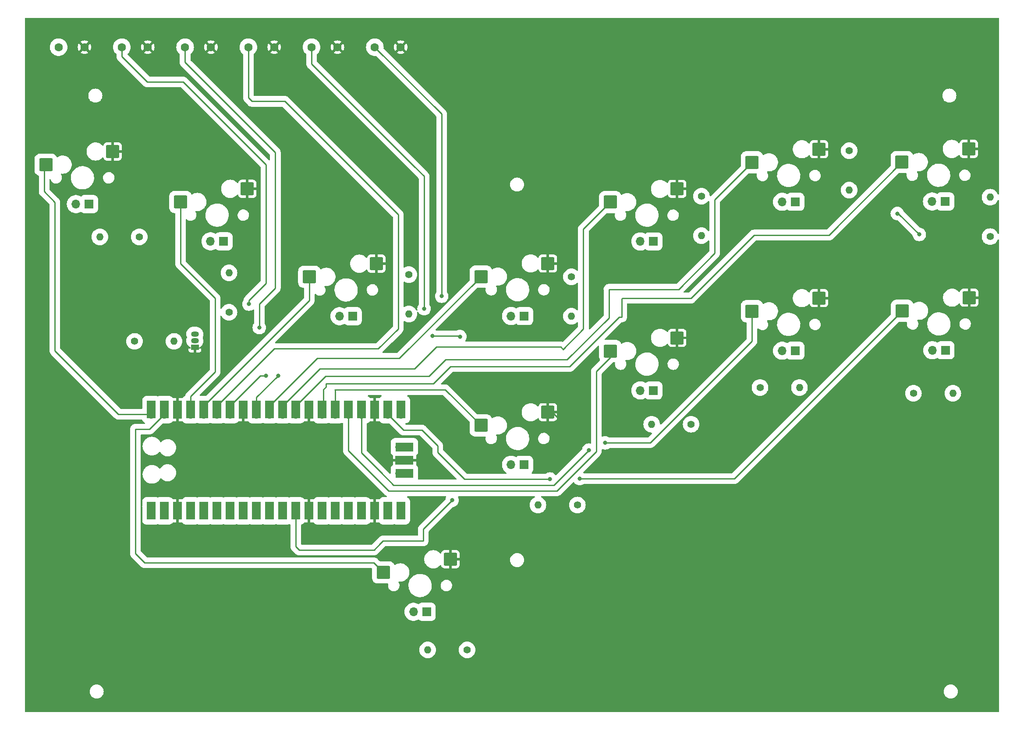
<source format=gbr>
%TF.GenerationSoftware,KiCad,Pcbnew,7.0.5*%
%TF.CreationDate,2023-08-06T18:29:22-05:00*%
%TF.ProjectId,Box,426f782e-6b69-4636-9164-5f7063625858,rev?*%
%TF.SameCoordinates,Original*%
%TF.FileFunction,Copper,L2,Bot*%
%TF.FilePolarity,Positive*%
%FSLAX46Y46*%
G04 Gerber Fmt 4.6, Leading zero omitted, Abs format (unit mm)*
G04 Created by KiCad (PCBNEW 7.0.5) date 2023-08-06 18:29:22*
%MOMM*%
%LPD*%
G01*
G04 APERTURE LIST*
G04 Aperture macros list*
%AMRoundRect*
0 Rectangle with rounded corners*
0 $1 Rounding radius*
0 $2 $3 $4 $5 $6 $7 $8 $9 X,Y pos of 4 corners*
0 Add a 4 corners polygon primitive as box body*
4,1,4,$2,$3,$4,$5,$6,$7,$8,$9,$2,$3,0*
0 Add four circle primitives for the rounded corners*
1,1,$1+$1,$2,$3*
1,1,$1+$1,$4,$5*
1,1,$1+$1,$6,$7*
1,1,$1+$1,$8,$9*
0 Add four rect primitives between the rounded corners*
20,1,$1+$1,$2,$3,$4,$5,0*
20,1,$1+$1,$4,$5,$6,$7,0*
20,1,$1+$1,$6,$7,$8,$9,0*
20,1,$1+$1,$8,$9,$2,$3,0*%
G04 Aperture macros list end*
%TA.AperFunction,ComponentPad*%
%ADD10C,1.400000*%
%TD*%
%TA.AperFunction,ComponentPad*%
%ADD11O,1.400000X1.400000*%
%TD*%
%TA.AperFunction,SMDPad,CuDef*%
%ADD12RoundRect,0.200000X-1.075000X-1.050000X1.075000X-1.050000X1.075000X1.050000X-1.075000X1.050000X0*%
%TD*%
%TA.AperFunction,ComponentPad*%
%ADD13O,1.700000X1.700000*%
%TD*%
%TA.AperFunction,ComponentPad*%
%ADD14R,1.700000X1.700000*%
%TD*%
%TA.AperFunction,ComponentPad*%
%ADD15C,1.600000*%
%TD*%
%TA.AperFunction,ComponentPad*%
%ADD16R,1.500000X1.050000*%
%TD*%
%TA.AperFunction,ComponentPad*%
%ADD17O,1.500000X1.050000*%
%TD*%
%TA.AperFunction,SMDPad,CuDef*%
%ADD18R,1.700000X3.500000*%
%TD*%
%TA.AperFunction,SMDPad,CuDef*%
%ADD19R,3.500000X1.700000*%
%TD*%
%TA.AperFunction,ViaPad*%
%ADD20C,0.800000*%
%TD*%
%TA.AperFunction,Conductor*%
%ADD21C,0.250000*%
%TD*%
G04 APERTURE END LIST*
D10*
%TO.P,R7,1*%
%TO.N,/gnd_led*%
X73160000Y-69900000D03*
D11*
%TO.P,R7,2*%
%TO.N,Net-(J7-Pin_4)*%
X65540000Y-69900000D03*
%TD*%
D10*
%TO.P,R6,1*%
%TO.N,/gnd_led*%
X90500000Y-84470000D03*
D11*
%TO.P,R6,2*%
%TO.N,Net-(J6-Pin_4)*%
X90500000Y-76850000D03*
%TD*%
D10*
%TO.P,R8,1*%
%TO.N,/gnd_led*%
X125260000Y-77210000D03*
D11*
%TO.P,R8,2*%
%TO.N,Net-(J8-Pin_4)*%
X125260000Y-84830000D03*
%TD*%
D12*
%TO.P,J5,1,Pin_1*%
%TO.N,/up_in*%
X120345000Y-134770000D03*
%TO.P,J5,2,Pin_2*%
%TO.N,GND*%
X133272000Y-132230000D03*
D13*
%TO.P,J5,3,Pin_3*%
%TO.N,/led_pwr*%
X126160000Y-142390000D03*
D14*
%TO.P,J5,4,Pin_4*%
%TO.N,Net-(J5-Pin_4)*%
X128700000Y-142390000D03*
%TD*%
D12*
%TO.P,J12,1,Pin_1*%
%TO.N,/l1*%
X220540000Y-55440000D03*
%TO.P,J12,2,Pin_2*%
%TO.N,GND*%
X233467000Y-52900000D03*
D13*
%TO.P,J12,3,Pin_3*%
%TO.N,/led_pwr*%
X226355000Y-63060000D03*
D14*
%TO.P,J12,4,Pin_4*%
%TO.N,Net-(J12-Pin_4)*%
X228895000Y-63060000D03*
%TD*%
D12*
%TO.P,J4,1,Pin_1*%
%TO.N,/lt*%
X220590000Y-84200000D03*
%TO.P,J4,2,Pin_2*%
%TO.N,GND*%
X233517000Y-81660000D03*
D13*
%TO.P,J4,3,Pin_3*%
%TO.N,/led_pwr*%
X226405000Y-91820000D03*
D14*
%TO.P,J4,4,Pin_4*%
%TO.N,Net-(J4-Pin_4)*%
X228945000Y-91820000D03*
%TD*%
D12*
%TO.P,J7,1,Pin_1*%
%TO.N,/left_in*%
X55103000Y-55940000D03*
%TO.P,J7,2,Pin_2*%
%TO.N,GND*%
X68030000Y-53400000D03*
D13*
%TO.P,J7,3,Pin_3*%
%TO.N,/led_pwr*%
X60918000Y-63560000D03*
D14*
%TO.P,J7,4,Pin_4*%
%TO.N,Net-(J7-Pin_4)*%
X63458000Y-63560000D03*
%TD*%
D12*
%TO.P,J10,1,Pin_1*%
%TO.N,/y*%
X164165000Y-63170000D03*
%TO.P,J10,2,Pin_2*%
%TO.N,GND*%
X177092000Y-60630000D03*
D13*
%TO.P,J10,3,Pin_3*%
%TO.N,/led_pwr*%
X169980000Y-70790000D03*
D14*
%TO.P,J10,4,Pin_4*%
%TO.N,Net-(J10-Pin_4)*%
X172520000Y-70790000D03*
%TD*%
D10*
%TO.P,R5,1*%
%TO.N,/gnd_led*%
X136520000Y-149760000D03*
D11*
%TO.P,R5,2*%
%TO.N,Net-(J5-Pin_4)*%
X128900000Y-149760000D03*
%TD*%
D10*
%TO.P,R4,1*%
%TO.N,/gnd_led*%
X222750000Y-100150000D03*
D11*
%TO.P,R4,2*%
%TO.N,Net-(J4-Pin_4)*%
X230370000Y-100150000D03*
%TD*%
D10*
%TO.P,R12,1*%
%TO.N,/gnd_led*%
X237560000Y-69850000D03*
D11*
%TO.P,R12,2*%
%TO.N,Net-(J12-Pin_4)*%
X237560000Y-62230000D03*
%TD*%
D10*
%TO.P,R11,1*%
%TO.N,/gnd_led*%
X210340000Y-53230000D03*
D11*
%TO.P,R11,2*%
%TO.N,Net-(J11-Pin_4)*%
X210340000Y-60850000D03*
%TD*%
D12*
%TO.P,J2,1,Pin_1*%
%TO.N,/b*%
X164175000Y-91970000D03*
%TO.P,J2,2,Pin_2*%
%TO.N,GND*%
X177102000Y-89430000D03*
D13*
%TO.P,J2,3,Pin_3*%
%TO.N,/led_pwr*%
X169990000Y-99590000D03*
D14*
%TO.P,J2,4,Pin_4*%
%TO.N,Net-(J2-Pin_4)*%
X172530000Y-99590000D03*
%TD*%
D12*
%TO.P,J1,1,Pin_1*%
%TO.N,/a*%
X139185000Y-106350000D03*
%TO.P,J1,2,Pin_2*%
%TO.N,GND*%
X152112000Y-103810000D03*
D13*
%TO.P,J1,3,Pin_3*%
%TO.N,/led_pwr*%
X145000000Y-113970000D03*
D14*
%TO.P,J1,4,Pin_4*%
%TO.N,Net-(J1-Pin_4)*%
X147540000Y-113970000D03*
%TD*%
D10*
%TO.P,R9,1*%
%TO.N,/gnd_led*%
X156660000Y-77620000D03*
D11*
%TO.P,R9,2*%
%TO.N,Net-(J9-Pin_4)*%
X156660000Y-85240000D03*
%TD*%
D10*
%TO.P,R10,1*%
%TO.N,/gnd_led*%
X181780000Y-62050000D03*
D11*
%TO.P,R10,2*%
%TO.N,Net-(J10-Pin_4)*%
X181780000Y-69670000D03*
%TD*%
D15*
%TO.P,J17,1,Pin_1*%
%TO.N,/start*%
X69800000Y-33230000D03*
%TO.P,J17,2,Pin_2*%
%TO.N,GND*%
X74800000Y-33230000D03*
%TD*%
D12*
%TO.P,J3,1,Pin_1*%
%TO.N,/rt*%
X191565000Y-84290000D03*
%TO.P,J3,2,Pin_2*%
%TO.N,GND*%
X204492000Y-81750000D03*
D13*
%TO.P,J3,3,Pin_3*%
%TO.N,/led_pwr*%
X197380000Y-91910000D03*
D14*
%TO.P,J3,4,Pin_4*%
%TO.N,Net-(J3-Pin_4)*%
X199920000Y-91910000D03*
%TD*%
D12*
%TO.P,J11,1,Pin_1*%
%TO.N,/r1*%
X191565000Y-55500000D03*
%TO.P,J11,2,Pin_2*%
%TO.N,GND*%
X204492000Y-52960000D03*
D13*
%TO.P,J11,3,Pin_3*%
%TO.N,/led_pwr*%
X197380000Y-63120000D03*
D14*
%TO.P,J11,4,Pin_4*%
%TO.N,Net-(J11-Pin_4)*%
X199920000Y-63120000D03*
%TD*%
D15*
%TO.P,J13,1,Pin_1*%
%TO.N,/home*%
X94240000Y-33230000D03*
%TO.P,J13,2,Pin_2*%
%TO.N,GND*%
X99240000Y-33230000D03*
%TD*%
D10*
%TO.P,R2,1*%
%TO.N,/gnd_led*%
X179800000Y-106130000D03*
D11*
%TO.P,R2,2*%
%TO.N,Net-(J2-Pin_4)*%
X172180000Y-106130000D03*
%TD*%
D12*
%TO.P,J9,1,Pin_1*%
%TO.N,/x*%
X139185000Y-77580000D03*
%TO.P,J9,2,Pin_2*%
%TO.N,GND*%
X152112000Y-75040000D03*
D13*
%TO.P,J9,3,Pin_3*%
%TO.N,/led_pwr*%
X145000000Y-85200000D03*
D14*
%TO.P,J9,4,Pin_4*%
%TO.N,Net-(J9-Pin_4)*%
X147540000Y-85200000D03*
%TD*%
D10*
%TO.P,R13,1*%
%TO.N,Net-(U2-PB1)*%
X72260000Y-90100000D03*
D11*
%TO.P,R13,2*%
%TO.N,Net-(Q1-B)*%
X79880000Y-90100000D03*
%TD*%
D15*
%TO.P,J16,1,Pin_1*%
%TO.N,/l3*%
X106460000Y-33230000D03*
%TO.P,J16,2,Pin_2*%
%TO.N,GND*%
X111460000Y-33230000D03*
%TD*%
D16*
%TO.P,Q1,1,E*%
%TO.N,GND*%
X83900000Y-91250000D03*
D17*
%TO.P,Q1,2,B*%
%TO.N,Net-(Q1-B)*%
X83900000Y-89980000D03*
%TO.P,Q1,3,C*%
%TO.N,/gnd_led*%
X83900000Y-88710000D03*
%TD*%
D12*
%TO.P,J6,1,Pin_1*%
%TO.N,/down_in*%
X81115000Y-63150000D03*
%TO.P,J6,2,Pin_2*%
%TO.N,GND*%
X94042000Y-60610000D03*
D13*
%TO.P,J6,3,Pin_3*%
%TO.N,/led_pwr*%
X86930000Y-70770000D03*
D14*
%TO.P,J6,4,Pin_4*%
%TO.N,Net-(J6-Pin_4)*%
X89470000Y-70770000D03*
%TD*%
D15*
%TO.P,J14,1,Pin_1*%
%TO.N,/r3*%
X118680000Y-33230000D03*
%TO.P,J14,2,Pin_2*%
%TO.N,GND*%
X123680000Y-33230000D03*
%TD*%
D10*
%TO.P,R3,1*%
%TO.N,/gnd_led*%
X193110000Y-99020000D03*
D11*
%TO.P,R3,2*%
%TO.N,Net-(J3-Pin_4)*%
X200730000Y-99020000D03*
%TD*%
D10*
%TO.P,R1,1*%
%TO.N,/gnd_led*%
X157820000Y-121750000D03*
D11*
%TO.P,R1,2*%
%TO.N,Net-(J1-Pin_4)*%
X150200000Y-121750000D03*
%TD*%
D15*
%TO.P,J15,1,Pin_1*%
%TO.N,/sel*%
X82020000Y-33230000D03*
%TO.P,J15,2,Pin_2*%
%TO.N,GND*%
X87020000Y-33230000D03*
%TD*%
%TO.P,J18,1,Pin_1*%
%TO.N,Net-(J18-Pin_1)*%
X57580000Y-33230000D03*
%TO.P,J18,2,Pin_2*%
%TO.N,GND*%
X62580000Y-33230000D03*
%TD*%
D12*
%TO.P,J8,1,Pin_1*%
%TO.N,/right_in*%
X106045000Y-77620000D03*
%TO.P,J8,2,Pin_2*%
%TO.N,GND*%
X118972000Y-75080000D03*
D13*
%TO.P,J8,3,Pin_3*%
%TO.N,/led_pwr*%
X111860000Y-85240000D03*
D14*
%TO.P,J8,4,Pin_4*%
%TO.N,Net-(J8-Pin_4)*%
X114400000Y-85240000D03*
%TD*%
D13*
%TO.P,U1,1,GPIO0*%
%TO.N,/left_in*%
X75480000Y-104190000D03*
D18*
X75480000Y-103290000D03*
D13*
%TO.P,U1,2,GPIO1*%
%TO.N,/up_in*%
X78020000Y-104190000D03*
D18*
X78020000Y-103290000D03*
D14*
%TO.P,U1,3,GND*%
%TO.N,GND*%
X80560000Y-104190000D03*
D18*
X80560000Y-103290000D03*
D13*
%TO.P,U1,4,GPIO2*%
%TO.N,/down_in*%
X83100000Y-104190000D03*
D18*
X83100000Y-103290000D03*
D13*
%TO.P,U1,5,GPIO3*%
%TO.N,/right_in*%
X85640000Y-104190000D03*
D18*
X85640000Y-103290000D03*
D13*
%TO.P,U1,6,GPIO4*%
%TO.N,/home*%
X88180000Y-104190000D03*
D18*
X88180000Y-103290000D03*
D13*
%TO.P,U1,7,GPIO5*%
%TO.N,/sel*%
X90720000Y-104190000D03*
D18*
X90720000Y-103290000D03*
D14*
%TO.P,U1,8,GND*%
%TO.N,GND*%
X93260000Y-104190000D03*
D18*
X93260000Y-103290000D03*
D13*
%TO.P,U1,9,GPIO6*%
%TO.N,/start*%
X95800000Y-104190000D03*
D18*
X95800000Y-103290000D03*
D13*
%TO.P,U1,10,GPIO7*%
%TO.N,/x*%
X98340000Y-104190000D03*
D18*
X98340000Y-103290000D03*
D13*
%TO.P,U1,11,GPIO8*%
%TO.N,/y*%
X100880000Y-104190000D03*
D18*
X100880000Y-103290000D03*
D13*
%TO.P,U1,12,GPIO9*%
%TO.N,/r1*%
X103420000Y-104190000D03*
D18*
X103420000Y-103290000D03*
D14*
%TO.P,U1,13,GND*%
%TO.N,GND*%
X105960000Y-104190000D03*
D18*
X105960000Y-103290000D03*
D13*
%TO.P,U1,14,GPIO10*%
%TO.N,/l1*%
X108500000Y-104190000D03*
D18*
X108500000Y-103290000D03*
D13*
%TO.P,U1,15,GPIO11*%
%TO.N,/a*%
X111040000Y-104190000D03*
D18*
X111040000Y-103290000D03*
D13*
%TO.P,U1,16,GPIO12*%
%TO.N,/b*%
X113580000Y-104190000D03*
D18*
X113580000Y-103290000D03*
D13*
%TO.P,U1,17,GPIO13*%
%TO.N,/rt*%
X116120000Y-104190000D03*
D18*
X116120000Y-103290000D03*
D14*
%TO.P,U1,18,GND*%
%TO.N,GND*%
X118660000Y-104190000D03*
D18*
X118660000Y-103290000D03*
D13*
%TO.P,U1,19,GPIO14*%
%TO.N,/lt*%
X121200000Y-104190000D03*
D18*
X121200000Y-103290000D03*
D13*
%TO.P,U1,20,GPIO15*%
%TO.N,unconnected-(U1-GPIO15-Pad20)*%
X123740000Y-104190000D03*
D18*
X123740000Y-103290000D03*
D13*
%TO.P,U1,21,GPIO16*%
%TO.N,unconnected-(U1-GPIO16-Pad21)*%
X123740000Y-121970000D03*
D18*
X123740000Y-122870000D03*
D13*
%TO.P,U1,22,GPIO17*%
%TO.N,unconnected-(U1-GPIO17-Pad22)*%
X121200000Y-121970000D03*
D18*
X121200000Y-122870000D03*
D14*
%TO.P,U1,23,GND*%
%TO.N,GND*%
X118660000Y-121970000D03*
D18*
X118660000Y-122870000D03*
D13*
%TO.P,U1,24,GPIO18*%
%TO.N,unconnected-(U1-GPIO18-Pad24)*%
X116120000Y-121970000D03*
D18*
X116120000Y-122870000D03*
D13*
%TO.P,U1,25,GPIO19*%
%TO.N,unconnected-(U1-GPIO19-Pad25)*%
X113580000Y-121970000D03*
D18*
X113580000Y-122870000D03*
D13*
%TO.P,U1,26,GPIO20*%
%TO.N,unconnected-(U1-GPIO20-Pad26)*%
X111040000Y-121970000D03*
D18*
X111040000Y-122870000D03*
D13*
%TO.P,U1,27,GPIO21*%
%TO.N,/l3*%
X108500000Y-121970000D03*
D18*
X108500000Y-122870000D03*
D14*
%TO.P,U1,28,GND*%
%TO.N,GND*%
X105960000Y-121970000D03*
D18*
X105960000Y-122870000D03*
D13*
%TO.P,U1,29,GPIO22*%
%TO.N,/r3*%
X103420000Y-121970000D03*
D18*
X103420000Y-122870000D03*
D13*
%TO.P,U1,30,RUN*%
%TO.N,unconnected-(U1-RUN-Pad30)*%
X100880000Y-121970000D03*
D18*
X100880000Y-122870000D03*
D13*
%TO.P,U1,31,GPIO26_ADC0*%
%TO.N,unconnected-(U1-GPIO26_ADC0-Pad31)*%
X98340000Y-121970000D03*
D18*
X98340000Y-122870000D03*
D13*
%TO.P,U1,32,GPIO27_ADC1*%
%TO.N,unconnected-(U1-GPIO27_ADC1-Pad32)*%
X95800000Y-121970000D03*
D18*
X95800000Y-122870000D03*
D14*
%TO.P,U1,33,AGND*%
%TO.N,unconnected-(U1-AGND-Pad33)*%
X93260000Y-121970000D03*
D18*
X93260000Y-122870000D03*
D13*
%TO.P,U1,34,GPIO28_ADC2*%
%TO.N,unconnected-(U1-GPIO28_ADC2-Pad34)*%
X90720000Y-121970000D03*
D18*
X90720000Y-122870000D03*
D13*
%TO.P,U1,35,ADC_VREF*%
%TO.N,unconnected-(U1-ADC_VREF-Pad35)*%
X88180000Y-121970000D03*
D18*
X88180000Y-122870000D03*
D13*
%TO.P,U1,36,3V3*%
%TO.N,/led_pwr*%
X85640000Y-121970000D03*
D18*
X85640000Y-122870000D03*
D13*
%TO.P,U1,37,3V3_EN*%
%TO.N,unconnected-(U1-3V3_EN-Pad37)*%
X83100000Y-121970000D03*
D18*
X83100000Y-122870000D03*
D14*
%TO.P,U1,38,GND*%
%TO.N,GND*%
X80560000Y-121970000D03*
D18*
X80560000Y-122870000D03*
D13*
%TO.P,U1,39,VSYS*%
%TO.N,unconnected-(U1-VSYS-Pad39)*%
X78020000Y-121970000D03*
D18*
X78020000Y-122870000D03*
D13*
%TO.P,U1,40,VBUS*%
%TO.N,unconnected-(U1-VBUS-Pad40)*%
X75480000Y-121970000D03*
D18*
X75480000Y-122870000D03*
D13*
%TO.P,U1,41,SWCLK*%
%TO.N,unconnected-(U1-SWCLK-Pad41)*%
X123510000Y-110540000D03*
D19*
X124410000Y-110540000D03*
D14*
%TO.P,U1,42,GND*%
%TO.N,GND*%
X123510000Y-113080000D03*
D19*
X124410000Y-113080000D03*
D13*
%TO.P,U1,43,SWDIO*%
%TO.N,unconnected-(U1-SWDIO-Pad43)*%
X123510000Y-115620000D03*
D19*
X124410000Y-115620000D03*
%TD*%
D20*
%TO.N,GND*%
X155950000Y-106810000D03*
%TO.N,/start*%
X94360000Y-82890000D03*
X100000000Y-96730000D03*
%TO.N,/sel*%
X97640000Y-96730000D03*
X96360000Y-87440000D03*
%TO.N,/l3*%
X128200000Y-83790000D03*
%TO.N,/r3*%
X133610000Y-120830000D03*
X131600000Y-81360000D03*
%TO.N,/rt*%
X160030000Y-111120000D03*
X163190000Y-109720000D03*
%TO.N,/lt*%
X152530000Y-116710000D03*
X158260000Y-116630000D03*
%TO.N,/led_pwr*%
X135120000Y-89180000D03*
X129780000Y-89070000D03*
%TO.N,/gnd_led*%
X223890000Y-69430000D03*
X219640000Y-65390000D03*
%TD*%
D21*
%TO.N,GND*%
X152950000Y-103810000D02*
X155950000Y-106810000D01*
X152112000Y-103810000D02*
X152950000Y-103810000D01*
%TO.N,/right_in*%
X85640000Y-104190000D02*
X85640000Y-102580000D01*
X106045000Y-82175000D02*
X106045000Y-77620000D01*
X85640000Y-102580000D02*
X106045000Y-82175000D01*
%TO.N,/left_in*%
X56850000Y-63200000D02*
X54780000Y-61130000D01*
X56850000Y-91900000D02*
X56850000Y-63200000D01*
X69140000Y-104190000D02*
X56850000Y-91900000D01*
X54780000Y-56263000D02*
X55103000Y-55940000D01*
X54780000Y-61130000D02*
X54780000Y-56263000D01*
X75480000Y-104190000D02*
X69140000Y-104190000D01*
%TO.N,/down_in*%
X87810000Y-81770000D02*
X81115000Y-75075000D01*
X83100000Y-104190000D02*
X83100000Y-100740000D01*
X81115000Y-75075000D02*
X81115000Y-63150000D01*
X83100000Y-100740000D02*
X87810000Y-96030000D01*
X87810000Y-96030000D02*
X87810000Y-81770000D01*
%TO.N,/up_in*%
X78020000Y-104190000D02*
X75110000Y-107100000D01*
X74195000Y-132895000D02*
X118470000Y-132895000D01*
X75110000Y-107100000D02*
X72420000Y-107100000D01*
X118470000Y-132895000D02*
X120345000Y-134770000D01*
X72420000Y-107100000D02*
X72420000Y-131120000D01*
X72420000Y-131120000D02*
X74195000Y-132895000D01*
%TO.N,/start*%
X74700000Y-39920000D02*
X69800000Y-35020000D01*
X95800000Y-100930000D02*
X100000000Y-96730000D01*
X97640000Y-78880000D02*
X97640000Y-55950000D01*
X95800000Y-104190000D02*
X95800000Y-100930000D01*
X81610000Y-39920000D02*
X74700000Y-39920000D01*
X97640000Y-55950000D02*
X81610000Y-39920000D01*
X94360000Y-82890000D02*
X94360000Y-82160000D01*
X69800000Y-35020000D02*
X69800000Y-33230000D01*
X94360000Y-82160000D02*
X97640000Y-78880000D01*
%TO.N,/sel*%
X96360000Y-87440000D02*
X96360000Y-82890000D01*
X82020000Y-36140000D02*
X82020000Y-33230000D01*
X90720000Y-104190000D02*
X90720000Y-102580000D01*
X96570000Y-96730000D02*
X97640000Y-96730000D01*
X99460000Y-53580000D02*
X82020000Y-36140000D01*
X90720000Y-102580000D02*
X96570000Y-96730000D01*
X99460000Y-79790000D02*
X99460000Y-53580000D01*
X96360000Y-82890000D02*
X99460000Y-79790000D01*
%TO.N,/home*%
X123190000Y-87660000D02*
X123190000Y-65600000D01*
X94240000Y-43020000D02*
X94240000Y-33230000D01*
X88180000Y-104190000D02*
X88180000Y-102580000D01*
X101290000Y-43700000D02*
X94920000Y-43700000D01*
X123190000Y-65600000D02*
X101290000Y-43700000D01*
X94920000Y-43700000D02*
X94240000Y-43020000D01*
X99270000Y-91490000D02*
X119360000Y-91490000D01*
X119360000Y-91490000D02*
X123190000Y-87660000D01*
X88180000Y-102580000D02*
X99270000Y-91490000D01*
%TO.N,/l3*%
X106460000Y-36440000D02*
X126260000Y-56240000D01*
X126260000Y-56240000D02*
X128200000Y-58180000D01*
X128200000Y-58180000D02*
X128200000Y-83790000D01*
X106460000Y-33230000D02*
X106460000Y-36440000D01*
%TO.N,/r3*%
X118530000Y-130420000D02*
X119670000Y-129280000D01*
X131600000Y-81360000D02*
X131600000Y-46150000D01*
X119670000Y-129280000D02*
X120290000Y-128660000D01*
X103420000Y-121970000D02*
X103420000Y-129800000D01*
X104040000Y-130420000D02*
X118530000Y-130420000D01*
X128060000Y-128660000D02*
X128060000Y-126380000D01*
X128060000Y-126380000D02*
X133610000Y-120830000D01*
X131600000Y-46150000D02*
X118680000Y-33230000D01*
X103420000Y-129800000D02*
X104040000Y-130420000D01*
X120290000Y-128660000D02*
X128060000Y-128660000D01*
%TO.N,/a*%
X111040000Y-104190000D02*
X111040000Y-99580000D01*
X111040000Y-99580000D02*
X110940000Y-99480000D01*
X132315000Y-99480000D02*
X139185000Y-106350000D01*
X110940000Y-99480000D02*
X132315000Y-99480000D01*
%TO.N,/b*%
X153830000Y-119030000D02*
X161500000Y-111360000D01*
X161500000Y-95900000D02*
X164175000Y-93225000D01*
X164175000Y-93225000D02*
X164175000Y-91970000D01*
X161500000Y-111360000D02*
X161500000Y-95900000D01*
X113580000Y-111270000D02*
X121340000Y-119030000D01*
X113580000Y-104190000D02*
X113580000Y-111270000D01*
X121340000Y-119030000D02*
X153830000Y-119030000D01*
%TO.N,/rt*%
X171870000Y-109720000D02*
X191565000Y-90025000D01*
X119810000Y-115380000D02*
X122310000Y-117880000D01*
X122310000Y-117880000D02*
X152380000Y-117880000D01*
X152380000Y-117880000D02*
X153270000Y-117880000D01*
X191565000Y-90025000D02*
X191565000Y-84290000D01*
X116120000Y-111690000D02*
X119810000Y-115380000D01*
X153270000Y-117880000D02*
X160030000Y-111120000D01*
X116120000Y-104190000D02*
X116120000Y-111690000D01*
X163190000Y-109720000D02*
X171870000Y-109720000D01*
%TO.N,/lt*%
X158260000Y-116630000D02*
X188160000Y-116630000D01*
X188160000Y-116630000D02*
X220590000Y-84200000D01*
X124230000Y-107220000D02*
X125990000Y-107220000D01*
X125990000Y-107220000D02*
X127750000Y-107220000D01*
X130840000Y-111560000D02*
X135990000Y-116710000D01*
X137020000Y-116710000D02*
X152530000Y-116710000D01*
X135990000Y-116710000D02*
X137020000Y-116710000D01*
X121200000Y-104190000D02*
X124230000Y-107220000D01*
X130840000Y-110310000D02*
X130840000Y-111560000D01*
X127750000Y-107220000D02*
X130840000Y-110310000D01*
%TO.N,/x*%
X98340000Y-102580000D02*
X107560000Y-93360000D01*
X98340000Y-104190000D02*
X98340000Y-102580000D01*
X107560000Y-93360000D02*
X123405000Y-93360000D01*
X123405000Y-93360000D02*
X139185000Y-77580000D01*
%TO.N,/y*%
X126380000Y-95390000D02*
X130580000Y-91190000D01*
X155070000Y-91630000D02*
X158980000Y-87720000D01*
X100880000Y-104190000D02*
X100880000Y-102580000D01*
X100880000Y-102580000D02*
X108070000Y-95390000D01*
X158980000Y-68355000D02*
X164165000Y-63170000D01*
X108070000Y-95390000D02*
X126380000Y-95390000D01*
X154630000Y-91190000D02*
X155070000Y-91630000D01*
X130580000Y-91190000D02*
X154630000Y-91190000D01*
X158980000Y-87720000D02*
X158980000Y-68355000D01*
%TO.N,/r1*%
X103420000Y-102580000D02*
X109160000Y-96840000D01*
X109160000Y-96840000D02*
X129130000Y-96840000D01*
X163910000Y-80030000D02*
X177380000Y-80030000D01*
X163910000Y-85540000D02*
X163910000Y-80030000D01*
X177380000Y-80030000D02*
X184330000Y-73080000D01*
X103420000Y-104190000D02*
X103420000Y-102580000D01*
X184330000Y-73080000D02*
X184330000Y-62735000D01*
X155800000Y-93650000D02*
X163910000Y-85540000D01*
X132320000Y-93650000D02*
X155800000Y-93650000D01*
X184330000Y-62735000D02*
X191565000Y-55500000D01*
X129130000Y-96840000D02*
X132320000Y-93650000D01*
%TO.N,/l1*%
X130000000Y-98290000D02*
X133330000Y-94960000D01*
X108500000Y-104190000D02*
X108700000Y-103990000D01*
X108700000Y-99450000D02*
X109280000Y-98870000D01*
X206440000Y-69540000D02*
X220540000Y-55440000D01*
X179760000Y-81730000D02*
X191950000Y-69540000D01*
X166380000Y-85410000D02*
X166380000Y-81880000D01*
X109280000Y-98870000D02*
X109280000Y-98290000D01*
X156350000Y-94960000D02*
X165900000Y-85410000D01*
X133330000Y-94960000D02*
X156350000Y-94960000D01*
X166380000Y-81880000D02*
X166530000Y-81730000D01*
X165900000Y-85410000D02*
X166380000Y-85410000D01*
X109280000Y-98290000D02*
X130000000Y-98290000D01*
X166530000Y-81730000D02*
X179760000Y-81730000D01*
X191950000Y-69540000D02*
X206440000Y-69540000D01*
X108700000Y-103990000D02*
X108700000Y-99450000D01*
%TO.N,/led_pwr*%
X135010000Y-89070000D02*
X135120000Y-89180000D01*
X129780000Y-89070000D02*
X135010000Y-89070000D01*
%TO.N,/gnd_led*%
X219850000Y-65390000D02*
X223890000Y-69430000D01*
X219640000Y-65390000D02*
X219850000Y-65390000D01*
%TD*%
%TA.AperFunction,Conductor*%
%TO.N,GND*%
G36*
X132408610Y-120075185D02*
G01*
X132454365Y-120127989D01*
X132464309Y-120197147D01*
X132453953Y-120231905D01*
X132383262Y-120383502D01*
X132383258Y-120383511D01*
X132324365Y-120603307D01*
X132322348Y-120626353D01*
X132296892Y-120691421D01*
X132286501Y-120703221D01*
X127372643Y-125617079D01*
X127368134Y-125621167D01*
X127331351Y-125651354D01*
X127190287Y-125823238D01*
X127187024Y-125837771D01*
X127107978Y-125985654D01*
X127049337Y-126178968D01*
X127029538Y-126380000D01*
X127034201Y-126427347D01*
X127034500Y-126433428D01*
X127034500Y-127510500D01*
X127014815Y-127577539D01*
X126962011Y-127623294D01*
X126910500Y-127634500D01*
X120343429Y-127634500D01*
X120337348Y-127634201D01*
X120290000Y-127629538D01*
X120088968Y-127649337D01*
X119881251Y-127712346D01*
X119871100Y-127721103D01*
X119717511Y-127803197D01*
X119717504Y-127803202D01*
X119561350Y-127931355D01*
X119531166Y-127968134D01*
X119527078Y-127972644D01*
X118980486Y-128519238D01*
X118141543Y-129358181D01*
X118080220Y-129391666D01*
X118053862Y-129394500D01*
X104569500Y-129394500D01*
X104502461Y-129374815D01*
X104456706Y-129322011D01*
X104445500Y-129270500D01*
X104445500Y-125600389D01*
X104465185Y-125533350D01*
X104517989Y-125487595D01*
X104537408Y-125480614D01*
X104594488Y-125465320D01*
X104682091Y-125420683D01*
X104763146Y-125379385D01*
X104763147Y-125379383D01*
X104763149Y-125379383D01*
X104910257Y-125260257D01*
X104986615Y-125165962D01*
X105044099Y-125126253D01*
X105082979Y-125120000D01*
X105710000Y-125120000D01*
X105710000Y-122416494D01*
X105814839Y-122464373D01*
X105923527Y-122480000D01*
X105996473Y-122480000D01*
X106105161Y-122464373D01*
X106210000Y-122416494D01*
X106210000Y-125120000D01*
X106837020Y-125120000D01*
X106904059Y-125139685D01*
X106933385Y-125165963D01*
X107009743Y-125260257D01*
X107116311Y-125346554D01*
X107156853Y-125379385D01*
X107240371Y-125421938D01*
X107325512Y-125465320D01*
X107508355Y-125514312D01*
X107586979Y-125520500D01*
X109413020Y-125520499D01*
X109491645Y-125514312D01*
X109674488Y-125465320D01*
X109713705Y-125445337D01*
X109782373Y-125432441D01*
X109826294Y-125445337D01*
X109865512Y-125465320D01*
X110048355Y-125514312D01*
X110126979Y-125520500D01*
X111953020Y-125520499D01*
X112031645Y-125514312D01*
X112214488Y-125465320D01*
X112253705Y-125445337D01*
X112322371Y-125432441D01*
X112366292Y-125445336D01*
X112405512Y-125465320D01*
X112588355Y-125514312D01*
X112666979Y-125520500D01*
X114493020Y-125520499D01*
X114571645Y-125514312D01*
X114754488Y-125465320D01*
X114793705Y-125445337D01*
X114862373Y-125432441D01*
X114906294Y-125445337D01*
X114945512Y-125465320D01*
X115128355Y-125514312D01*
X115206979Y-125520500D01*
X117033020Y-125520499D01*
X117111645Y-125514312D01*
X117294488Y-125465320D01*
X117423008Y-125399835D01*
X117463146Y-125379385D01*
X117463147Y-125379383D01*
X117463149Y-125379383D01*
X117610257Y-125260257D01*
X117686615Y-125165962D01*
X117744099Y-125126253D01*
X117782979Y-125120000D01*
X118409999Y-125120000D01*
X118409999Y-122416494D01*
X118514839Y-122464373D01*
X118623527Y-122480000D01*
X118696473Y-122480000D01*
X118805161Y-122464373D01*
X118909999Y-122416494D01*
X118909999Y-125119999D01*
X118910000Y-125120000D01*
X119537020Y-125120000D01*
X119604059Y-125139685D01*
X119633385Y-125165963D01*
X119709743Y-125260257D01*
X119816311Y-125346554D01*
X119856853Y-125379385D01*
X119940371Y-125421938D01*
X120025512Y-125465320D01*
X120208355Y-125514312D01*
X120286979Y-125520500D01*
X122113020Y-125520499D01*
X122191645Y-125514312D01*
X122374488Y-125465320D01*
X122413705Y-125445337D01*
X122482373Y-125432441D01*
X122526294Y-125445337D01*
X122565512Y-125465320D01*
X122748355Y-125514312D01*
X122826979Y-125520500D01*
X124653020Y-125520499D01*
X124731645Y-125514312D01*
X124914488Y-125465320D01*
X125043008Y-125399835D01*
X125083146Y-125379385D01*
X125083147Y-125379383D01*
X125083149Y-125379383D01*
X125230257Y-125260257D01*
X125349383Y-125113149D01*
X125435320Y-124944488D01*
X125484312Y-124761645D01*
X125490500Y-124683021D01*
X125490499Y-122037813D01*
X125490671Y-122033204D01*
X125495408Y-121970000D01*
X125490671Y-121906795D01*
X125490499Y-121902177D01*
X125490499Y-121056989D01*
X125490498Y-121056979D01*
X125484312Y-120978355D01*
X125435320Y-120795512D01*
X125391938Y-120710371D01*
X125349385Y-120626853D01*
X125306614Y-120574036D01*
X125230257Y-120479743D01*
X125111410Y-120383502D01*
X125083146Y-120360614D01*
X124944526Y-120289985D01*
X124893729Y-120242011D01*
X124876934Y-120174190D01*
X124899471Y-120108055D01*
X124954186Y-120064603D01*
X125000820Y-120055500D01*
X132341571Y-120055500D01*
X132408610Y-120075185D01*
G37*
%TD.AperFunction*%
%TA.AperFunction,Conductor*%
G36*
X118514839Y-104684373D02*
G01*
X118623527Y-104700000D01*
X118696473Y-104700000D01*
X118805161Y-104684373D01*
X118909999Y-104636495D01*
X118909999Y-105539999D01*
X118910000Y-105540000D01*
X119537020Y-105540000D01*
X119604059Y-105559685D01*
X119633385Y-105585963D01*
X119709743Y-105680257D01*
X119816311Y-105766554D01*
X119856853Y-105799385D01*
X119936596Y-105840015D01*
X120025512Y-105885320D01*
X120208355Y-105934312D01*
X120286979Y-105940500D01*
X121058815Y-105940499D01*
X121058829Y-105940500D01*
X121068818Y-105940500D01*
X121341172Y-105940500D01*
X121341184Y-105940499D01*
X121448861Y-105940499D01*
X121515900Y-105960184D01*
X121536542Y-105976818D01*
X123467087Y-107907363D01*
X123471165Y-107911863D01*
X123501353Y-107948647D01*
X123657506Y-108076798D01*
X123657509Y-108076799D01*
X123657511Y-108076801D01*
X123835654Y-108172021D01*
X123835656Y-108172021D01*
X123835659Y-108172023D01*
X124028967Y-108230662D01*
X124230000Y-108250462D01*
X124264463Y-108247067D01*
X124277348Y-108245799D01*
X124283429Y-108245500D01*
X125939620Y-108245500D01*
X127273862Y-108245500D01*
X127340901Y-108265185D01*
X127361543Y-108281819D01*
X129778181Y-110698456D01*
X129811666Y-110759779D01*
X129814500Y-110786137D01*
X129814500Y-111506570D01*
X129814201Y-111512650D01*
X129809538Y-111559999D01*
X129814500Y-111610380D01*
X129829337Y-111761031D01*
X129887978Y-111954345D01*
X129983198Y-112132488D01*
X129983201Y-112132492D01*
X129983202Y-112132494D01*
X130009140Y-112164100D01*
X130111352Y-112288646D01*
X130148134Y-112318832D01*
X130152635Y-112322911D01*
X132317126Y-114487402D01*
X134472543Y-116642819D01*
X134506028Y-116704142D01*
X134501044Y-116773834D01*
X134459172Y-116829767D01*
X134393708Y-116854184D01*
X134384862Y-116854500D01*
X127150839Y-116854500D01*
X127083800Y-116834815D01*
X127038045Y-116782011D01*
X127028101Y-116712853D01*
X127031064Y-116698407D01*
X127054312Y-116611645D01*
X127060500Y-116533021D01*
X127060499Y-114706980D01*
X127054312Y-114628355D01*
X127005320Y-114445512D01*
X126958624Y-114353866D01*
X126919385Y-114276853D01*
X126829284Y-114165588D01*
X126800257Y-114129743D01*
X126793489Y-114124262D01*
X126705963Y-114053384D01*
X126666252Y-113995897D01*
X126660000Y-113957019D01*
X126660000Y-113330000D01*
X123955572Y-113330000D01*
X123978682Y-113294040D01*
X124020000Y-113153327D01*
X124020000Y-113006673D01*
X123978682Y-112865960D01*
X123955572Y-112830000D01*
X126660000Y-112830000D01*
X126660000Y-112202979D01*
X126679685Y-112135940D01*
X126705960Y-112106616D01*
X126800257Y-112030257D01*
X126919383Y-111883149D01*
X126920018Y-111881904D01*
X126959360Y-111804689D01*
X127005320Y-111714488D01*
X127054312Y-111531645D01*
X127060500Y-111453021D01*
X127060499Y-109626980D01*
X127054312Y-109548355D01*
X127005320Y-109365512D01*
X126953671Y-109264145D01*
X126919385Y-109196853D01*
X126862750Y-109126915D01*
X126800257Y-109049743D01*
X126695811Y-108965164D01*
X126653146Y-108930614D01*
X126520794Y-108863179D01*
X126484488Y-108844680D01*
X126417562Y-108826747D01*
X126301643Y-108795687D01*
X126223026Y-108789500D01*
X126223021Y-108789500D01*
X123641186Y-108789500D01*
X123641182Y-108789500D01*
X123378818Y-108789500D01*
X123378812Y-108789500D01*
X122596989Y-108789500D01*
X122596970Y-108789501D01*
X122518356Y-108795687D01*
X122335512Y-108844680D01*
X122166853Y-108930614D01*
X122019743Y-109049743D01*
X121900614Y-109196853D01*
X121814680Y-109365512D01*
X121765687Y-109548356D01*
X121765687Y-109548357D01*
X121759500Y-109626973D01*
X121759500Y-110472183D01*
X121759327Y-110476798D01*
X121754592Y-110540000D01*
X121759327Y-110603203D01*
X121759500Y-110607816D01*
X121759500Y-111453010D01*
X121759501Y-111453029D01*
X121765687Y-111531643D01*
X121796747Y-111647562D01*
X121814680Y-111714488D01*
X121817100Y-111719237D01*
X121900614Y-111883146D01*
X121940571Y-111932488D01*
X122019743Y-112030257D01*
X122114037Y-112106615D01*
X122153747Y-112164100D01*
X122160000Y-112202979D01*
X122160000Y-112830000D01*
X123064428Y-112830000D01*
X123041318Y-112865960D01*
X123000000Y-113006673D01*
X123000000Y-113153327D01*
X123041318Y-113294040D01*
X123064428Y-113330000D01*
X122160000Y-113330000D01*
X122160000Y-113957019D01*
X122140315Y-114024058D01*
X122114037Y-114053384D01*
X122019743Y-114129742D01*
X121900614Y-114276853D01*
X121814680Y-114445512D01*
X121765687Y-114628356D01*
X121765687Y-114628357D01*
X121759500Y-114706973D01*
X121759500Y-115552184D01*
X121759326Y-115556820D01*
X121757061Y-115587040D01*
X121732420Y-115652420D01*
X121676343Y-115694100D01*
X121606635Y-115698845D01*
X121545727Y-115665451D01*
X117181818Y-111301542D01*
X117148333Y-111240219D01*
X117145499Y-111213870D01*
X117145499Y-106020388D01*
X117165184Y-105953350D01*
X117217988Y-105907595D01*
X117237404Y-105900614D01*
X117294488Y-105885320D01*
X117383404Y-105840015D01*
X117463146Y-105799385D01*
X117463147Y-105799383D01*
X117463149Y-105799383D01*
X117610257Y-105680257D01*
X117686615Y-105585962D01*
X117744099Y-105546253D01*
X117782979Y-105540000D01*
X118409999Y-105540000D01*
X118409999Y-104636494D01*
X118514839Y-104684373D01*
G37*
%TD.AperFunction*%
%TA.AperFunction,Conductor*%
G36*
X161918834Y-90943955D02*
G01*
X161974767Y-90985827D01*
X161999184Y-91051291D01*
X161999500Y-91060136D01*
X161999500Y-93104038D01*
X162001484Y-93137360D01*
X162002312Y-93151250D01*
X162046984Y-93356602D01*
X162046987Y-93356613D01*
X162129718Y-93549808D01*
X162129720Y-93549811D01*
X162129721Y-93549813D01*
X162181392Y-93626157D01*
X162202666Y-93692709D01*
X162184582Y-93760197D01*
X162166382Y-93783340D01*
X160812644Y-95137078D01*
X160808134Y-95141166D01*
X160771355Y-95171350D01*
X160719494Y-95234544D01*
X160643202Y-95327504D01*
X160643198Y-95327511D01*
X160547978Y-95505654D01*
X160489337Y-95698968D01*
X160469538Y-95900000D01*
X160474201Y-95947347D01*
X160474500Y-95953428D01*
X160474500Y-109731126D01*
X160454815Y-109798165D01*
X160402011Y-109843920D01*
X160332853Y-109853864D01*
X160318407Y-109850901D01*
X160256697Y-109834366D01*
X160256693Y-109834365D01*
X160256692Y-109834365D01*
X160256691Y-109834364D01*
X160256686Y-109834364D01*
X160030002Y-109814532D01*
X160029998Y-109814532D01*
X159803313Y-109834364D01*
X159803302Y-109834366D01*
X159583511Y-109893258D01*
X159583502Y-109893261D01*
X159377267Y-109989431D01*
X159377265Y-109989432D01*
X159190858Y-110119954D01*
X159029954Y-110280858D01*
X158899432Y-110467265D01*
X158899431Y-110467267D01*
X158803261Y-110673502D01*
X158803258Y-110673511D01*
X158744365Y-110893307D01*
X158742348Y-110916353D01*
X158716892Y-110981421D01*
X158706501Y-110993221D01*
X153757604Y-115942118D01*
X153696281Y-115975603D01*
X153626589Y-115970619D01*
X153570656Y-115928747D01*
X153568348Y-115925560D01*
X153530046Y-115870859D01*
X153369141Y-115709954D01*
X153182734Y-115579432D01*
X153182732Y-115579431D01*
X152976497Y-115483261D01*
X152976488Y-115483258D01*
X152756697Y-115424366D01*
X152756693Y-115424365D01*
X152756692Y-115424365D01*
X152756691Y-115424364D01*
X152756686Y-115424364D01*
X152530002Y-115404532D01*
X152529998Y-115404532D01*
X152303313Y-115424364D01*
X152303302Y-115424366D01*
X152083511Y-115483258D01*
X152083502Y-115483261D01*
X151877267Y-115579431D01*
X151877265Y-115579432D01*
X151830738Y-115612011D01*
X151773028Y-115652420D01*
X151759239Y-115662075D01*
X151693033Y-115684402D01*
X151688116Y-115684500D01*
X149103505Y-115684500D01*
X149036466Y-115664815D01*
X148990711Y-115612011D01*
X148980767Y-115542853D01*
X149009792Y-115479297D01*
X149025467Y-115464136D01*
X149026270Y-115463484D01*
X149030257Y-115460257D01*
X149149383Y-115313149D01*
X149235320Y-115144488D01*
X149284312Y-114961645D01*
X149290500Y-114883021D01*
X149290499Y-113056980D01*
X149284312Y-112978355D01*
X149235320Y-112795512D01*
X149159420Y-112646549D01*
X149149385Y-112626853D01*
X149075816Y-112536004D01*
X149030257Y-112479743D01*
X148943958Y-112409859D01*
X148883146Y-112360614D01*
X148757868Y-112296783D01*
X148714488Y-112274680D01*
X148647562Y-112256747D01*
X148531643Y-112225687D01*
X148459736Y-112220028D01*
X148453021Y-112219500D01*
X148453020Y-112219500D01*
X146626989Y-112219500D01*
X146626970Y-112219501D01*
X146548356Y-112225687D01*
X146365512Y-112274680D01*
X146196853Y-112360614D01*
X146062878Y-112469106D01*
X145998390Y-112495998D01*
X145929601Y-112483756D01*
X145914991Y-112475194D01*
X145877704Y-112449772D01*
X145877696Y-112449767D01*
X145641325Y-112335938D01*
X145641327Y-112335938D01*
X145390623Y-112258606D01*
X145390619Y-112258605D01*
X145390615Y-112258604D01*
X145265823Y-112239794D01*
X145131187Y-112219500D01*
X145131182Y-112219500D01*
X144868818Y-112219500D01*
X144868812Y-112219500D01*
X144707247Y-112243853D01*
X144609385Y-112258604D01*
X144609381Y-112258605D01*
X144609382Y-112258605D01*
X144609376Y-112258606D01*
X144358673Y-112335938D01*
X144122303Y-112449767D01*
X144122302Y-112449768D01*
X143905520Y-112597567D01*
X143713198Y-112776014D01*
X143549614Y-112981143D01*
X143418432Y-113208356D01*
X143322582Y-113452578D01*
X143322576Y-113452597D01*
X143264197Y-113708374D01*
X143264196Y-113708379D01*
X143244592Y-113969995D01*
X143244592Y-113970004D01*
X143264196Y-114231620D01*
X143264197Y-114231625D01*
X143322576Y-114487402D01*
X143322578Y-114487411D01*
X143322580Y-114487416D01*
X143418432Y-114731643D01*
X143549614Y-114958857D01*
X143681736Y-115124533D01*
X143713198Y-115163985D01*
X143873957Y-115313146D01*
X143905521Y-115342433D01*
X144075096Y-115458047D01*
X144119397Y-115512075D01*
X144127456Y-115581479D01*
X144096713Y-115644221D01*
X144036929Y-115680383D01*
X144005243Y-115684500D01*
X136466138Y-115684500D01*
X136399099Y-115664815D01*
X136378457Y-115648181D01*
X131901818Y-111171543D01*
X131868333Y-111110220D01*
X131865499Y-111083862D01*
X131865499Y-110750461D01*
X131865499Y-110363414D01*
X131865797Y-110357370D01*
X131870463Y-110310000D01*
X131850662Y-110108967D01*
X131792023Y-109915659D01*
X131792021Y-109915656D01*
X131792021Y-109915654D01*
X131696801Y-109737511D01*
X131696797Y-109737504D01*
X131658424Y-109690747D01*
X131568647Y-109581352D01*
X131531865Y-109551167D01*
X131527363Y-109547087D01*
X128512911Y-106532635D01*
X128508832Y-106528134D01*
X128478646Y-106491352D01*
X128344361Y-106381148D01*
X128322494Y-106363202D01*
X128322492Y-106363201D01*
X128322488Y-106363198D01*
X128144345Y-106267978D01*
X127951031Y-106209337D01*
X127800380Y-106194500D01*
X127797344Y-106194201D01*
X127750000Y-106189538D01*
X127749999Y-106189538D01*
X127702652Y-106194201D01*
X127696571Y-106194500D01*
X124706138Y-106194500D01*
X124639099Y-106174815D01*
X124618457Y-106158181D01*
X124609374Y-106149098D01*
X124575889Y-106087775D01*
X124580873Y-106018083D01*
X124622745Y-105962150D01*
X124687326Y-105937799D01*
X124731645Y-105934312D01*
X124914488Y-105885320D01*
X125043008Y-105819835D01*
X125083146Y-105799385D01*
X125083147Y-105799383D01*
X125083149Y-105799383D01*
X125230257Y-105680257D01*
X125349383Y-105533149D01*
X125364736Y-105503018D01*
X125369835Y-105493008D01*
X125435320Y-105364488D01*
X125484312Y-105181645D01*
X125490500Y-105103021D01*
X125490499Y-104257815D01*
X125490671Y-104253197D01*
X125495408Y-104190000D01*
X125490671Y-104126802D01*
X125490499Y-104122182D01*
X125490499Y-101476989D01*
X125490498Y-101476979D01*
X125484312Y-101398355D01*
X125435320Y-101215512D01*
X125373233Y-101093659D01*
X125349385Y-101046853D01*
X125306614Y-100994036D01*
X125230257Y-100899743D01*
X125083149Y-100780617D01*
X125003403Y-100739984D01*
X124952608Y-100692011D01*
X124935813Y-100624190D01*
X124958350Y-100558055D01*
X125013065Y-100514603D01*
X125059699Y-100505500D01*
X131838862Y-100505500D01*
X131905901Y-100525185D01*
X131926543Y-100541819D01*
X136973181Y-105588457D01*
X137006666Y-105649780D01*
X137009500Y-105676138D01*
X137009500Y-107484038D01*
X137011484Y-107517360D01*
X137012312Y-107531250D01*
X137056984Y-107736602D01*
X137056987Y-107736613D01*
X137139718Y-107929808D01*
X137139720Y-107929811D01*
X137139721Y-107929813D01*
X137257523Y-108103865D01*
X137406135Y-108252477D01*
X137580187Y-108370279D01*
X137580189Y-108370280D01*
X137580191Y-108370281D01*
X137683527Y-108414532D01*
X137773388Y-108453013D01*
X137773396Y-108453014D01*
X137773397Y-108453015D01*
X137978749Y-108497687D01*
X137978750Y-108497687D01*
X137978755Y-108497688D01*
X138025962Y-108500500D01*
X139990172Y-108500500D01*
X140057211Y-108520185D01*
X140102966Y-108572989D01*
X140112909Y-108642146D01*
X140084843Y-108837355D01*
X140094852Y-109047459D01*
X140144442Y-109251871D01*
X140183728Y-109337896D01*
X140231820Y-109443204D01*
X140231824Y-109443210D01*
X140353826Y-109614539D01*
X140353831Y-109614544D01*
X140506063Y-109759697D01*
X140683014Y-109873416D01*
X140878288Y-109951593D01*
X141007084Y-109976416D01*
X141084828Y-109991400D01*
X141084829Y-109991400D01*
X141242461Y-109991400D01*
X141242468Y-109991400D01*
X141399389Y-109976416D01*
X141601211Y-109917156D01*
X141788170Y-109820771D01*
X141953510Y-109690747D01*
X142091255Y-109531781D01*
X142196426Y-109349619D01*
X142265222Y-109150846D01*
X142291919Y-108965167D01*
X144021833Y-108965167D01*
X144051910Y-109264142D01*
X144051911Y-109264149D01*
X144121568Y-109556441D01*
X144121571Y-109556453D01*
X144229566Y-109836853D01*
X144229573Y-109836868D01*
X144373979Y-110100375D01*
X144373983Y-110100381D01*
X144465296Y-110224312D01*
X144552223Y-110342290D01*
X144695016Y-110489937D01*
X144761120Y-110558288D01*
X144761127Y-110558294D01*
X144820906Y-110605501D01*
X144996946Y-110744518D01*
X145255487Y-110897652D01*
X145532133Y-111014960D01*
X145532136Y-111014960D01*
X145532139Y-111014962D01*
X145677039Y-111054654D01*
X145821946Y-111094348D01*
X146119755Y-111134400D01*
X146119760Y-111134400D01*
X146345041Y-111134400D01*
X146508513Y-111123456D01*
X146569819Y-111119352D01*
X146864287Y-111059499D01*
X147148151Y-110960931D01*
X147416343Y-110825407D01*
X147664080Y-110655346D01*
X147886939Y-110453782D01*
X148080943Y-110224312D01*
X148242631Y-109971032D01*
X148369118Y-109698460D01*
X148458146Y-109411462D01*
X148508126Y-109115158D01*
X148517414Y-108837355D01*
X150244843Y-108837355D01*
X150254852Y-109047459D01*
X150304442Y-109251871D01*
X150343728Y-109337896D01*
X150391820Y-109443204D01*
X150391824Y-109443210D01*
X150513826Y-109614539D01*
X150513831Y-109614544D01*
X150666063Y-109759697D01*
X150843014Y-109873416D01*
X151038288Y-109951593D01*
X151167084Y-109976416D01*
X151244828Y-109991400D01*
X151244829Y-109991400D01*
X151402461Y-109991400D01*
X151402468Y-109991400D01*
X151559389Y-109976416D01*
X151761211Y-109917156D01*
X151948170Y-109820771D01*
X152113510Y-109690747D01*
X152251255Y-109531781D01*
X152356426Y-109349619D01*
X152425222Y-109150846D01*
X152455157Y-108942645D01*
X152445148Y-108732541D01*
X152395558Y-108528129D01*
X152308179Y-108336795D01*
X152308175Y-108336789D01*
X152186173Y-108165460D01*
X152186167Y-108165454D01*
X152033939Y-108020305D01*
X152033937Y-108020303D01*
X151856986Y-107906584D01*
X151856984Y-107906583D01*
X151661721Y-107828410D01*
X151661714Y-107828407D01*
X151661712Y-107828407D01*
X151661709Y-107828406D01*
X151661708Y-107828406D01*
X151455172Y-107788600D01*
X151455171Y-107788600D01*
X151297532Y-107788600D01*
X151140611Y-107803584D01*
X151140607Y-107803585D01*
X150938791Y-107862843D01*
X150751831Y-107959228D01*
X150586490Y-108089252D01*
X150586489Y-108089253D01*
X150448749Y-108248214D01*
X150448740Y-108248225D01*
X150343574Y-108430379D01*
X150274779Y-108629148D01*
X150274778Y-108629153D01*
X150274778Y-108629154D01*
X150244843Y-108837355D01*
X148517414Y-108837355D01*
X148518167Y-108814836D01*
X148488089Y-108515855D01*
X148487327Y-108512659D01*
X148463943Y-108414532D01*
X148418430Y-108223551D01*
X148310431Y-107943140D01*
X148166021Y-107679625D01*
X147987777Y-107437710D01*
X147778879Y-107221711D01*
X147778872Y-107221705D01*
X147543055Y-107035483D01*
X147543056Y-107035483D01*
X147543054Y-107035482D01*
X147284513Y-106882348D01*
X147007867Y-106765040D01*
X147007860Y-106765037D01*
X146718059Y-106685653D01*
X146718056Y-106685652D01*
X146718054Y-106685652D01*
X146420245Y-106645600D01*
X146194967Y-106645600D01*
X146194959Y-106645600D01*
X145970183Y-106660647D01*
X145970174Y-106660649D01*
X145675710Y-106720501D01*
X145391847Y-106819069D01*
X145391844Y-106819071D01*
X145123662Y-106954589D01*
X144875918Y-107124655D01*
X144653062Y-107326216D01*
X144459058Y-107555686D01*
X144459056Y-107555688D01*
X144297366Y-107808972D01*
X144173081Y-108076801D01*
X144170882Y-108081540D01*
X144144852Y-108165454D01*
X144081854Y-108368535D01*
X144043204Y-108597670D01*
X144031874Y-108664842D01*
X144023883Y-108903866D01*
X144021833Y-108965167D01*
X142291919Y-108965167D01*
X142295157Y-108942645D01*
X142285148Y-108732541D01*
X142235558Y-108528129D01*
X142148179Y-108336795D01*
X142109881Y-108283013D01*
X142087030Y-108216988D01*
X142103503Y-108149088D01*
X142154070Y-108100872D01*
X142220157Y-108087435D01*
X142394486Y-108100499D01*
X142394502Y-108100499D01*
X142394506Y-108100500D01*
X142394508Y-108100500D01*
X142525492Y-108100500D01*
X142525494Y-108100500D01*
X142525496Y-108100499D01*
X142525515Y-108100499D01*
X142721620Y-108085803D01*
X142721622Y-108085802D01*
X142721630Y-108085802D01*
X142977416Y-108027420D01*
X143221643Y-107931568D01*
X143448857Y-107800386D01*
X143653981Y-107636805D01*
X143832433Y-107444479D01*
X143980228Y-107227704D01*
X144094063Y-106991323D01*
X144171396Y-106740615D01*
X144210500Y-106481182D01*
X144210500Y-106218818D01*
X144171396Y-105959385D01*
X144094063Y-105708677D01*
X144058047Y-105633889D01*
X143980232Y-105472303D01*
X143980231Y-105472302D01*
X143980230Y-105472301D01*
X143980228Y-105472296D01*
X143832433Y-105255521D01*
X143799903Y-105220462D01*
X143653985Y-105063198D01*
X143514919Y-104952297D01*
X143448857Y-104899614D01*
X143221643Y-104768432D01*
X142977416Y-104672580D01*
X142977411Y-104672578D01*
X142977402Y-104672576D01*
X142759818Y-104622914D01*
X142721630Y-104614198D01*
X142721629Y-104614197D01*
X142721625Y-104614197D01*
X142721620Y-104614196D01*
X142525515Y-104599500D01*
X142525494Y-104599500D01*
X142394506Y-104599500D01*
X142394484Y-104599500D01*
X142198379Y-104614196D01*
X142198374Y-104614197D01*
X141942597Y-104672576D01*
X141942578Y-104672582D01*
X141698356Y-104768432D01*
X141471141Y-104899614D01*
X141460142Y-104908386D01*
X141395454Y-104934791D01*
X141326759Y-104922031D01*
X141275868Y-104874158D01*
X141268846Y-104860248D01*
X141230281Y-104770192D01*
X141230279Y-104770187D01*
X141112477Y-104596135D01*
X140963865Y-104447523D01*
X140789813Y-104329721D01*
X140789811Y-104329720D01*
X140789808Y-104329718D01*
X140596613Y-104246987D01*
X140596602Y-104246984D01*
X140391250Y-104202312D01*
X140376492Y-104201433D01*
X140344038Y-104199500D01*
X140344027Y-104199500D01*
X138536138Y-104199500D01*
X138469099Y-104179815D01*
X138448457Y-104163181D01*
X138226463Y-103941187D01*
X147059500Y-103941187D01*
X147077409Y-104060000D01*
X147098604Y-104200615D01*
X147098605Y-104200617D01*
X147098606Y-104200623D01*
X147115535Y-104255504D01*
X147174765Y-104447525D01*
X147175938Y-104451326D01*
X147289767Y-104687696D01*
X147289768Y-104687697D01*
X147289770Y-104687700D01*
X147289772Y-104687704D01*
X147419073Y-104877353D01*
X147437567Y-104904479D01*
X147616014Y-105096801D01*
X147616018Y-105096804D01*
X147616019Y-105096805D01*
X147821143Y-105260386D01*
X148048357Y-105391568D01*
X148292584Y-105487420D01*
X148548370Y-105545802D01*
X148548376Y-105545802D01*
X148548379Y-105545803D01*
X148744484Y-105560499D01*
X148744503Y-105560499D01*
X148744506Y-105560500D01*
X148744508Y-105560500D01*
X148875492Y-105560500D01*
X148875494Y-105560500D01*
X148875496Y-105560499D01*
X148875515Y-105560499D01*
X149071620Y-105545803D01*
X149071622Y-105545802D01*
X149071630Y-105545802D01*
X149327416Y-105487420D01*
X149571643Y-105391568D01*
X149798857Y-105260386D01*
X150003981Y-105096805D01*
X150138066Y-104952295D01*
X150198091Y-104916542D01*
X150267920Y-104918917D01*
X150325380Y-104958667D01*
X150347347Y-104999747D01*
X150393981Y-105149396D01*
X150481927Y-105294877D01*
X150602122Y-105415072D01*
X150747604Y-105503019D01*
X150747603Y-105503019D01*
X150909894Y-105553590D01*
X150909893Y-105553590D01*
X150980427Y-105559999D01*
X151861999Y-105559999D01*
X151862000Y-105559998D01*
X151862000Y-104060000D01*
X152362000Y-104060000D01*
X152362000Y-105559999D01*
X153243581Y-105559999D01*
X153314102Y-105553591D01*
X153314107Y-105553590D01*
X153476396Y-105503018D01*
X153621877Y-105415072D01*
X153742072Y-105294877D01*
X153830019Y-105149395D01*
X153880590Y-104987106D01*
X153887000Y-104916572D01*
X153887000Y-104060000D01*
X152362000Y-104060000D01*
X151862000Y-104060000D01*
X151862000Y-102060000D01*
X152362000Y-102060000D01*
X152362000Y-103560000D01*
X153886999Y-103560000D01*
X153886999Y-102703417D01*
X153880591Y-102632897D01*
X153880590Y-102632892D01*
X153830018Y-102470603D01*
X153742072Y-102325122D01*
X153621877Y-102204927D01*
X153476395Y-102116980D01*
X153476396Y-102116980D01*
X153314105Y-102066409D01*
X153314106Y-102066409D01*
X153243572Y-102060000D01*
X152362000Y-102060000D01*
X151862000Y-102060000D01*
X150980417Y-102060000D01*
X150909897Y-102066408D01*
X150909892Y-102066409D01*
X150747603Y-102116981D01*
X150602122Y-102204927D01*
X150481927Y-102325122D01*
X150393981Y-102470603D01*
X150347348Y-102620253D01*
X150308610Y-102678400D01*
X150244585Y-102706374D01*
X150175600Y-102695292D01*
X150138064Y-102667703D01*
X150003985Y-102523198D01*
X149938033Y-102470603D01*
X149798857Y-102359614D01*
X149571643Y-102228432D01*
X149327416Y-102132580D01*
X149327411Y-102132578D01*
X149327402Y-102132576D01*
X149109818Y-102082914D01*
X149071630Y-102074198D01*
X149071629Y-102074197D01*
X149071625Y-102074197D01*
X149071620Y-102074196D01*
X148875515Y-102059500D01*
X148875494Y-102059500D01*
X148744506Y-102059500D01*
X148744484Y-102059500D01*
X148548379Y-102074196D01*
X148548374Y-102074197D01*
X148292597Y-102132576D01*
X148292578Y-102132582D01*
X148048356Y-102228432D01*
X147821143Y-102359614D01*
X147616014Y-102523198D01*
X147437567Y-102715520D01*
X147289768Y-102932302D01*
X147289767Y-102932303D01*
X147175938Y-103168673D01*
X147098606Y-103419376D01*
X147098605Y-103419381D01*
X147098604Y-103419385D01*
X147083853Y-103517247D01*
X147059500Y-103678812D01*
X147059500Y-103941187D01*
X138226463Y-103941187D01*
X135865742Y-101580466D01*
X133077911Y-98792635D01*
X133073832Y-98788134D01*
X133058008Y-98768852D01*
X133043647Y-98751353D01*
X132887494Y-98623202D01*
X132887492Y-98623201D01*
X132887488Y-98623198D01*
X132709345Y-98527978D01*
X132516031Y-98469337D01*
X132365380Y-98454500D01*
X132362344Y-98454201D01*
X132315000Y-98449538D01*
X132314999Y-98449538D01*
X132267652Y-98454201D01*
X132261571Y-98454500D01*
X131585138Y-98454500D01*
X131518099Y-98434815D01*
X131472344Y-98382011D01*
X131462400Y-98312853D01*
X131491425Y-98249297D01*
X131497457Y-98242819D01*
X133718457Y-96021819D01*
X133779780Y-95988334D01*
X133806138Y-95985500D01*
X156296571Y-95985500D01*
X156302652Y-95985799D01*
X156316531Y-95987165D01*
X156350000Y-95990462D01*
X156551033Y-95970662D01*
X156744341Y-95912023D01*
X156766835Y-95900000D01*
X156922488Y-95816801D01*
X156922494Y-95816798D01*
X156962044Y-95784340D01*
X157078647Y-95688647D01*
X157108833Y-95651863D01*
X157112913Y-95647361D01*
X161787818Y-90972456D01*
X161849142Y-90938971D01*
X161918834Y-90943955D01*
G37*
%TD.AperFunction*%
%TA.AperFunction,Conductor*%
G36*
X93453039Y-103059685D02*
G01*
X93498794Y-103112489D01*
X93510000Y-103164000D01*
X93510000Y-103743505D01*
X93405161Y-103695627D01*
X93296473Y-103680000D01*
X93223527Y-103680000D01*
X93114839Y-103695627D01*
X93010000Y-103743505D01*
X93010000Y-103164000D01*
X93029685Y-103096961D01*
X93082489Y-103051206D01*
X93134000Y-103040000D01*
X93386000Y-103040000D01*
X93453039Y-103059685D01*
G37*
%TD.AperFunction*%
%TA.AperFunction,Conductor*%
G36*
X106153039Y-103059685D02*
G01*
X106198794Y-103112489D01*
X106210000Y-103164000D01*
X106210000Y-103743505D01*
X106105161Y-103695627D01*
X105996473Y-103680000D01*
X105923527Y-103680000D01*
X105814839Y-103695627D01*
X105710000Y-103743505D01*
X105710000Y-103164000D01*
X105729685Y-103096961D01*
X105782489Y-103051206D01*
X105834000Y-103040000D01*
X106086000Y-103040000D01*
X106153039Y-103059685D01*
G37*
%TD.AperFunction*%
%TA.AperFunction,Conductor*%
G36*
X119947340Y-100525185D02*
G01*
X119993095Y-100577989D01*
X120003039Y-100647147D01*
X119974014Y-100710703D01*
X119936596Y-100739984D01*
X119926264Y-100745249D01*
X119856852Y-100780616D01*
X119709742Y-100899743D01*
X119633384Y-100994037D01*
X119575897Y-101033748D01*
X119537019Y-101040000D01*
X118910000Y-101040000D01*
X118909999Y-103743504D01*
X118805161Y-103695627D01*
X118696473Y-103680000D01*
X118623527Y-103680000D01*
X118514839Y-103695627D01*
X118409999Y-103743505D01*
X118410000Y-101040000D01*
X117782980Y-101040000D01*
X117715941Y-101020315D01*
X117686614Y-100994036D01*
X117610257Y-100899743D01*
X117463149Y-100780617D01*
X117383403Y-100739984D01*
X117332608Y-100692011D01*
X117315813Y-100624190D01*
X117338350Y-100558055D01*
X117393065Y-100514603D01*
X117439699Y-100505500D01*
X119880301Y-100505500D01*
X119947340Y-100525185D01*
G37*
%TD.AperFunction*%
%TA.AperFunction,Conductor*%
G36*
X239222539Y-27560185D02*
G01*
X239268294Y-27612989D01*
X239279500Y-27664500D01*
X239279500Y-61575540D01*
X239259815Y-61642579D01*
X239207011Y-61688334D01*
X239137853Y-61698278D01*
X239074297Y-61669253D01*
X239040939Y-61622993D01*
X238990466Y-61501140D01*
X238858839Y-61286346D01*
X238858838Y-61286343D01*
X238821875Y-61243066D01*
X238695224Y-61094776D01*
X238542145Y-60964034D01*
X238503656Y-60931161D01*
X238503653Y-60931160D01*
X238288859Y-60799533D01*
X238056110Y-60703126D01*
X237811151Y-60644317D01*
X237622786Y-60629492D01*
X237560000Y-60624551D01*
X237559999Y-60624551D01*
X237308848Y-60644317D01*
X237063889Y-60703126D01*
X236831140Y-60799533D01*
X236616346Y-60931160D01*
X236616343Y-60931161D01*
X236424776Y-61094776D01*
X236261161Y-61286343D01*
X236261160Y-61286346D01*
X236129533Y-61501140D01*
X236033126Y-61733889D01*
X235974317Y-61978848D01*
X235954551Y-62230000D01*
X235974317Y-62481151D01*
X236033126Y-62726110D01*
X236129533Y-62958859D01*
X236261160Y-63173653D01*
X236261161Y-63173656D01*
X236271041Y-63185224D01*
X236424776Y-63365224D01*
X236542301Y-63465600D01*
X236616343Y-63528838D01*
X236616345Y-63528838D01*
X236635563Y-63540615D01*
X236831140Y-63660466D01*
X237058375Y-63754589D01*
X237063889Y-63756873D01*
X237308852Y-63815683D01*
X237560000Y-63835449D01*
X237811148Y-63815683D01*
X238056111Y-63756873D01*
X238288859Y-63660466D01*
X238503659Y-63528836D01*
X238695224Y-63365224D01*
X238858836Y-63173659D01*
X238990466Y-62958859D01*
X238994492Y-62949139D01*
X239040939Y-62837007D01*
X239084780Y-62782603D01*
X239151074Y-62760538D01*
X239218773Y-62777817D01*
X239266384Y-62828954D01*
X239279500Y-62884459D01*
X239279500Y-69195540D01*
X239259815Y-69262579D01*
X239207011Y-69308334D01*
X239137853Y-69318278D01*
X239074297Y-69289253D01*
X239040939Y-69242993D01*
X238990466Y-69121140D01*
X238858839Y-68906346D01*
X238858838Y-68906343D01*
X238811133Y-68850488D01*
X238695224Y-68714776D01*
X238568571Y-68606604D01*
X238503656Y-68551161D01*
X238503653Y-68551160D01*
X238288859Y-68419533D01*
X238056110Y-68323126D01*
X237811151Y-68264317D01*
X237622786Y-68249492D01*
X237560000Y-68244551D01*
X237559999Y-68244551D01*
X237308848Y-68264317D01*
X237063889Y-68323126D01*
X236831140Y-68419533D01*
X236616346Y-68551160D01*
X236616343Y-68551161D01*
X236424776Y-68714776D01*
X236261161Y-68906343D01*
X236261160Y-68906346D01*
X236129533Y-69121140D01*
X236033126Y-69353889D01*
X235974317Y-69598848D01*
X235954551Y-69849999D01*
X235974317Y-70101151D01*
X236033126Y-70346110D01*
X236129533Y-70578859D01*
X236261160Y-70793653D01*
X236261161Y-70793656D01*
X236271041Y-70805224D01*
X236424776Y-70985224D01*
X236559707Y-71100466D01*
X236616343Y-71148838D01*
X236616346Y-71148839D01*
X236831140Y-71280466D01*
X236896204Y-71307416D01*
X237063889Y-71376873D01*
X237308852Y-71435683D01*
X237560000Y-71455449D01*
X237811148Y-71435683D01*
X238056111Y-71376873D01*
X238288859Y-71280466D01*
X238503659Y-71148836D01*
X238695224Y-70985224D01*
X238858836Y-70793659D01*
X238990466Y-70578859D01*
X238995876Y-70565799D01*
X239040939Y-70457007D01*
X239084780Y-70402603D01*
X239151074Y-70380538D01*
X239218773Y-70397817D01*
X239266384Y-70448954D01*
X239279500Y-70504459D01*
X239279500Y-161635500D01*
X239259815Y-161702539D01*
X239207011Y-161748294D01*
X239155500Y-161759500D01*
X51214500Y-161759500D01*
X51147461Y-161739815D01*
X51101706Y-161687011D01*
X51090500Y-161635500D01*
X51090500Y-157800000D01*
X63574341Y-157800000D01*
X63594936Y-158035403D01*
X63594938Y-158035413D01*
X63656094Y-158263655D01*
X63656096Y-158263659D01*
X63656097Y-158263663D01*
X63754529Y-158474750D01*
X63755965Y-158477830D01*
X63755967Y-158477834D01*
X63864281Y-158632521D01*
X63891505Y-158671401D01*
X64058599Y-158838495D01*
X64155384Y-158906264D01*
X64252165Y-158974032D01*
X64252167Y-158974033D01*
X64252170Y-158974035D01*
X64466337Y-159073903D01*
X64694592Y-159135063D01*
X64859604Y-159149500D01*
X64929999Y-159155659D01*
X64930000Y-159155659D01*
X64930001Y-159155659D01*
X64969234Y-159152226D01*
X65165408Y-159135063D01*
X65393663Y-159073903D01*
X65607830Y-158974035D01*
X65801401Y-158838495D01*
X65968495Y-158671401D01*
X66104035Y-158477830D01*
X66203903Y-158263663D01*
X66265063Y-158035408D01*
X66285659Y-157800000D01*
X228604341Y-157800000D01*
X228624936Y-158035403D01*
X228624938Y-158035413D01*
X228686094Y-158263655D01*
X228686096Y-158263659D01*
X228686097Y-158263663D01*
X228784529Y-158474750D01*
X228785965Y-158477830D01*
X228785967Y-158477834D01*
X228894281Y-158632521D01*
X228921505Y-158671401D01*
X229088599Y-158838495D01*
X229185384Y-158906265D01*
X229282165Y-158974032D01*
X229282167Y-158974033D01*
X229282170Y-158974035D01*
X229496337Y-159073903D01*
X229724592Y-159135063D01*
X229889604Y-159149500D01*
X229959999Y-159155659D01*
X229960000Y-159155659D01*
X229960001Y-159155659D01*
X229999234Y-159152226D01*
X230195408Y-159135063D01*
X230423663Y-159073903D01*
X230637830Y-158974035D01*
X230831401Y-158838495D01*
X230998495Y-158671401D01*
X231134035Y-158477830D01*
X231233903Y-158263663D01*
X231295063Y-158035408D01*
X231315659Y-157800000D01*
X231295063Y-157564592D01*
X231233903Y-157336337D01*
X231134035Y-157122171D01*
X231001268Y-156932558D01*
X230998494Y-156928597D01*
X230831402Y-156761506D01*
X230831395Y-156761501D01*
X230637834Y-156625967D01*
X230637830Y-156625965D01*
X230637830Y-156625964D01*
X230423663Y-156526097D01*
X230423659Y-156526096D01*
X230423655Y-156526094D01*
X230195413Y-156464938D01*
X230195403Y-156464936D01*
X229960001Y-156444341D01*
X229959999Y-156444341D01*
X229724596Y-156464936D01*
X229724586Y-156464938D01*
X229496344Y-156526094D01*
X229496335Y-156526098D01*
X229282171Y-156625964D01*
X229282169Y-156625965D01*
X229088597Y-156761505D01*
X228921505Y-156928597D01*
X228785965Y-157122169D01*
X228785964Y-157122171D01*
X228686098Y-157336335D01*
X228686094Y-157336344D01*
X228624938Y-157564586D01*
X228624936Y-157564596D01*
X228604341Y-157799999D01*
X228604341Y-157800000D01*
X66285659Y-157800000D01*
X66265063Y-157564592D01*
X66203903Y-157336337D01*
X66104035Y-157122171D01*
X65971268Y-156932558D01*
X65968494Y-156928597D01*
X65801402Y-156761506D01*
X65801395Y-156761501D01*
X65607834Y-156625967D01*
X65607830Y-156625965D01*
X65607828Y-156625964D01*
X65393663Y-156526097D01*
X65393659Y-156526096D01*
X65393655Y-156526094D01*
X65165413Y-156464938D01*
X65165403Y-156464936D01*
X64930001Y-156444341D01*
X64929999Y-156444341D01*
X64694596Y-156464936D01*
X64694586Y-156464938D01*
X64466344Y-156526094D01*
X64466335Y-156526098D01*
X64252171Y-156625964D01*
X64252169Y-156625965D01*
X64058597Y-156761505D01*
X63891505Y-156928597D01*
X63755965Y-157122169D01*
X63755964Y-157122171D01*
X63656098Y-157336335D01*
X63656094Y-157336344D01*
X63594938Y-157564586D01*
X63594936Y-157564596D01*
X63574341Y-157799999D01*
X63574341Y-157800000D01*
X51090500Y-157800000D01*
X51090500Y-149760000D01*
X127294551Y-149760000D01*
X127314317Y-150011151D01*
X127373126Y-150256110D01*
X127469533Y-150488859D01*
X127601160Y-150703653D01*
X127601161Y-150703656D01*
X127601164Y-150703659D01*
X127764776Y-150895224D01*
X127913066Y-151021875D01*
X127956343Y-151058838D01*
X127956346Y-151058839D01*
X128171140Y-151190466D01*
X128403889Y-151286873D01*
X128648852Y-151345683D01*
X128900000Y-151365449D01*
X129151148Y-151345683D01*
X129396111Y-151286873D01*
X129628859Y-151190466D01*
X129843659Y-151058836D01*
X130035224Y-150895224D01*
X130198836Y-150703659D01*
X130330466Y-150488859D01*
X130426873Y-150256111D01*
X130485683Y-150011148D01*
X130505449Y-149760000D01*
X134914551Y-149760000D01*
X134934317Y-150011151D01*
X134993126Y-150256110D01*
X135089533Y-150488859D01*
X135221160Y-150703653D01*
X135221161Y-150703656D01*
X135221164Y-150703659D01*
X135384776Y-150895224D01*
X135533066Y-151021875D01*
X135576343Y-151058838D01*
X135576346Y-151058839D01*
X135791140Y-151190466D01*
X136023888Y-151286873D01*
X136023889Y-151286873D01*
X136268852Y-151345683D01*
X136520000Y-151365449D01*
X136771148Y-151345683D01*
X137016111Y-151286873D01*
X137248859Y-151190466D01*
X137463659Y-151058836D01*
X137655224Y-150895224D01*
X137818836Y-150703659D01*
X137950466Y-150488859D01*
X138046873Y-150256111D01*
X138105683Y-150011148D01*
X138125449Y-149760000D01*
X138105683Y-149508852D01*
X138046873Y-149263889D01*
X137950466Y-149031141D01*
X137950466Y-149031140D01*
X137818839Y-148816346D01*
X137818838Y-148816343D01*
X137781875Y-148773066D01*
X137655224Y-148624776D01*
X137528571Y-148516604D01*
X137463656Y-148461161D01*
X137463653Y-148461160D01*
X137248859Y-148329533D01*
X137016110Y-148233126D01*
X136771151Y-148174317D01*
X136582787Y-148159492D01*
X136520000Y-148154551D01*
X136519999Y-148154551D01*
X136268848Y-148174317D01*
X136023889Y-148233126D01*
X135791140Y-148329533D01*
X135576346Y-148461160D01*
X135576343Y-148461161D01*
X135384776Y-148624776D01*
X135221161Y-148816343D01*
X135221160Y-148816346D01*
X135089533Y-149031140D01*
X134993126Y-149263889D01*
X134934317Y-149508848D01*
X134914551Y-149760000D01*
X130505449Y-149760000D01*
X130485683Y-149508852D01*
X130426873Y-149263889D01*
X130330466Y-149031141D01*
X130330466Y-149031140D01*
X130198839Y-148816346D01*
X130198838Y-148816343D01*
X130161875Y-148773066D01*
X130035224Y-148624776D01*
X129908571Y-148516604D01*
X129843656Y-148461161D01*
X129843653Y-148461160D01*
X129628859Y-148329533D01*
X129396110Y-148233126D01*
X129151151Y-148174317D01*
X128962787Y-148159492D01*
X128900000Y-148154551D01*
X128899999Y-148154551D01*
X128648848Y-148174317D01*
X128403889Y-148233126D01*
X128171140Y-148329533D01*
X127956346Y-148461160D01*
X127956343Y-148461161D01*
X127764776Y-148624776D01*
X127601161Y-148816343D01*
X127601160Y-148816346D01*
X127469533Y-149031140D01*
X127373126Y-149263889D01*
X127314317Y-149508848D01*
X127294551Y-149760000D01*
X51090500Y-149760000D01*
X51090500Y-142390004D01*
X124404592Y-142390004D01*
X124424196Y-142651620D01*
X124424197Y-142651625D01*
X124482576Y-142907402D01*
X124482578Y-142907411D01*
X124482580Y-142907416D01*
X124578432Y-143151643D01*
X124709614Y-143378857D01*
X124841736Y-143544533D01*
X124873198Y-143583985D01*
X125033957Y-143733146D01*
X125065521Y-143762433D01*
X125282296Y-143910228D01*
X125282301Y-143910230D01*
X125282302Y-143910231D01*
X125282303Y-143910232D01*
X125407843Y-143970688D01*
X125518673Y-144024061D01*
X125518674Y-144024061D01*
X125518677Y-144024063D01*
X125769385Y-144101396D01*
X126028818Y-144140500D01*
X126291182Y-144140500D01*
X126550615Y-144101396D01*
X126801323Y-144024063D01*
X127037704Y-143910228D01*
X127074990Y-143884806D01*
X127141466Y-143863305D01*
X127209017Y-143881157D01*
X127222872Y-143890889D01*
X127246758Y-143910231D01*
X127356853Y-143999385D01*
X127440371Y-144041938D01*
X127525512Y-144085320D01*
X127708355Y-144134312D01*
X127786979Y-144140500D01*
X129613020Y-144140499D01*
X129691645Y-144134312D01*
X129874488Y-144085320D01*
X130003008Y-144019835D01*
X130043146Y-143999385D01*
X130043147Y-143999383D01*
X130043149Y-143999383D01*
X130190257Y-143880257D01*
X130309383Y-143733149D01*
X130395320Y-143564488D01*
X130444312Y-143381645D01*
X130450500Y-143303021D01*
X130450499Y-141476980D01*
X130444312Y-141398355D01*
X130395320Y-141215512D01*
X130351938Y-141130371D01*
X130309385Y-141046853D01*
X130235816Y-140956004D01*
X130190257Y-140899743D01*
X130103958Y-140829859D01*
X130043146Y-140780614D01*
X129917868Y-140716783D01*
X129874488Y-140694680D01*
X129807562Y-140676747D01*
X129691643Y-140645687D01*
X129619736Y-140640028D01*
X129613021Y-140639500D01*
X129613020Y-140639500D01*
X127786989Y-140639500D01*
X127786970Y-140639501D01*
X127708356Y-140645687D01*
X127525512Y-140694680D01*
X127356853Y-140780614D01*
X127222878Y-140889106D01*
X127158390Y-140915998D01*
X127089601Y-140903756D01*
X127074991Y-140895194D01*
X127037704Y-140869772D01*
X127037696Y-140869767D01*
X126801325Y-140755938D01*
X126801327Y-140755938D01*
X126550623Y-140678606D01*
X126550619Y-140678605D01*
X126550615Y-140678604D01*
X126425823Y-140659794D01*
X126291187Y-140639500D01*
X126291182Y-140639500D01*
X126028818Y-140639500D01*
X126028812Y-140639500D01*
X125867247Y-140663853D01*
X125769385Y-140678604D01*
X125769381Y-140678605D01*
X125769382Y-140678605D01*
X125769376Y-140678606D01*
X125518673Y-140755938D01*
X125282303Y-140869767D01*
X125282302Y-140869768D01*
X125065520Y-141017567D01*
X124873198Y-141196014D01*
X124709614Y-141401143D01*
X124578432Y-141628356D01*
X124482582Y-141872578D01*
X124482576Y-141872597D01*
X124424197Y-142128374D01*
X124424196Y-142128379D01*
X124404592Y-142389995D01*
X124404592Y-142390004D01*
X51090500Y-142390004D01*
X51090500Y-57074038D01*
X52927500Y-57074038D01*
X52929484Y-57107360D01*
X52930312Y-57121250D01*
X52974984Y-57326602D01*
X52974987Y-57326613D01*
X53057718Y-57519808D01*
X53057720Y-57519811D01*
X53057721Y-57519813D01*
X53175523Y-57693865D01*
X53324135Y-57842477D01*
X53498187Y-57960279D01*
X53498191Y-57960280D01*
X53498193Y-57960282D01*
X53541825Y-57978966D01*
X53679313Y-58037842D01*
X53733190Y-58082326D01*
X53754465Y-58148878D01*
X53754500Y-58151829D01*
X53754500Y-61076570D01*
X53754201Y-61082650D01*
X53749538Y-61129999D01*
X53754500Y-61180380D01*
X53769337Y-61331031D01*
X53827978Y-61524345D01*
X53923198Y-61702488D01*
X53923201Y-61702492D01*
X53923202Y-61702494D01*
X53955649Y-61742031D01*
X54043112Y-61848606D01*
X54051353Y-61858647D01*
X54088134Y-61888832D01*
X54092635Y-61892911D01*
X54959100Y-62759376D01*
X55788181Y-63588457D01*
X55821666Y-63649780D01*
X55824500Y-63676138D01*
X55824500Y-91846570D01*
X55824201Y-91852650D01*
X55819538Y-91900000D01*
X55820523Y-91910000D01*
X55824500Y-91950380D01*
X55839337Y-92101031D01*
X55897978Y-92294345D01*
X55993198Y-92472488D01*
X55993201Y-92472492D01*
X55993202Y-92472494D01*
X56017703Y-92502349D01*
X56117949Y-92624500D01*
X56121353Y-92628647D01*
X56134379Y-92639337D01*
X56158134Y-92658832D01*
X56162635Y-92662911D01*
X68377087Y-104877363D01*
X68381165Y-104881863D01*
X68411353Y-104918647D01*
X68567506Y-105046798D01*
X68567509Y-105046799D01*
X68567511Y-105046801D01*
X68745652Y-105142020D01*
X68745655Y-105142020D01*
X68745659Y-105142023D01*
X68876276Y-105181645D01*
X68938967Y-105200662D01*
X69140000Y-105220463D01*
X69172444Y-105217267D01*
X69187357Y-105215799D01*
X69193438Y-105215500D01*
X73649610Y-105215500D01*
X73716649Y-105235185D01*
X73762404Y-105287989D01*
X73769385Y-105307406D01*
X73784680Y-105364488D01*
X73798478Y-105391568D01*
X73870614Y-105533146D01*
X73892765Y-105560500D01*
X73989743Y-105680257D01*
X74136851Y-105799383D01*
X74210000Y-105836654D01*
X74216596Y-105840015D01*
X74267392Y-105887989D01*
X74284187Y-105955810D01*
X74261650Y-106021945D01*
X74206935Y-106065397D01*
X74160301Y-106074500D01*
X72473429Y-106074500D01*
X72467348Y-106074201D01*
X72420000Y-106069538D01*
X72369620Y-106074500D01*
X72218968Y-106089337D01*
X72025654Y-106147978D01*
X71847511Y-106243198D01*
X71847504Y-106243203D01*
X71691352Y-106371352D01*
X71563203Y-106527504D01*
X71563198Y-106527511D01*
X71467978Y-106705654D01*
X71409337Y-106898968D01*
X71389538Y-107100000D01*
X71394201Y-107147347D01*
X71394500Y-107153428D01*
X71394500Y-131066570D01*
X71394201Y-131072650D01*
X71390571Y-131109511D01*
X71389538Y-131120000D01*
X71392360Y-131148648D01*
X71394500Y-131170380D01*
X71409337Y-131321031D01*
X71467978Y-131514345D01*
X71563198Y-131692488D01*
X71563201Y-131692492D01*
X71563202Y-131692494D01*
X71581877Y-131715250D01*
X71683744Y-131839376D01*
X71691353Y-131848647D01*
X71716763Y-131869500D01*
X71728134Y-131878832D01*
X71732635Y-131882911D01*
X73432087Y-133582363D01*
X73436167Y-133586865D01*
X73466353Y-133623647D01*
X73529559Y-133675519D01*
X73529562Y-133675521D01*
X73622504Y-133751797D01*
X73622511Y-133751801D01*
X73800654Y-133847021D01*
X73800656Y-133847021D01*
X73800659Y-133847023D01*
X73993967Y-133905662D01*
X74195000Y-133925462D01*
X74229463Y-133922067D01*
X74242348Y-133920799D01*
X74248429Y-133920500D01*
X117993862Y-133920500D01*
X118060901Y-133940185D01*
X118081542Y-133956818D01*
X118133181Y-134008457D01*
X118166666Y-134069778D01*
X118169500Y-134096137D01*
X118169500Y-135904038D01*
X118171484Y-135937360D01*
X118172312Y-135951250D01*
X118216984Y-136156602D01*
X118216987Y-136156613D01*
X118299718Y-136349808D01*
X118299720Y-136349811D01*
X118299721Y-136349813D01*
X118417523Y-136523865D01*
X118566135Y-136672477D01*
X118740187Y-136790279D01*
X118740189Y-136790280D01*
X118740191Y-136790281D01*
X118868987Y-136845435D01*
X118933388Y-136873013D01*
X118933396Y-136873014D01*
X118933397Y-136873015D01*
X119138749Y-136917687D01*
X119138750Y-136917687D01*
X119138755Y-136917688D01*
X119185962Y-136920500D01*
X121150172Y-136920500D01*
X121217211Y-136940185D01*
X121262966Y-136992989D01*
X121272909Y-137062146D01*
X121244843Y-137257355D01*
X121254852Y-137467459D01*
X121304442Y-137671871D01*
X121349082Y-137769619D01*
X121391820Y-137863204D01*
X121391824Y-137863210D01*
X121513826Y-138034539D01*
X121513831Y-138034544D01*
X121666063Y-138179697D01*
X121843014Y-138293416D01*
X122038288Y-138371593D01*
X122167084Y-138396416D01*
X122244828Y-138411400D01*
X122244829Y-138411400D01*
X122402461Y-138411400D01*
X122402468Y-138411400D01*
X122559389Y-138396416D01*
X122761211Y-138337156D01*
X122948170Y-138240771D01*
X123113510Y-138110747D01*
X123251255Y-137951781D01*
X123356426Y-137769619D01*
X123425222Y-137570846D01*
X123451919Y-137385167D01*
X125181833Y-137385167D01*
X125211910Y-137684142D01*
X125211911Y-137684149D01*
X125281568Y-137976441D01*
X125281571Y-137976453D01*
X125389566Y-138256853D01*
X125389573Y-138256868D01*
X125533979Y-138520375D01*
X125533983Y-138520381D01*
X125625296Y-138644312D01*
X125712223Y-138762290D01*
X125921121Y-138978289D01*
X126156946Y-139164518D01*
X126415487Y-139317652D01*
X126692133Y-139434960D01*
X126692136Y-139434960D01*
X126692139Y-139434962D01*
X126837039Y-139474654D01*
X126981946Y-139514348D01*
X127279755Y-139554400D01*
X127279760Y-139554400D01*
X127505041Y-139554400D01*
X127668513Y-139543456D01*
X127729819Y-139539352D01*
X128024287Y-139479499D01*
X128308151Y-139380931D01*
X128576343Y-139245407D01*
X128824080Y-139075346D01*
X129046939Y-138873782D01*
X129240943Y-138644312D01*
X129402631Y-138391032D01*
X129529118Y-138118460D01*
X129618146Y-137831462D01*
X129668126Y-137535158D01*
X129677414Y-137257355D01*
X131404843Y-137257355D01*
X131414852Y-137467459D01*
X131464442Y-137671871D01*
X131509082Y-137769619D01*
X131551820Y-137863204D01*
X131551824Y-137863210D01*
X131673826Y-138034539D01*
X131673831Y-138034544D01*
X131826063Y-138179697D01*
X132003014Y-138293416D01*
X132198288Y-138371593D01*
X132327084Y-138396416D01*
X132404828Y-138411400D01*
X132404829Y-138411400D01*
X132562461Y-138411400D01*
X132562468Y-138411400D01*
X132719389Y-138396416D01*
X132921211Y-138337156D01*
X133108170Y-138240771D01*
X133273510Y-138110747D01*
X133411255Y-137951781D01*
X133516426Y-137769619D01*
X133585222Y-137570846D01*
X133615157Y-137362645D01*
X133605148Y-137152541D01*
X133555558Y-136948129D01*
X133468179Y-136756795D01*
X133468175Y-136756789D01*
X133346173Y-136585460D01*
X133346167Y-136585454D01*
X133193939Y-136440305D01*
X133193937Y-136440303D01*
X133016986Y-136326584D01*
X133016984Y-136326583D01*
X132821721Y-136248410D01*
X132821714Y-136248407D01*
X132821712Y-136248407D01*
X132821709Y-136248406D01*
X132821708Y-136248406D01*
X132615172Y-136208600D01*
X132615171Y-136208600D01*
X132457532Y-136208600D01*
X132300611Y-136223584D01*
X132300607Y-136223585D01*
X132098791Y-136282843D01*
X131911831Y-136379228D01*
X131746490Y-136509252D01*
X131746489Y-136509253D01*
X131608749Y-136668214D01*
X131608740Y-136668225D01*
X131503574Y-136850379D01*
X131434779Y-137049148D01*
X131434778Y-137049153D01*
X131434778Y-137049154D01*
X131404843Y-137257355D01*
X129677414Y-137257355D01*
X129678167Y-137234836D01*
X129648089Y-136935855D01*
X129643759Y-136917687D01*
X129605417Y-136756795D01*
X129578430Y-136643551D01*
X129470431Y-136363140D01*
X129326021Y-136099625D01*
X129147777Y-135857710D01*
X128938879Y-135641711D01*
X128938872Y-135641705D01*
X128703055Y-135455483D01*
X128703056Y-135455483D01*
X128703054Y-135455482D01*
X128444513Y-135302348D01*
X128167867Y-135185040D01*
X128167860Y-135185037D01*
X127878059Y-135105653D01*
X127878056Y-135105652D01*
X127878054Y-135105652D01*
X127580245Y-135065600D01*
X127354967Y-135065600D01*
X127354959Y-135065600D01*
X127130183Y-135080647D01*
X127130174Y-135080649D01*
X126835710Y-135140501D01*
X126551847Y-135239069D01*
X126551844Y-135239071D01*
X126283662Y-135374589D01*
X126035918Y-135544655D01*
X125813062Y-135746216D01*
X125619058Y-135975686D01*
X125619056Y-135975688D01*
X125457366Y-136228972D01*
X125355996Y-136447420D01*
X125330882Y-136501540D01*
X125304852Y-136585454D01*
X125241854Y-136788535D01*
X125191874Y-137084842D01*
X125181833Y-137385167D01*
X123451919Y-137385167D01*
X123455157Y-137362645D01*
X123445148Y-137152541D01*
X123395558Y-136948129D01*
X123308179Y-136756795D01*
X123269881Y-136703013D01*
X123247030Y-136636988D01*
X123263503Y-136569088D01*
X123314070Y-136520872D01*
X123380157Y-136507435D01*
X123554486Y-136520499D01*
X123554502Y-136520499D01*
X123554506Y-136520500D01*
X123554508Y-136520500D01*
X123685492Y-136520500D01*
X123685494Y-136520500D01*
X123685496Y-136520499D01*
X123685515Y-136520499D01*
X123881620Y-136505803D01*
X123881622Y-136505802D01*
X123881630Y-136505802D01*
X124137416Y-136447420D01*
X124381643Y-136351568D01*
X124608857Y-136220386D01*
X124813981Y-136056805D01*
X124992433Y-135864479D01*
X125140228Y-135647704D01*
X125254063Y-135411323D01*
X125331396Y-135160615D01*
X125370500Y-134901182D01*
X125370500Y-134638818D01*
X125331396Y-134379385D01*
X125254063Y-134128677D01*
X125225699Y-134069778D01*
X125140232Y-133892303D01*
X125140231Y-133892302D01*
X125140230Y-133892301D01*
X125140228Y-133892296D01*
X124992433Y-133675521D01*
X124944301Y-133623647D01*
X124813985Y-133483198D01*
X124674919Y-133372297D01*
X124608857Y-133319614D01*
X124381643Y-133188432D01*
X124137416Y-133092580D01*
X124137411Y-133092578D01*
X124137402Y-133092576D01*
X123919818Y-133042914D01*
X123881630Y-133034198D01*
X123881629Y-133034197D01*
X123881625Y-133034197D01*
X123881620Y-133034196D01*
X123685515Y-133019500D01*
X123685494Y-133019500D01*
X123554506Y-133019500D01*
X123554484Y-133019500D01*
X123358379Y-133034196D01*
X123358374Y-133034197D01*
X123102597Y-133092576D01*
X123102578Y-133092582D01*
X122858356Y-133188432D01*
X122631141Y-133319614D01*
X122620142Y-133328386D01*
X122555454Y-133354791D01*
X122486759Y-133342031D01*
X122435868Y-133294158D01*
X122428846Y-133280248D01*
X122390281Y-133190192D01*
X122390279Y-133190187D01*
X122272477Y-133016135D01*
X122123865Y-132867523D01*
X121949813Y-132749721D01*
X121949811Y-132749720D01*
X121949808Y-132749718D01*
X121756613Y-132666987D01*
X121756602Y-132666984D01*
X121551250Y-132622312D01*
X121536492Y-132621433D01*
X121504038Y-132619500D01*
X121504027Y-132619500D01*
X119696138Y-132619500D01*
X119629099Y-132599815D01*
X119608457Y-132583181D01*
X119505276Y-132480000D01*
X119386463Y-132361187D01*
X128219500Y-132361187D01*
X128237409Y-132480000D01*
X128258604Y-132620615D01*
X128258605Y-132620617D01*
X128258606Y-132620623D01*
X128298427Y-132749718D01*
X128334765Y-132867525D01*
X128335938Y-132871326D01*
X128449767Y-133107696D01*
X128449768Y-133107697D01*
X128449770Y-133107700D01*
X128449772Y-133107704D01*
X128594250Y-133319614D01*
X128597567Y-133324479D01*
X128776014Y-133516801D01*
X128776018Y-133516804D01*
X128776019Y-133516805D01*
X128981143Y-133680386D01*
X129208357Y-133811568D01*
X129452584Y-133907420D01*
X129708370Y-133965802D01*
X129708376Y-133965802D01*
X129708379Y-133965803D01*
X129904484Y-133980499D01*
X129904503Y-133980499D01*
X129904506Y-133980500D01*
X129904508Y-133980500D01*
X130035492Y-133980500D01*
X130035494Y-133980500D01*
X130035496Y-133980499D01*
X130035515Y-133980499D01*
X130231620Y-133965803D01*
X130231622Y-133965802D01*
X130231630Y-133965802D01*
X130487416Y-133907420D01*
X130731643Y-133811568D01*
X130958857Y-133680386D01*
X131163981Y-133516805D01*
X131298066Y-133372295D01*
X131358091Y-133336542D01*
X131427920Y-133338917D01*
X131485380Y-133378667D01*
X131507347Y-133419747D01*
X131553981Y-133569396D01*
X131641927Y-133714877D01*
X131762122Y-133835072D01*
X131907604Y-133923019D01*
X131907603Y-133923019D01*
X132069894Y-133973590D01*
X132069893Y-133973590D01*
X132140427Y-133979999D01*
X133021999Y-133979999D01*
X133022000Y-133979998D01*
X133022000Y-132480000D01*
X133522000Y-132480000D01*
X133522000Y-133979999D01*
X134403581Y-133979999D01*
X134474102Y-133973591D01*
X134474107Y-133973590D01*
X134636396Y-133923018D01*
X134781877Y-133835072D01*
X134902072Y-133714877D01*
X134990019Y-133569395D01*
X135040590Y-133407106D01*
X135047000Y-133336572D01*
X135047000Y-132480000D01*
X133522000Y-132480000D01*
X133022000Y-132480000D01*
X133022000Y-132390000D01*
X144824341Y-132390000D01*
X144844936Y-132625403D01*
X144844938Y-132625413D01*
X144906094Y-132853655D01*
X144906096Y-132853659D01*
X144906097Y-132853663D01*
X144981858Y-133016132D01*
X145005965Y-133067830D01*
X145005967Y-133067834D01*
X145091640Y-133190187D01*
X145141505Y-133261401D01*
X145308599Y-133428495D01*
X145320036Y-133436503D01*
X145502165Y-133564032D01*
X145502167Y-133564033D01*
X145502170Y-133564035D01*
X145716337Y-133663903D01*
X145944592Y-133725063D01*
X146109604Y-133739500D01*
X146179999Y-133745659D01*
X146180000Y-133745659D01*
X146180001Y-133745659D01*
X146219234Y-133742226D01*
X146415408Y-133725063D01*
X146643663Y-133663903D01*
X146857830Y-133564035D01*
X147051401Y-133428495D01*
X147218495Y-133261401D01*
X147354035Y-133067830D01*
X147453903Y-132853663D01*
X147515063Y-132625408D01*
X147535659Y-132390000D01*
X147515063Y-132154592D01*
X147453903Y-131926337D01*
X147354035Y-131712171D01*
X147267562Y-131588673D01*
X147218494Y-131518597D01*
X147051402Y-131351506D01*
X147051395Y-131351501D01*
X146857834Y-131215967D01*
X146857830Y-131215965D01*
X146857828Y-131215964D01*
X146643663Y-131116097D01*
X146643659Y-131116096D01*
X146643655Y-131116094D01*
X146415413Y-131054938D01*
X146415403Y-131054936D01*
X146180001Y-131034341D01*
X146179999Y-131034341D01*
X145944596Y-131054936D01*
X145944586Y-131054938D01*
X145716344Y-131116094D01*
X145716335Y-131116098D01*
X145502171Y-131215964D01*
X145502169Y-131215965D01*
X145308597Y-131351505D01*
X145141505Y-131518597D01*
X145005965Y-131712169D01*
X145005964Y-131712171D01*
X144906098Y-131926335D01*
X144906094Y-131926344D01*
X144844938Y-132154586D01*
X144844936Y-132154596D01*
X144824341Y-132389999D01*
X144824341Y-132390000D01*
X133022000Y-132390000D01*
X133022000Y-130480000D01*
X133522000Y-130480000D01*
X133522000Y-131980000D01*
X135046999Y-131980000D01*
X135046999Y-131123417D01*
X135040591Y-131052897D01*
X135040590Y-131052892D01*
X134990018Y-130890603D01*
X134902072Y-130745122D01*
X134781877Y-130624927D01*
X134636395Y-130536980D01*
X134636396Y-130536980D01*
X134474105Y-130486409D01*
X134474106Y-130486409D01*
X134403572Y-130480000D01*
X133522000Y-130480000D01*
X133022000Y-130480000D01*
X132140417Y-130480000D01*
X132069897Y-130486408D01*
X132069892Y-130486409D01*
X131907603Y-130536981D01*
X131762122Y-130624927D01*
X131641927Y-130745122D01*
X131553981Y-130890603D01*
X131507348Y-131040253D01*
X131468610Y-131098400D01*
X131404585Y-131126374D01*
X131335600Y-131115292D01*
X131298064Y-131087703D01*
X131273289Y-131061002D01*
X131254267Y-131040500D01*
X131163985Y-130943198D01*
X131098033Y-130890603D01*
X130958857Y-130779614D01*
X130731643Y-130648432D01*
X130487416Y-130552580D01*
X130487411Y-130552578D01*
X130487402Y-130552576D01*
X130269818Y-130502914D01*
X130231630Y-130494198D01*
X130231629Y-130494197D01*
X130231625Y-130494197D01*
X130231620Y-130494196D01*
X130035515Y-130479500D01*
X130035494Y-130479500D01*
X129904506Y-130479500D01*
X129904484Y-130479500D01*
X129708379Y-130494196D01*
X129708374Y-130494197D01*
X129452597Y-130552576D01*
X129452578Y-130552582D01*
X129208356Y-130648432D01*
X128981143Y-130779614D01*
X128776014Y-130943198D01*
X128597567Y-131135520D01*
X128449768Y-131352302D01*
X128449767Y-131352303D01*
X128335938Y-131588673D01*
X128258606Y-131839376D01*
X128258605Y-131839381D01*
X128258604Y-131839385D01*
X128245498Y-131926335D01*
X128219500Y-132098812D01*
X128219500Y-132361187D01*
X119386463Y-132361187D01*
X119232911Y-132207635D01*
X119228832Y-132203134D01*
X119198646Y-132166352D01*
X119042495Y-132038203D01*
X119042488Y-132038198D01*
X118864345Y-131942978D01*
X118671031Y-131884337D01*
X118520380Y-131869500D01*
X118517344Y-131869201D01*
X118470000Y-131864538D01*
X118469999Y-131864538D01*
X118422652Y-131869201D01*
X118416571Y-131869500D01*
X74671138Y-131869500D01*
X74604099Y-131849815D01*
X74583457Y-131833181D01*
X73481819Y-130731543D01*
X73448334Y-130670220D01*
X73445500Y-130643862D01*
X73445500Y-115805000D01*
X73804451Y-115805000D01*
X73809327Y-115870076D01*
X73809500Y-115874691D01*
X73809500Y-115939937D01*
X73819221Y-116004429D01*
X73819740Y-116009036D01*
X73824617Y-116074103D01*
X73824618Y-116074106D01*
X73839135Y-116137712D01*
X73839997Y-116142268D01*
X73849720Y-116206772D01*
X73849721Y-116206775D01*
X73849723Y-116206783D01*
X73868945Y-116269099D01*
X73870145Y-116273578D01*
X73884664Y-116337190D01*
X73908500Y-116397923D01*
X73910031Y-116402299D01*
X73929260Y-116464636D01*
X73957563Y-116523410D01*
X73959418Y-116527660D01*
X73983253Y-116588389D01*
X73983259Y-116588402D01*
X74015876Y-116644898D01*
X74018043Y-116648997D01*
X74046345Y-116707768D01*
X74046353Y-116707781D01*
X74083094Y-116761670D01*
X74085561Y-116765597D01*
X74118184Y-116822101D01*
X74118185Y-116822103D01*
X74158864Y-116873113D01*
X74161617Y-116876844D01*
X74198364Y-116930741D01*
X74242737Y-116978564D01*
X74245762Y-116982079D01*
X74286436Y-117033082D01*
X74334261Y-117077457D01*
X74337541Y-117080737D01*
X74381919Y-117128565D01*
X74381920Y-117128566D01*
X74414692Y-117154700D01*
X74432929Y-117169244D01*
X74436418Y-117172245D01*
X74468291Y-117201819D01*
X74484254Y-117216631D01*
X74484256Y-117216632D01*
X74484259Y-117216635D01*
X74538163Y-117253386D01*
X74541872Y-117256123D01*
X74592898Y-117296815D01*
X74649419Y-117329447D01*
X74653322Y-117331900D01*
X74707226Y-117368651D01*
X74707229Y-117368652D01*
X74707230Y-117368653D01*
X74766004Y-117396957D01*
X74770092Y-117399117D01*
X74807838Y-117420909D01*
X74826598Y-117431741D01*
X74826599Y-117431741D01*
X74826602Y-117431743D01*
X74887338Y-117455580D01*
X74891578Y-117457430D01*
X74950359Y-117485738D01*
X75012711Y-117504970D01*
X75017060Y-117506493D01*
X75077805Y-117530334D01*
X75141419Y-117544853D01*
X75145893Y-117546052D01*
X75208226Y-117565280D01*
X75224358Y-117567711D01*
X75272743Y-117575003D01*
X75277275Y-117575861D01*
X75340897Y-117590383D01*
X75340902Y-117590383D01*
X75340905Y-117590384D01*
X75382575Y-117593506D01*
X75405961Y-117595258D01*
X75410557Y-117595776D01*
X75475071Y-117605500D01*
X75475072Y-117605500D01*
X75744929Y-117605500D01*
X75809467Y-117595772D01*
X75814016Y-117595260D01*
X75879103Y-117590383D01*
X75942728Y-117575860D01*
X75947250Y-117575004D01*
X76011772Y-117565280D01*
X76074122Y-117546046D01*
X76078548Y-117544860D01*
X76142195Y-117530334D01*
X76202934Y-117506495D01*
X76207297Y-117504967D01*
X76269641Y-117485738D01*
X76328439Y-117457421D01*
X76332649Y-117455584D01*
X76369028Y-117441307D01*
X76393394Y-117431745D01*
X76393396Y-117431743D01*
X76393398Y-117431743D01*
X76449901Y-117399120D01*
X76453963Y-117396972D01*
X76512775Y-117368651D01*
X76566687Y-117331893D01*
X76570596Y-117329438D01*
X76587790Y-117319511D01*
X76627102Y-117296815D01*
X76678130Y-117256120D01*
X76681818Y-117253397D01*
X76735741Y-117216635D01*
X76783577Y-117172249D01*
X76787055Y-117169255D01*
X76838085Y-117128561D01*
X76882480Y-117080712D01*
X76885712Y-117077480D01*
X76933561Y-117033085D01*
X76974255Y-116982055D01*
X76977261Y-116978564D01*
X77021635Y-116930741D01*
X77058397Y-116876818D01*
X77061120Y-116873130D01*
X77101815Y-116822102D01*
X77134438Y-116765595D01*
X77136893Y-116761687D01*
X77173651Y-116707775D01*
X77201967Y-116648974D01*
X77204121Y-116644900D01*
X77212749Y-116629955D01*
X77263314Y-116581742D01*
X77331921Y-116568518D01*
X77396786Y-116594486D01*
X77414425Y-116611426D01*
X77446514Y-116648998D01*
X77469311Y-116675689D01*
X77666860Y-116844412D01*
X77888372Y-116980154D01*
X77888374Y-116980154D01*
X77888376Y-116980156D01*
X77893019Y-116982079D01*
X78128390Y-117079573D01*
X78381006Y-117140221D01*
X78640000Y-117160604D01*
X78898994Y-117140221D01*
X79151610Y-117079573D01*
X79391628Y-116980154D01*
X79613140Y-116844412D01*
X79810689Y-116675689D01*
X79979412Y-116478140D01*
X80115154Y-116256628D01*
X80214573Y-116016610D01*
X80275221Y-115763994D01*
X80295604Y-115505000D01*
X80275221Y-115246006D01*
X80214573Y-114993390D01*
X80115154Y-114753372D01*
X79979412Y-114531860D01*
X79810689Y-114334311D01*
X79613140Y-114165588D01*
X79391628Y-114029846D01*
X79391627Y-114029845D01*
X79391623Y-114029843D01*
X79225627Y-113961086D01*
X79151610Y-113930427D01*
X79151611Y-113930427D01*
X79013921Y-113897370D01*
X78898994Y-113869779D01*
X78898992Y-113869778D01*
X78898991Y-113869778D01*
X78640000Y-113849396D01*
X78381009Y-113869778D01*
X78128389Y-113930427D01*
X77888376Y-114029843D01*
X77666859Y-114165588D01*
X77469311Y-114334311D01*
X77300588Y-114531859D01*
X77272981Y-114576910D01*
X77239568Y-114631437D01*
X77220660Y-114662292D01*
X77168848Y-114709167D01*
X77099918Y-114720590D01*
X77035755Y-114692933D01*
X77024034Y-114681844D01*
X77005892Y-114662292D01*
X76977245Y-114631418D01*
X76974244Y-114627929D01*
X76959700Y-114609692D01*
X76933566Y-114576920D01*
X76933565Y-114576919D01*
X76933555Y-114576910D01*
X76885736Y-114532540D01*
X76882457Y-114529261D01*
X76843618Y-114487402D01*
X76838085Y-114481439D01*
X76838084Y-114481438D01*
X76838082Y-114481436D01*
X76787079Y-114440762D01*
X76783564Y-114437737D01*
X76735745Y-114393368D01*
X76681846Y-114356620D01*
X76678117Y-114353868D01*
X76627102Y-114313185D01*
X76570591Y-114280558D01*
X76566675Y-114278097D01*
X76512775Y-114241349D01*
X76512766Y-114241344D01*
X76453995Y-114213041D01*
X76449896Y-114210875D01*
X76431087Y-114200016D01*
X76393398Y-114178257D01*
X76332664Y-114154420D01*
X76328420Y-114152568D01*
X76269641Y-114124262D01*
X76269639Y-114124261D01*
X76207299Y-114105031D01*
X76202923Y-114103500D01*
X76142190Y-114079664D01*
X76078578Y-114065145D01*
X76074099Y-114063945D01*
X76011783Y-114044723D01*
X76011775Y-114044721D01*
X76011772Y-114044720D01*
X75976974Y-114039475D01*
X75947268Y-114034997D01*
X75942712Y-114034135D01*
X75898560Y-114024058D01*
X75879103Y-114019617D01*
X75845599Y-114017105D01*
X75814036Y-114014740D01*
X75809429Y-114014221D01*
X75744937Y-114004500D01*
X75744929Y-114004500D01*
X75475071Y-114004500D01*
X75475060Y-114004500D01*
X75410568Y-114014221D01*
X75405962Y-114014740D01*
X75340893Y-114019617D01*
X75340890Y-114019618D01*
X75277288Y-114034135D01*
X75272732Y-114034997D01*
X75208221Y-114044721D01*
X75167273Y-114057352D01*
X75145890Y-114063947D01*
X75141426Y-114065144D01*
X75077806Y-114079665D01*
X75077796Y-114079668D01*
X75017066Y-114103502D01*
X75012692Y-114105033D01*
X74950360Y-114124261D01*
X74891581Y-114152566D01*
X74887333Y-114154419D01*
X74826605Y-114178255D01*
X74770100Y-114210877D01*
X74766002Y-114213043D01*
X74707228Y-114241347D01*
X74653320Y-114278099D01*
X74649395Y-114280565D01*
X74592906Y-114313179D01*
X74592892Y-114313188D01*
X74541883Y-114353867D01*
X74538153Y-114356619D01*
X74484262Y-114393363D01*
X74484258Y-114393366D01*
X74436438Y-114437733D01*
X74432926Y-114440755D01*
X74381917Y-114481437D01*
X74381910Y-114481443D01*
X74337540Y-114529262D01*
X74334262Y-114532540D01*
X74286443Y-114576910D01*
X74286437Y-114576917D01*
X74245755Y-114627926D01*
X74242733Y-114631438D01*
X74198360Y-114679264D01*
X74161615Y-114733157D01*
X74158863Y-114736886D01*
X74118184Y-114787898D01*
X74085562Y-114844399D01*
X74083096Y-114848324D01*
X74046351Y-114902220D01*
X74046346Y-114902229D01*
X74018042Y-114961003D01*
X74015875Y-114965103D01*
X73983260Y-115021594D01*
X73983258Y-115021597D01*
X73959421Y-115082333D01*
X73957567Y-115086582D01*
X73929261Y-115145361D01*
X73910033Y-115207692D01*
X73908502Y-115212066D01*
X73884668Y-115272796D01*
X73884665Y-115272806D01*
X73870144Y-115336426D01*
X73868947Y-115340890D01*
X73864349Y-115355801D01*
X73849721Y-115403221D01*
X73839997Y-115467732D01*
X73839135Y-115472288D01*
X73824618Y-115535890D01*
X73824617Y-115535893D01*
X73819740Y-115600962D01*
X73819221Y-115605568D01*
X73809500Y-115670060D01*
X73809500Y-115735307D01*
X73809327Y-115739923D01*
X73804451Y-115805000D01*
X73445500Y-115805000D01*
X73445500Y-110355000D01*
X73804451Y-110355000D01*
X73809327Y-110420076D01*
X73809500Y-110424691D01*
X73809500Y-110489937D01*
X73819221Y-110554429D01*
X73819740Y-110559036D01*
X73821072Y-110576800D01*
X73824617Y-110624103D01*
X73824618Y-110624106D01*
X73839135Y-110687712D01*
X73839997Y-110692268D01*
X73849720Y-110756772D01*
X73849721Y-110756775D01*
X73849723Y-110756783D01*
X73868945Y-110819099D01*
X73870145Y-110823578D01*
X73884664Y-110887190D01*
X73908500Y-110947923D01*
X73910031Y-110952299D01*
X73929260Y-111014636D01*
X73957563Y-111073410D01*
X73959418Y-111077660D01*
X73983253Y-111138389D01*
X73983259Y-111138402D01*
X74015876Y-111194898D01*
X74018043Y-111198997D01*
X74046345Y-111257768D01*
X74046353Y-111257781D01*
X74083094Y-111311670D01*
X74085561Y-111315597D01*
X74118184Y-111372101D01*
X74118185Y-111372103D01*
X74158864Y-111423113D01*
X74161617Y-111426844D01*
X74198364Y-111480741D01*
X74242737Y-111528564D01*
X74245762Y-111532079D01*
X74286436Y-111583082D01*
X74334261Y-111627457D01*
X74337541Y-111630737D01*
X74381919Y-111678565D01*
X74381920Y-111678566D01*
X74414692Y-111704700D01*
X74432929Y-111719244D01*
X74436418Y-111722245D01*
X74468291Y-111751819D01*
X74484254Y-111766631D01*
X74484256Y-111766632D01*
X74484259Y-111766635D01*
X74538163Y-111803386D01*
X74541872Y-111806123D01*
X74592898Y-111846815D01*
X74649419Y-111879447D01*
X74653322Y-111881900D01*
X74707226Y-111918651D01*
X74707229Y-111918652D01*
X74707230Y-111918653D01*
X74766004Y-111946957D01*
X74770092Y-111949117D01*
X74807838Y-111970909D01*
X74826598Y-111981741D01*
X74826599Y-111981741D01*
X74826602Y-111981743D01*
X74887338Y-112005580D01*
X74891578Y-112007430D01*
X74950359Y-112035738D01*
X75012711Y-112054970D01*
X75017060Y-112056493D01*
X75077805Y-112080334D01*
X75141419Y-112094853D01*
X75145893Y-112096052D01*
X75208226Y-112115280D01*
X75224358Y-112117711D01*
X75272743Y-112125003D01*
X75277275Y-112125861D01*
X75340897Y-112140383D01*
X75340902Y-112140383D01*
X75340905Y-112140384D01*
X75382575Y-112143506D01*
X75405961Y-112145258D01*
X75410557Y-112145776D01*
X75475071Y-112155500D01*
X75475072Y-112155500D01*
X75744929Y-112155500D01*
X75809467Y-112145772D01*
X75814016Y-112145260D01*
X75879103Y-112140383D01*
X75942728Y-112125860D01*
X75947250Y-112125004D01*
X76011772Y-112115280D01*
X76074122Y-112096046D01*
X76078548Y-112094860D01*
X76142195Y-112080334D01*
X76202934Y-112056495D01*
X76207297Y-112054967D01*
X76269641Y-112035738D01*
X76328439Y-112007421D01*
X76332649Y-112005584D01*
X76369028Y-111991307D01*
X76393394Y-111981745D01*
X76393396Y-111981743D01*
X76393398Y-111981743D01*
X76449901Y-111949120D01*
X76453963Y-111946972D01*
X76512775Y-111918651D01*
X76566687Y-111881893D01*
X76570596Y-111879438D01*
X76570599Y-111879436D01*
X76627102Y-111846815D01*
X76678130Y-111806120D01*
X76681818Y-111803397D01*
X76735741Y-111766635D01*
X76783577Y-111722249D01*
X76787055Y-111719255D01*
X76838085Y-111678561D01*
X76882480Y-111630712D01*
X76885712Y-111627480D01*
X76933561Y-111583085D01*
X76974255Y-111532055D01*
X76977247Y-111528579D01*
X77021635Y-111480741D01*
X77021639Y-111480735D01*
X77024033Y-111478155D01*
X77084061Y-111442401D01*
X77153891Y-111444776D01*
X77211350Y-111484527D01*
X77220658Y-111497707D01*
X77300584Y-111628134D01*
X77300585Y-111628137D01*
X77331510Y-111664345D01*
X77469311Y-111825689D01*
X77666860Y-111994412D01*
X77888372Y-112130154D01*
X77888374Y-112130154D01*
X77888376Y-112130156D01*
X77926089Y-112145777D01*
X78128390Y-112229573D01*
X78381006Y-112290221D01*
X78640000Y-112310604D01*
X78898994Y-112290221D01*
X79151610Y-112229573D01*
X79391628Y-112130154D01*
X79613140Y-111994412D01*
X79810689Y-111825689D01*
X79979412Y-111628140D01*
X80115154Y-111406628D01*
X80214573Y-111166610D01*
X80275221Y-110913994D01*
X80295604Y-110655000D01*
X80275221Y-110396006D01*
X80214573Y-110143390D01*
X80145410Y-109976416D01*
X80115156Y-109903376D01*
X80104769Y-109886426D01*
X79979412Y-109681860D01*
X79810689Y-109484311D01*
X79613140Y-109315588D01*
X79391628Y-109179846D01*
X79391627Y-109179845D01*
X79391623Y-109179843D01*
X79225627Y-109111086D01*
X79151610Y-109080427D01*
X79151611Y-109080427D01*
X79013921Y-109047370D01*
X78898994Y-109019779D01*
X78898992Y-109019778D01*
X78898991Y-109019778D01*
X78640000Y-108999396D01*
X78381009Y-109019778D01*
X78128389Y-109080427D01*
X77888376Y-109179843D01*
X77666859Y-109315588D01*
X77469310Y-109484311D01*
X77414424Y-109548574D01*
X77355917Y-109586766D01*
X77286049Y-109587264D01*
X77227003Y-109549910D01*
X77212748Y-109530041D01*
X77211336Y-109527596D01*
X77204117Y-109515092D01*
X77201957Y-109511004D01*
X77173653Y-109452230D01*
X77173652Y-109452229D01*
X77173651Y-109452226D01*
X77136900Y-109398322D01*
X77134447Y-109394419D01*
X77101815Y-109337898D01*
X77061123Y-109286872D01*
X77058382Y-109283157D01*
X77021635Y-109229259D01*
X77021632Y-109229256D01*
X77021631Y-109229254D01*
X77006819Y-109213291D01*
X76977245Y-109181418D01*
X76974244Y-109177929D01*
X76952644Y-109150844D01*
X76933566Y-109126920D01*
X76933565Y-109126919D01*
X76933555Y-109126910D01*
X76885736Y-109082540D01*
X76882457Y-109079261D01*
X76852949Y-109047459D01*
X76838085Y-109031439D01*
X76838084Y-109031438D01*
X76838082Y-109031436D01*
X76787079Y-108990762D01*
X76783564Y-108987737D01*
X76735745Y-108943368D01*
X76734685Y-108942645D01*
X76681841Y-108906616D01*
X76678117Y-108903868D01*
X76627102Y-108863185D01*
X76570591Y-108830558D01*
X76566675Y-108828097D01*
X76512775Y-108791349D01*
X76512766Y-108791344D01*
X76453995Y-108763041D01*
X76449896Y-108760875D01*
X76431087Y-108750016D01*
X76393398Y-108728257D01*
X76332664Y-108704420D01*
X76328420Y-108702568D01*
X76269641Y-108674262D01*
X76269639Y-108674261D01*
X76207299Y-108655031D01*
X76202923Y-108653500D01*
X76142190Y-108629664D01*
X76078578Y-108615145D01*
X76074099Y-108613945D01*
X76011783Y-108594723D01*
X76011775Y-108594721D01*
X76011772Y-108594720D01*
X75976682Y-108589431D01*
X75947268Y-108584997D01*
X75942712Y-108584135D01*
X75913988Y-108577579D01*
X75879103Y-108569617D01*
X75845599Y-108567105D01*
X75814036Y-108564740D01*
X75809429Y-108564221D01*
X75744937Y-108554500D01*
X75744929Y-108554500D01*
X75475071Y-108554500D01*
X75475060Y-108554500D01*
X75410568Y-108564221D01*
X75405962Y-108564740D01*
X75340893Y-108569617D01*
X75340890Y-108569618D01*
X75277288Y-108584135D01*
X75272732Y-108584997D01*
X75208221Y-108594721D01*
X75167273Y-108607352D01*
X75145890Y-108613947D01*
X75141426Y-108615144D01*
X75077806Y-108629665D01*
X75077796Y-108629668D01*
X75017066Y-108653502D01*
X75012692Y-108655033D01*
X74950360Y-108674261D01*
X74891581Y-108702566D01*
X74887333Y-108704419D01*
X74826605Y-108728255D01*
X74770100Y-108760877D01*
X74766002Y-108763043D01*
X74707228Y-108791347D01*
X74653320Y-108828099D01*
X74649395Y-108830565D01*
X74592906Y-108863179D01*
X74592892Y-108863188D01*
X74541883Y-108903867D01*
X74538153Y-108906619D01*
X74484262Y-108943363D01*
X74484258Y-108943366D01*
X74436438Y-108987733D01*
X74432926Y-108990755D01*
X74381917Y-109031437D01*
X74381910Y-109031443D01*
X74337540Y-109079262D01*
X74334262Y-109082540D01*
X74286443Y-109126910D01*
X74286437Y-109126917D01*
X74245755Y-109177926D01*
X74242733Y-109181438D01*
X74198360Y-109229264D01*
X74161615Y-109283157D01*
X74158863Y-109286886D01*
X74118184Y-109337898D01*
X74085562Y-109394399D01*
X74083096Y-109398324D01*
X74046351Y-109452220D01*
X74046346Y-109452229D01*
X74018042Y-109511003D01*
X74015875Y-109515103D01*
X73983260Y-109571594D01*
X73983258Y-109571597D01*
X73959421Y-109632333D01*
X73957567Y-109636582D01*
X73929261Y-109695361D01*
X73910033Y-109757692D01*
X73908502Y-109762066D01*
X73884668Y-109822796D01*
X73884665Y-109822806D01*
X73870144Y-109886426D01*
X73868947Y-109890890D01*
X73868382Y-109892726D01*
X73849721Y-109953221D01*
X73839997Y-110017732D01*
X73839135Y-110022288D01*
X73824618Y-110085890D01*
X73824617Y-110085893D01*
X73819740Y-110150962D01*
X73819221Y-110155568D01*
X73809500Y-110220060D01*
X73809500Y-110285307D01*
X73809327Y-110289923D01*
X73804451Y-110355000D01*
X73445500Y-110355000D01*
X73445500Y-108249500D01*
X73465185Y-108182461D01*
X73517989Y-108136706D01*
X73569500Y-108125500D01*
X75056571Y-108125500D01*
X75062652Y-108125799D01*
X75076531Y-108127165D01*
X75110000Y-108130462D01*
X75311033Y-108110662D01*
X75504341Y-108052023D01*
X75550376Y-108027417D01*
X75575602Y-108013932D01*
X75682494Y-107956798D01*
X75743680Y-107906584D01*
X75796979Y-107862843D01*
X75838646Y-107828648D01*
X75854793Y-107808972D01*
X75868841Y-107791853D01*
X75872913Y-107787361D01*
X77683456Y-105976817D01*
X77744780Y-105943333D01*
X77771138Y-105940499D01*
X77878816Y-105940499D01*
X77878828Y-105940500D01*
X77888818Y-105940500D01*
X78161172Y-105940500D01*
X78161184Y-105940499D01*
X78933011Y-105940499D01*
X78933020Y-105940499D01*
X79011645Y-105934312D01*
X79194488Y-105885320D01*
X79323008Y-105819835D01*
X79363146Y-105799385D01*
X79363147Y-105799383D01*
X79363149Y-105799383D01*
X79510257Y-105680257D01*
X79586615Y-105585962D01*
X79644099Y-105546253D01*
X79682979Y-105540000D01*
X80310000Y-105540000D01*
X80310000Y-104636494D01*
X80414839Y-104684373D01*
X80523527Y-104700000D01*
X80596473Y-104700000D01*
X80705161Y-104684373D01*
X80810000Y-104636494D01*
X80810000Y-105540000D01*
X81437020Y-105540000D01*
X81504059Y-105559685D01*
X81533385Y-105585963D01*
X81609743Y-105680257D01*
X81716311Y-105766554D01*
X81756853Y-105799385D01*
X81836596Y-105840015D01*
X81925512Y-105885320D01*
X82108355Y-105934312D01*
X82186979Y-105940500D01*
X82958815Y-105940499D01*
X82958829Y-105940500D01*
X82968818Y-105940500D01*
X83241172Y-105940500D01*
X83241184Y-105940499D01*
X84013011Y-105940499D01*
X84013020Y-105940499D01*
X84091645Y-105934312D01*
X84274488Y-105885320D01*
X84313706Y-105865337D01*
X84382371Y-105852441D01*
X84426292Y-105865336D01*
X84465512Y-105885320D01*
X84648355Y-105934312D01*
X84726979Y-105940500D01*
X85498815Y-105940499D01*
X85498829Y-105940500D01*
X85508818Y-105940500D01*
X85781172Y-105940500D01*
X85781184Y-105940499D01*
X86553011Y-105940499D01*
X86553020Y-105940499D01*
X86631645Y-105934312D01*
X86814488Y-105885320D01*
X86853706Y-105865337D01*
X86922371Y-105852441D01*
X86966292Y-105865336D01*
X87005512Y-105885320D01*
X87188355Y-105934312D01*
X87266979Y-105940500D01*
X88038815Y-105940499D01*
X88038829Y-105940500D01*
X88048818Y-105940500D01*
X88321172Y-105940500D01*
X88321184Y-105940499D01*
X89093011Y-105940499D01*
X89093020Y-105940499D01*
X89171645Y-105934312D01*
X89354488Y-105885320D01*
X89393706Y-105865337D01*
X89462371Y-105852441D01*
X89506292Y-105865336D01*
X89545512Y-105885320D01*
X89728355Y-105934312D01*
X89806979Y-105940500D01*
X90578815Y-105940499D01*
X90578829Y-105940500D01*
X90588818Y-105940500D01*
X90861172Y-105940500D01*
X90861184Y-105940499D01*
X91633011Y-105940499D01*
X91633020Y-105940499D01*
X91711645Y-105934312D01*
X91894488Y-105885320D01*
X92023008Y-105819835D01*
X92063146Y-105799385D01*
X92063147Y-105799383D01*
X92063149Y-105799383D01*
X92210257Y-105680257D01*
X92286615Y-105585962D01*
X92344099Y-105546253D01*
X92382979Y-105540000D01*
X93010000Y-105540000D01*
X93010000Y-104636494D01*
X93114839Y-104684373D01*
X93223527Y-104700000D01*
X93296473Y-104700000D01*
X93405161Y-104684373D01*
X93510000Y-104636494D01*
X93510000Y-105540000D01*
X94137020Y-105540000D01*
X94204059Y-105559685D01*
X94233385Y-105585963D01*
X94309743Y-105680257D01*
X94416311Y-105766554D01*
X94456853Y-105799385D01*
X94536596Y-105840015D01*
X94625512Y-105885320D01*
X94808355Y-105934312D01*
X94886979Y-105940500D01*
X95658815Y-105940499D01*
X95658829Y-105940500D01*
X95668818Y-105940500D01*
X95941172Y-105940500D01*
X95941184Y-105940499D01*
X96713011Y-105940499D01*
X96713020Y-105940499D01*
X96791645Y-105934312D01*
X96974488Y-105885320D01*
X97013706Y-105865337D01*
X97082371Y-105852441D01*
X97126292Y-105865336D01*
X97165512Y-105885320D01*
X97348355Y-105934312D01*
X97426979Y-105940500D01*
X98198815Y-105940499D01*
X98198829Y-105940500D01*
X98208818Y-105940500D01*
X98481172Y-105940500D01*
X98481184Y-105940499D01*
X99253011Y-105940499D01*
X99253020Y-105940499D01*
X99331645Y-105934312D01*
X99514488Y-105885320D01*
X99553706Y-105865337D01*
X99622371Y-105852441D01*
X99666292Y-105865336D01*
X99705512Y-105885320D01*
X99888355Y-105934312D01*
X99966979Y-105940500D01*
X100738815Y-105940499D01*
X100738829Y-105940500D01*
X100748818Y-105940500D01*
X101021172Y-105940500D01*
X101021184Y-105940499D01*
X101793011Y-105940499D01*
X101793020Y-105940499D01*
X101871645Y-105934312D01*
X102054488Y-105885320D01*
X102093706Y-105865337D01*
X102162371Y-105852441D01*
X102206292Y-105865336D01*
X102245512Y-105885320D01*
X102428355Y-105934312D01*
X102506979Y-105940500D01*
X103278815Y-105940499D01*
X103278829Y-105940500D01*
X103288818Y-105940500D01*
X103561172Y-105940500D01*
X103561184Y-105940499D01*
X104333011Y-105940499D01*
X104333020Y-105940499D01*
X104411645Y-105934312D01*
X104594488Y-105885320D01*
X104723008Y-105819835D01*
X104763146Y-105799385D01*
X104763147Y-105799383D01*
X104763149Y-105799383D01*
X104910257Y-105680257D01*
X104986615Y-105585962D01*
X105044099Y-105546253D01*
X105082979Y-105540000D01*
X105710000Y-105540000D01*
X105710000Y-104636494D01*
X105814839Y-104684373D01*
X105923527Y-104700000D01*
X105996473Y-104700000D01*
X106105161Y-104684373D01*
X106210000Y-104636494D01*
X106210000Y-105540000D01*
X106837020Y-105540000D01*
X106904059Y-105559685D01*
X106933385Y-105585963D01*
X107009743Y-105680257D01*
X107116311Y-105766554D01*
X107156853Y-105799385D01*
X107236596Y-105840015D01*
X107325512Y-105885320D01*
X107508355Y-105934312D01*
X107586979Y-105940500D01*
X108358815Y-105940499D01*
X108358829Y-105940500D01*
X108368818Y-105940500D01*
X108641172Y-105940500D01*
X108641184Y-105940499D01*
X109413011Y-105940499D01*
X109413020Y-105940499D01*
X109491645Y-105934312D01*
X109674488Y-105885320D01*
X109713706Y-105865337D01*
X109782371Y-105852441D01*
X109826292Y-105865336D01*
X109865512Y-105885320D01*
X110048355Y-105934312D01*
X110126979Y-105940500D01*
X110898815Y-105940499D01*
X110898829Y-105940500D01*
X110908818Y-105940500D01*
X111181172Y-105940500D01*
X111181184Y-105940499D01*
X111953011Y-105940499D01*
X111953020Y-105940499D01*
X112031645Y-105934312D01*
X112214488Y-105885320D01*
X112253705Y-105865337D01*
X112322373Y-105852441D01*
X112366291Y-105865335D01*
X112405512Y-105885320D01*
X112405514Y-105885320D01*
X112405515Y-105885321D01*
X112462592Y-105900614D01*
X112522253Y-105936978D01*
X112552783Y-105999825D01*
X112554500Y-106020389D01*
X112554500Y-111216570D01*
X112554201Y-111222650D01*
X112549538Y-111270000D01*
X112553140Y-111306570D01*
X112558300Y-111358967D01*
X112569337Y-111471031D01*
X112627978Y-111664345D01*
X112723198Y-111842488D01*
X112723201Y-111842492D01*
X112723202Y-111842494D01*
X112753521Y-111879438D01*
X112847876Y-111994411D01*
X112851353Y-111998647D01*
X112862060Y-112007434D01*
X112888134Y-112028832D01*
X112892635Y-112032911D01*
X120577087Y-119717363D01*
X120581167Y-119721865D01*
X120611352Y-119758647D01*
X120698240Y-119829953D01*
X120767504Y-119886797D01*
X120767511Y-119886801D01*
X120951031Y-119984895D01*
X120950103Y-119986631D01*
X120997441Y-120024774D01*
X121019510Y-120091067D01*
X121002234Y-120158768D01*
X120951100Y-120206381D01*
X120895589Y-120219500D01*
X120286989Y-120219500D01*
X120286970Y-120219501D01*
X120208356Y-120225687D01*
X120025512Y-120274680D01*
X119856853Y-120360614D01*
X119709742Y-120479743D01*
X119633384Y-120574037D01*
X119575897Y-120613748D01*
X119537019Y-120620000D01*
X118910000Y-120620000D01*
X118909999Y-121523505D01*
X118805161Y-121475627D01*
X118696473Y-121460000D01*
X118623527Y-121460000D01*
X118514839Y-121475627D01*
X118409999Y-121523505D01*
X118410000Y-120620000D01*
X117782980Y-120620000D01*
X117715941Y-120600315D01*
X117686614Y-120574036D01*
X117610257Y-120479743D01*
X117491410Y-120383502D01*
X117463146Y-120360614D01*
X117332525Y-120294061D01*
X117294488Y-120274680D01*
X117203201Y-120250220D01*
X117111643Y-120225687D01*
X117033026Y-120219500D01*
X117033021Y-120219500D01*
X116251184Y-120219500D01*
X116251182Y-120219500D01*
X115988818Y-120219500D01*
X115988814Y-120219500D01*
X115206989Y-120219500D01*
X115206970Y-120219501D01*
X115128356Y-120225687D01*
X114945513Y-120274679D01*
X114919454Y-120287956D01*
X114906295Y-120294662D01*
X114906293Y-120294663D01*
X114837624Y-120307558D01*
X114793707Y-120294663D01*
X114793705Y-120294662D01*
X114754488Y-120274680D01*
X114754487Y-120274679D01*
X114754486Y-120274679D01*
X114571643Y-120225687D01*
X114493026Y-120219500D01*
X114493021Y-120219500D01*
X113711184Y-120219500D01*
X113711182Y-120219500D01*
X113448818Y-120219500D01*
X113448814Y-120219500D01*
X112666989Y-120219500D01*
X112666970Y-120219501D01*
X112588356Y-120225687D01*
X112405513Y-120274679D01*
X112379454Y-120287956D01*
X112366295Y-120294662D01*
X112366293Y-120294663D01*
X112297624Y-120307558D01*
X112253707Y-120294663D01*
X112253705Y-120294662D01*
X112214488Y-120274680D01*
X112214487Y-120274679D01*
X112214486Y-120274679D01*
X112031643Y-120225687D01*
X111953026Y-120219500D01*
X111953021Y-120219500D01*
X111171184Y-120219500D01*
X111171182Y-120219500D01*
X110908818Y-120219500D01*
X110908814Y-120219500D01*
X110126989Y-120219500D01*
X110126970Y-120219501D01*
X110048356Y-120225687D01*
X109865512Y-120274679D01*
X109865502Y-120274683D01*
X109826291Y-120294662D01*
X109757622Y-120307557D01*
X109713707Y-120294662D01*
X109674488Y-120274680D01*
X109491643Y-120225687D01*
X109413026Y-120219500D01*
X109413021Y-120219500D01*
X108631184Y-120219500D01*
X108631182Y-120219500D01*
X108368818Y-120219500D01*
X108368814Y-120219500D01*
X107586989Y-120219500D01*
X107586970Y-120219501D01*
X107508356Y-120225687D01*
X107325512Y-120274680D01*
X107156853Y-120360614D01*
X107009742Y-120479743D01*
X106933384Y-120574037D01*
X106875897Y-120613748D01*
X106837019Y-120620000D01*
X106210000Y-120620000D01*
X106210000Y-121523505D01*
X106105161Y-121475627D01*
X105996473Y-121460000D01*
X105923527Y-121460000D01*
X105814839Y-121475627D01*
X105710000Y-121523505D01*
X105710000Y-120620000D01*
X105082980Y-120620000D01*
X105015941Y-120600315D01*
X104986614Y-120574036D01*
X104910257Y-120479743D01*
X104791410Y-120383502D01*
X104763146Y-120360614D01*
X104632525Y-120294061D01*
X104594488Y-120274680D01*
X104503201Y-120250220D01*
X104411643Y-120225687D01*
X104333026Y-120219500D01*
X104333021Y-120219500D01*
X103551184Y-120219500D01*
X103551182Y-120219500D01*
X103288818Y-120219500D01*
X103288814Y-120219500D01*
X102506989Y-120219500D01*
X102506970Y-120219501D01*
X102428356Y-120225687D01*
X102245512Y-120274679D01*
X102245502Y-120274683D01*
X102206291Y-120294662D01*
X102137622Y-120307557D01*
X102093707Y-120294662D01*
X102054488Y-120274680D01*
X101871643Y-120225687D01*
X101793026Y-120219500D01*
X101793021Y-120219500D01*
X101011184Y-120219500D01*
X101011182Y-120219500D01*
X100748818Y-120219500D01*
X100748814Y-120219500D01*
X99966989Y-120219500D01*
X99966970Y-120219501D01*
X99888356Y-120225687D01*
X99705513Y-120274679D01*
X99679454Y-120287956D01*
X99666295Y-120294662D01*
X99666293Y-120294663D01*
X99597624Y-120307558D01*
X99553707Y-120294663D01*
X99553705Y-120294662D01*
X99514488Y-120274680D01*
X99514487Y-120274679D01*
X99514486Y-120274679D01*
X99331643Y-120225687D01*
X99253026Y-120219500D01*
X99253021Y-120219500D01*
X98471184Y-120219500D01*
X98471182Y-120219500D01*
X98208818Y-120219500D01*
X98208814Y-120219500D01*
X97426989Y-120219500D01*
X97426970Y-120219501D01*
X97348356Y-120225687D01*
X97165513Y-120274679D01*
X97139454Y-120287956D01*
X97126295Y-120294662D01*
X97126293Y-120294663D01*
X97057624Y-120307558D01*
X97013707Y-120294663D01*
X97013705Y-120294662D01*
X96974488Y-120274680D01*
X96974487Y-120274679D01*
X96974486Y-120274679D01*
X96791643Y-120225687D01*
X96713026Y-120219500D01*
X96713021Y-120219500D01*
X95931184Y-120219500D01*
X95931182Y-120219500D01*
X95668818Y-120219500D01*
X95668814Y-120219500D01*
X94886989Y-120219500D01*
X94886970Y-120219501D01*
X94808356Y-120225687D01*
X94625512Y-120274679D01*
X94625502Y-120274683D01*
X94586291Y-120294662D01*
X94517622Y-120307557D01*
X94473707Y-120294662D01*
X94434488Y-120274680D01*
X94251643Y-120225687D01*
X94179736Y-120220028D01*
X94173021Y-120219500D01*
X94173020Y-120219500D01*
X92346989Y-120219500D01*
X92346970Y-120219501D01*
X92268356Y-120225687D01*
X92085513Y-120274679D01*
X92059454Y-120287956D01*
X92046295Y-120294662D01*
X92046293Y-120294663D01*
X91977624Y-120307558D01*
X91933707Y-120294663D01*
X91933705Y-120294662D01*
X91894488Y-120274680D01*
X91894487Y-120274679D01*
X91894486Y-120274679D01*
X91711643Y-120225687D01*
X91633026Y-120219500D01*
X91633021Y-120219500D01*
X90851184Y-120219500D01*
X90851182Y-120219500D01*
X90588818Y-120219500D01*
X90588814Y-120219500D01*
X89806989Y-120219500D01*
X89806970Y-120219501D01*
X89728356Y-120225687D01*
X89545513Y-120274679D01*
X89519454Y-120287956D01*
X89506295Y-120294662D01*
X89506293Y-120294663D01*
X89437624Y-120307558D01*
X89393707Y-120294663D01*
X89393705Y-120294662D01*
X89354488Y-120274680D01*
X89354487Y-120274679D01*
X89354486Y-120274679D01*
X89171643Y-120225687D01*
X89093026Y-120219500D01*
X89093021Y-120219500D01*
X88311184Y-120219500D01*
X88311182Y-120219500D01*
X88048818Y-120219500D01*
X88048814Y-120219500D01*
X87266989Y-120219500D01*
X87266970Y-120219501D01*
X87188356Y-120225687D01*
X87005512Y-120274679D01*
X87005502Y-120274683D01*
X86966291Y-120294662D01*
X86897622Y-120307557D01*
X86853707Y-120294662D01*
X86814488Y-120274680D01*
X86631643Y-120225687D01*
X86553026Y-120219500D01*
X86553021Y-120219500D01*
X85771184Y-120219500D01*
X85771182Y-120219500D01*
X85508818Y-120219500D01*
X85508814Y-120219500D01*
X84726989Y-120219500D01*
X84726970Y-120219501D01*
X84648356Y-120225687D01*
X84465513Y-120274679D01*
X84439454Y-120287956D01*
X84426295Y-120294662D01*
X84426293Y-120294663D01*
X84357624Y-120307558D01*
X84313707Y-120294663D01*
X84313705Y-120294662D01*
X84274488Y-120274680D01*
X84274487Y-120274679D01*
X84274486Y-120274679D01*
X84091643Y-120225687D01*
X84013026Y-120219500D01*
X84013021Y-120219500D01*
X83231184Y-120219500D01*
X83231182Y-120219500D01*
X82968818Y-120219500D01*
X82968814Y-120219500D01*
X82186989Y-120219500D01*
X82186970Y-120219501D01*
X82108356Y-120225687D01*
X81925512Y-120274680D01*
X81756853Y-120360614D01*
X81609742Y-120479743D01*
X81533384Y-120574037D01*
X81475897Y-120613748D01*
X81437019Y-120620000D01*
X80810000Y-120620000D01*
X80810000Y-121523505D01*
X80705161Y-121475627D01*
X80596473Y-121460000D01*
X80523527Y-121460000D01*
X80414839Y-121475627D01*
X80310000Y-121523505D01*
X80310000Y-120620000D01*
X79682980Y-120620000D01*
X79615941Y-120600315D01*
X79586614Y-120574036D01*
X79510257Y-120479743D01*
X79391410Y-120383502D01*
X79363146Y-120360614D01*
X79232525Y-120294061D01*
X79194488Y-120274680D01*
X79103201Y-120250220D01*
X79011643Y-120225687D01*
X78933026Y-120219500D01*
X78933021Y-120219500D01*
X78151184Y-120219500D01*
X78151182Y-120219500D01*
X77888818Y-120219500D01*
X77888814Y-120219500D01*
X77106989Y-120219500D01*
X77106970Y-120219501D01*
X77028356Y-120225687D01*
X76845512Y-120274679D01*
X76845502Y-120274683D01*
X76806291Y-120294662D01*
X76737622Y-120307557D01*
X76693707Y-120294662D01*
X76654488Y-120274680D01*
X76471643Y-120225687D01*
X76393026Y-120219500D01*
X76393021Y-120219500D01*
X75611184Y-120219500D01*
X75611182Y-120219500D01*
X75348818Y-120219500D01*
X75348814Y-120219500D01*
X74566989Y-120219500D01*
X74566970Y-120219501D01*
X74488356Y-120225687D01*
X74305512Y-120274680D01*
X74136853Y-120360614D01*
X73989743Y-120479743D01*
X73870614Y-120626853D01*
X73784680Y-120795512D01*
X73735687Y-120978356D01*
X73735687Y-120978357D01*
X73729500Y-121056973D01*
X73729500Y-121902185D01*
X73729327Y-121906801D01*
X73724592Y-121970000D01*
X73729327Y-122033185D01*
X73729500Y-122037813D01*
X73729500Y-124683010D01*
X73729501Y-124683029D01*
X73735687Y-124761643D01*
X73735688Y-124761645D01*
X73784680Y-124944488D01*
X73806783Y-124987868D01*
X73870614Y-125113146D01*
X73881228Y-125126253D01*
X73989743Y-125260257D01*
X74096311Y-125346554D01*
X74136853Y-125379385D01*
X74220371Y-125421938D01*
X74305512Y-125465320D01*
X74488355Y-125514312D01*
X74566979Y-125520500D01*
X76393020Y-125520499D01*
X76471645Y-125514312D01*
X76654488Y-125465320D01*
X76693705Y-125445337D01*
X76762371Y-125432441D01*
X76806292Y-125445336D01*
X76845512Y-125465320D01*
X77028355Y-125514312D01*
X77106979Y-125520500D01*
X78933020Y-125520499D01*
X79011645Y-125514312D01*
X79194488Y-125465320D01*
X79323008Y-125399835D01*
X79363146Y-125379385D01*
X79363147Y-125379383D01*
X79363149Y-125379383D01*
X79510257Y-125260257D01*
X79586615Y-125165962D01*
X79644099Y-125126253D01*
X79682979Y-125120000D01*
X80310000Y-125120000D01*
X80310000Y-122416494D01*
X80414839Y-122464373D01*
X80523527Y-122480000D01*
X80596473Y-122480000D01*
X80705161Y-122464373D01*
X80810000Y-122416494D01*
X80810000Y-125120000D01*
X81437020Y-125120000D01*
X81504059Y-125139685D01*
X81533385Y-125165963D01*
X81609743Y-125260257D01*
X81716311Y-125346554D01*
X81756853Y-125379385D01*
X81840371Y-125421938D01*
X81925512Y-125465320D01*
X82108355Y-125514312D01*
X82186979Y-125520500D01*
X84013020Y-125520499D01*
X84091645Y-125514312D01*
X84274488Y-125465320D01*
X84313705Y-125445337D01*
X84382371Y-125432441D01*
X84426292Y-125445336D01*
X84465512Y-125465320D01*
X84648355Y-125514312D01*
X84726979Y-125520500D01*
X86553020Y-125520499D01*
X86631645Y-125514312D01*
X86814488Y-125465320D01*
X86853705Y-125445337D01*
X86922373Y-125432441D01*
X86966294Y-125445337D01*
X87005512Y-125465320D01*
X87188355Y-125514312D01*
X87266979Y-125520500D01*
X89093020Y-125520499D01*
X89171645Y-125514312D01*
X89354488Y-125465320D01*
X89393705Y-125445337D01*
X89462373Y-125432441D01*
X89506294Y-125445337D01*
X89545512Y-125465320D01*
X89728355Y-125514312D01*
X89806979Y-125520500D01*
X91633020Y-125520499D01*
X91711645Y-125514312D01*
X91894488Y-125465320D01*
X91933705Y-125445337D01*
X92002371Y-125432441D01*
X92046292Y-125445336D01*
X92085512Y-125465320D01*
X92268355Y-125514312D01*
X92346979Y-125520500D01*
X94173020Y-125520499D01*
X94251645Y-125514312D01*
X94434488Y-125465320D01*
X94473705Y-125445337D01*
X94542373Y-125432441D01*
X94586294Y-125445337D01*
X94625512Y-125465320D01*
X94808355Y-125514312D01*
X94886979Y-125520500D01*
X96713020Y-125520499D01*
X96791645Y-125514312D01*
X96974488Y-125465320D01*
X97013705Y-125445337D01*
X97082371Y-125432441D01*
X97126292Y-125445336D01*
X97165512Y-125465320D01*
X97348355Y-125514312D01*
X97426979Y-125520500D01*
X99253020Y-125520499D01*
X99331645Y-125514312D01*
X99514488Y-125465320D01*
X99553705Y-125445337D01*
X99622373Y-125432441D01*
X99666294Y-125445337D01*
X99705512Y-125465320D01*
X99888355Y-125514312D01*
X99966979Y-125520500D01*
X101793020Y-125520499D01*
X101871645Y-125514312D01*
X102054488Y-125465320D01*
X102093705Y-125445337D01*
X102162373Y-125432441D01*
X102206291Y-125445335D01*
X102245512Y-125465320D01*
X102245514Y-125465320D01*
X102245515Y-125465321D01*
X102302592Y-125480614D01*
X102362253Y-125516978D01*
X102392783Y-125579825D01*
X102394500Y-125600389D01*
X102394499Y-129746569D01*
X102394200Y-129752649D01*
X102389538Y-129799995D01*
X102389538Y-129799999D01*
X102394500Y-129850380D01*
X102409337Y-130001031D01*
X102467978Y-130194345D01*
X102563198Y-130372488D01*
X102563203Y-130372495D01*
X102691352Y-130528646D01*
X102728134Y-130558832D01*
X102732635Y-130562911D01*
X103277087Y-131107363D01*
X103281167Y-131111865D01*
X103311353Y-131148647D01*
X103393380Y-131215965D01*
X103467506Y-131276798D01*
X103645658Y-131372023D01*
X103645810Y-131372104D01*
X103647117Y-131372466D01*
X103782143Y-131413424D01*
X103838966Y-131430662D01*
X104040000Y-131450462D01*
X104074463Y-131447067D01*
X104087348Y-131445799D01*
X104093429Y-131445500D01*
X118476571Y-131445500D01*
X118482652Y-131445799D01*
X118496531Y-131447165D01*
X118530000Y-131450462D01*
X118731033Y-131430662D01*
X118924341Y-131372023D01*
X118961235Y-131352303D01*
X119102488Y-131276801D01*
X119102494Y-131276798D01*
X119176619Y-131215965D01*
X119258647Y-131148647D01*
X119288841Y-131111853D01*
X119292913Y-131107361D01*
X120430762Y-129969514D01*
X120678456Y-129721819D01*
X120739780Y-129688334D01*
X120766138Y-129685500D01*
X128006571Y-129685500D01*
X128012652Y-129685799D01*
X128026531Y-129687165D01*
X128060000Y-129690462D01*
X128261033Y-129670662D01*
X128454341Y-129612023D01*
X128632494Y-129516798D01*
X128788647Y-129388647D01*
X128916798Y-129232494D01*
X129012023Y-129054341D01*
X129070662Y-128861033D01*
X129085500Y-128710380D01*
X129090462Y-128660000D01*
X129085799Y-128612650D01*
X129085500Y-128606570D01*
X129085500Y-126856137D01*
X129105185Y-126789098D01*
X129121819Y-126768456D01*
X131207265Y-124683010D01*
X133736779Y-122153495D01*
X133798100Y-122120012D01*
X133813646Y-122117651D01*
X133836692Y-122115635D01*
X134056496Y-122056739D01*
X134262734Y-121960568D01*
X134449139Y-121830047D01*
X134610047Y-121669139D01*
X134740568Y-121482734D01*
X134836739Y-121276496D01*
X134895635Y-121056692D01*
X134915468Y-120830000D01*
X134895635Y-120603308D01*
X134836739Y-120383504D01*
X134766047Y-120231905D01*
X134755555Y-120162827D01*
X134784075Y-120099043D01*
X134842551Y-120060804D01*
X134878429Y-120055500D01*
X149485185Y-120055500D01*
X149552224Y-120075185D01*
X149597979Y-120127989D01*
X149607923Y-120197147D01*
X149578898Y-120260703D01*
X149532637Y-120294061D01*
X149471144Y-120319531D01*
X149471141Y-120319533D01*
X149256346Y-120451160D01*
X149256343Y-120451161D01*
X149064776Y-120614776D01*
X148901161Y-120806343D01*
X148901160Y-120806346D01*
X148769533Y-121021140D01*
X148673126Y-121253889D01*
X148614317Y-121498848D01*
X148594551Y-121750000D01*
X148614317Y-122001151D01*
X148673126Y-122246110D01*
X148769533Y-122478859D01*
X148901160Y-122693653D01*
X148901161Y-122693656D01*
X148901164Y-122693659D01*
X149064776Y-122885224D01*
X149213066Y-123011875D01*
X149256343Y-123048838D01*
X149256346Y-123048839D01*
X149471140Y-123180466D01*
X149703888Y-123276872D01*
X149703889Y-123276873D01*
X149948852Y-123335683D01*
X150200000Y-123355449D01*
X150451148Y-123335683D01*
X150696111Y-123276873D01*
X150928859Y-123180466D01*
X151143659Y-123048836D01*
X151335224Y-122885224D01*
X151498836Y-122693659D01*
X151630466Y-122478859D01*
X151726873Y-122246111D01*
X151785683Y-122001148D01*
X151805449Y-121750000D01*
X156214551Y-121750000D01*
X156234317Y-122001151D01*
X156293126Y-122246110D01*
X156389533Y-122478859D01*
X156521160Y-122693653D01*
X156521161Y-122693656D01*
X156521164Y-122693659D01*
X156684776Y-122885224D01*
X156833066Y-123011875D01*
X156876343Y-123048838D01*
X156876346Y-123048839D01*
X157091140Y-123180466D01*
X157323888Y-123276872D01*
X157323889Y-123276873D01*
X157568852Y-123335683D01*
X157820000Y-123355449D01*
X158071148Y-123335683D01*
X158316111Y-123276873D01*
X158548859Y-123180466D01*
X158763659Y-123048836D01*
X158955224Y-122885224D01*
X159118836Y-122693659D01*
X159250466Y-122478859D01*
X159346873Y-122246111D01*
X159405683Y-122001148D01*
X159425449Y-121750000D01*
X159405683Y-121498852D01*
X159346873Y-121253889D01*
X159265192Y-121056692D01*
X159250466Y-121021140D01*
X159118839Y-120806346D01*
X159118838Y-120806343D01*
X159020685Y-120691421D01*
X158955224Y-120614776D01*
X158797121Y-120479743D01*
X158763656Y-120451161D01*
X158763653Y-120451160D01*
X158548859Y-120319533D01*
X158316110Y-120223126D01*
X158071151Y-120164317D01*
X157820000Y-120144551D01*
X157568848Y-120164317D01*
X157323889Y-120223126D01*
X157091140Y-120319533D01*
X156876346Y-120451160D01*
X156876343Y-120451161D01*
X156684776Y-120614776D01*
X156521161Y-120806343D01*
X156521160Y-120806346D01*
X156389533Y-121021140D01*
X156293126Y-121253889D01*
X156234317Y-121498848D01*
X156214551Y-121750000D01*
X151805449Y-121750000D01*
X151785683Y-121498852D01*
X151726873Y-121253889D01*
X151645192Y-121056692D01*
X151630466Y-121021140D01*
X151498839Y-120806346D01*
X151498838Y-120806343D01*
X151400685Y-120691421D01*
X151335224Y-120614776D01*
X151177121Y-120479743D01*
X151143656Y-120451161D01*
X151143653Y-120451160D01*
X150928858Y-120319533D01*
X150928855Y-120319531D01*
X150867363Y-120294061D01*
X150812959Y-120250220D01*
X150790894Y-120183926D01*
X150808173Y-120116227D01*
X150859310Y-120068616D01*
X150914815Y-120055500D01*
X153776571Y-120055500D01*
X153782652Y-120055799D01*
X153796531Y-120057165D01*
X153830000Y-120060462D01*
X154031033Y-120040662D01*
X154224341Y-119982023D01*
X154402494Y-119886798D01*
X154471760Y-119829953D01*
X154558647Y-119758647D01*
X154588833Y-119721863D01*
X154592913Y-119717361D01*
X156982977Y-117327297D01*
X157044298Y-117293814D01*
X157113990Y-117298798D01*
X157169923Y-117340670D01*
X157172184Y-117343791D01*
X157259953Y-117469139D01*
X157259957Y-117469144D01*
X157420858Y-117630045D01*
X157420861Y-117630047D01*
X157607266Y-117760568D01*
X157813504Y-117856739D01*
X158033308Y-117915635D01*
X158195230Y-117929801D01*
X158259998Y-117935468D01*
X158260000Y-117935468D01*
X158260002Y-117935468D01*
X158316673Y-117930509D01*
X158486692Y-117915635D01*
X158706496Y-117856739D01*
X158912734Y-117760568D01*
X159030761Y-117677924D01*
X159096967Y-117655598D01*
X159101884Y-117655500D01*
X188106571Y-117655500D01*
X188112652Y-117655799D01*
X188126531Y-117657165D01*
X188160000Y-117660462D01*
X188361033Y-117640662D01*
X188554341Y-117582023D01*
X188565868Y-117575862D01*
X188651044Y-117530334D01*
X188732494Y-117486798D01*
X188799579Y-117431743D01*
X188888647Y-117358647D01*
X188918833Y-117321863D01*
X188922913Y-117317361D01*
X206090276Y-100149999D01*
X221144551Y-100149999D01*
X221164317Y-100401151D01*
X221223126Y-100646110D01*
X221319533Y-100878859D01*
X221451160Y-101093653D01*
X221451161Y-101093656D01*
X221506604Y-101158571D01*
X221614776Y-101285224D01*
X221747235Y-101398355D01*
X221806343Y-101448838D01*
X221806346Y-101448839D01*
X222021140Y-101580466D01*
X222253889Y-101676873D01*
X222498852Y-101735683D01*
X222750000Y-101755449D01*
X223001148Y-101735683D01*
X223246111Y-101676873D01*
X223478859Y-101580466D01*
X223693659Y-101448836D01*
X223885224Y-101285224D01*
X224048836Y-101093659D01*
X224180466Y-100878859D01*
X224276873Y-100646111D01*
X224335683Y-100401148D01*
X224355449Y-100150000D01*
X224355449Y-100149999D01*
X228764551Y-100149999D01*
X228784317Y-100401151D01*
X228843126Y-100646110D01*
X228939533Y-100878859D01*
X229071160Y-101093653D01*
X229071161Y-101093656D01*
X229126604Y-101158571D01*
X229234776Y-101285224D01*
X229367235Y-101398355D01*
X229426343Y-101448838D01*
X229426346Y-101448839D01*
X229641140Y-101580466D01*
X229873889Y-101676873D01*
X230118852Y-101735683D01*
X230370000Y-101755449D01*
X230621148Y-101735683D01*
X230866111Y-101676873D01*
X231098859Y-101580466D01*
X231313659Y-101448836D01*
X231505224Y-101285224D01*
X231668836Y-101093659D01*
X231800466Y-100878859D01*
X231896873Y-100646111D01*
X231955683Y-100401148D01*
X231975449Y-100150000D01*
X231955683Y-99898852D01*
X231896873Y-99653889D01*
X231870411Y-99590004D01*
X231800466Y-99421140D01*
X231668839Y-99206346D01*
X231668838Y-99206343D01*
X231631875Y-99163066D01*
X231505224Y-99014776D01*
X231378571Y-98906604D01*
X231313656Y-98851161D01*
X231313653Y-98851160D01*
X231098859Y-98719533D01*
X230866110Y-98623126D01*
X230621151Y-98564317D01*
X230370000Y-98544551D01*
X230118848Y-98564317D01*
X229873889Y-98623126D01*
X229641140Y-98719533D01*
X229426346Y-98851160D01*
X229426343Y-98851161D01*
X229234776Y-99014776D01*
X229071161Y-99206343D01*
X229071160Y-99206346D01*
X228939533Y-99421140D01*
X228843126Y-99653889D01*
X228784317Y-99898848D01*
X228764551Y-100149999D01*
X224355449Y-100149999D01*
X224335683Y-99898852D01*
X224276873Y-99653889D01*
X224250411Y-99590004D01*
X224180466Y-99421140D01*
X224048839Y-99206346D01*
X224048838Y-99206343D01*
X224011875Y-99163066D01*
X223885224Y-99014776D01*
X223758571Y-98906604D01*
X223693656Y-98851161D01*
X223693653Y-98851160D01*
X223478859Y-98719533D01*
X223246110Y-98623126D01*
X223001151Y-98564317D01*
X222812786Y-98549492D01*
X222750000Y-98544551D01*
X222749999Y-98544551D01*
X222498848Y-98564317D01*
X222253889Y-98623126D01*
X222021140Y-98719533D01*
X221806346Y-98851160D01*
X221806343Y-98851161D01*
X221614776Y-99014776D01*
X221451161Y-99206343D01*
X221451160Y-99206346D01*
X221319533Y-99421140D01*
X221223126Y-99653889D01*
X221164317Y-99898848D01*
X221144551Y-100149999D01*
X206090276Y-100149999D01*
X214420271Y-91820004D01*
X224649592Y-91820004D01*
X224669196Y-92081620D01*
X224669197Y-92081625D01*
X224727576Y-92337402D01*
X224727578Y-92337411D01*
X224727580Y-92337416D01*
X224823432Y-92581643D01*
X224954614Y-92808857D01*
X225075536Y-92960488D01*
X225118198Y-93013985D01*
X225266131Y-93151245D01*
X225310521Y-93192433D01*
X225527296Y-93340228D01*
X225527301Y-93340230D01*
X225527302Y-93340231D01*
X225527303Y-93340232D01*
X225616746Y-93383305D01*
X225763673Y-93454061D01*
X225763674Y-93454061D01*
X225763677Y-93454063D01*
X226014385Y-93531396D01*
X226273818Y-93570500D01*
X226536182Y-93570500D01*
X226795615Y-93531396D01*
X227046323Y-93454063D01*
X227282704Y-93340228D01*
X227319990Y-93314806D01*
X227386466Y-93293305D01*
X227454017Y-93311157D01*
X227467872Y-93320889D01*
X227491758Y-93340231D01*
X227601853Y-93429385D01*
X227685229Y-93471866D01*
X227770512Y-93515320D01*
X227953355Y-93564312D01*
X228031979Y-93570500D01*
X229858020Y-93570499D01*
X229936645Y-93564312D01*
X230119488Y-93515320D01*
X230250814Y-93448406D01*
X230288146Y-93429385D01*
X230288147Y-93429383D01*
X230288149Y-93429383D01*
X230435257Y-93310257D01*
X230554383Y-93163149D01*
X230560449Y-93151245D01*
X230574835Y-93123008D01*
X230640320Y-92994488D01*
X230689312Y-92811645D01*
X230695500Y-92733021D01*
X230695499Y-90906980D01*
X230689312Y-90828355D01*
X230640320Y-90645512D01*
X230586007Y-90538917D01*
X230554385Y-90476853D01*
X230491282Y-90398928D01*
X230435257Y-90329743D01*
X230317267Y-90234196D01*
X230288146Y-90210614D01*
X230159005Y-90144815D01*
X230119488Y-90124680D01*
X230027376Y-90099999D01*
X229936643Y-90075687D01*
X229864736Y-90070028D01*
X229858021Y-90069500D01*
X229858020Y-90069500D01*
X228031989Y-90069500D01*
X228031970Y-90069501D01*
X227953356Y-90075687D01*
X227770512Y-90124680D01*
X227601853Y-90210614D01*
X227467878Y-90319106D01*
X227403390Y-90345998D01*
X227334601Y-90333756D01*
X227319991Y-90325194D01*
X227316557Y-90322853D01*
X227282704Y-90299772D01*
X227282696Y-90299767D01*
X227046325Y-90185938D01*
X227046327Y-90185938D01*
X226795623Y-90108606D01*
X226795619Y-90108605D01*
X226795615Y-90108604D01*
X226670823Y-90089794D01*
X226536187Y-90069500D01*
X226536182Y-90069500D01*
X226273818Y-90069500D01*
X226273812Y-90069500D01*
X226124470Y-90092011D01*
X226014385Y-90108604D01*
X226014381Y-90108605D01*
X226014382Y-90108605D01*
X226014376Y-90108606D01*
X225763673Y-90185938D01*
X225527303Y-90299767D01*
X225527302Y-90299768D01*
X225310520Y-90447567D01*
X225118198Y-90626014D01*
X224954614Y-90831143D01*
X224823432Y-91058356D01*
X224727582Y-91302578D01*
X224727576Y-91302597D01*
X224669197Y-91558374D01*
X224669196Y-91558379D01*
X224649592Y-91819995D01*
X224649592Y-91820004D01*
X214420271Y-91820004D01*
X219853456Y-86386819D01*
X219914780Y-86353334D01*
X219941138Y-86350500D01*
X221395172Y-86350500D01*
X221462211Y-86370185D01*
X221507966Y-86422989D01*
X221517909Y-86492146D01*
X221489843Y-86687355D01*
X221499852Y-86897459D01*
X221549442Y-87101871D01*
X221596149Y-87204145D01*
X221636820Y-87293204D01*
X221636824Y-87293210D01*
X221758826Y-87464539D01*
X221758831Y-87464544D01*
X221911063Y-87609697D01*
X222088014Y-87723416D01*
X222283288Y-87801593D01*
X222412084Y-87826416D01*
X222489828Y-87841400D01*
X222489829Y-87841400D01*
X222647461Y-87841400D01*
X222647468Y-87841400D01*
X222804389Y-87826416D01*
X223006211Y-87767156D01*
X223193170Y-87670771D01*
X223358510Y-87540747D01*
X223496255Y-87381781D01*
X223601426Y-87199619D01*
X223670222Y-87000846D01*
X223696919Y-86815167D01*
X225426833Y-86815167D01*
X225456910Y-87114142D01*
X225456911Y-87114149D01*
X225526568Y-87406441D01*
X225526571Y-87406453D01*
X225634566Y-87686853D01*
X225634573Y-87686868D01*
X225778979Y-87950375D01*
X225778983Y-87950381D01*
X225870296Y-88074312D01*
X225957223Y-88192290D01*
X226166121Y-88408289D01*
X226401946Y-88594518D01*
X226660487Y-88747652D01*
X226937133Y-88864960D01*
X226937136Y-88864960D01*
X226937139Y-88864962D01*
X227034819Y-88891719D01*
X227226946Y-88944348D01*
X227524755Y-88984400D01*
X227524760Y-88984400D01*
X227750041Y-88984400D01*
X227913513Y-88973456D01*
X227974819Y-88969352D01*
X228269287Y-88909499D01*
X228553151Y-88810931D01*
X228821343Y-88675407D01*
X229069080Y-88505346D01*
X229291939Y-88303782D01*
X229485943Y-88074312D01*
X229647631Y-87821032D01*
X229774118Y-87548460D01*
X229863146Y-87261462D01*
X229913126Y-86965158D01*
X229922414Y-86687355D01*
X231649843Y-86687355D01*
X231659852Y-86897459D01*
X231709442Y-87101871D01*
X231756149Y-87204145D01*
X231796820Y-87293204D01*
X231796824Y-87293210D01*
X231918826Y-87464539D01*
X231918831Y-87464544D01*
X232071063Y-87609697D01*
X232248014Y-87723416D01*
X232443288Y-87801593D01*
X232572084Y-87826416D01*
X232649828Y-87841400D01*
X232649829Y-87841400D01*
X232807461Y-87841400D01*
X232807468Y-87841400D01*
X232964389Y-87826416D01*
X233166211Y-87767156D01*
X233353170Y-87670771D01*
X233518510Y-87540747D01*
X233656255Y-87381781D01*
X233761426Y-87199619D01*
X233830222Y-87000846D01*
X233860157Y-86792645D01*
X233850148Y-86582541D01*
X233800558Y-86378129D01*
X233713179Y-86186795D01*
X233696627Y-86163551D01*
X233591173Y-86015460D01*
X233591167Y-86015454D01*
X233438939Y-85870305D01*
X233438937Y-85870303D01*
X233261986Y-85756584D01*
X233261984Y-85756583D01*
X233066721Y-85678410D01*
X233066714Y-85678407D01*
X233066712Y-85678407D01*
X233066709Y-85678406D01*
X233066708Y-85678406D01*
X232860172Y-85638600D01*
X232860171Y-85638600D01*
X232702532Y-85638600D01*
X232545610Y-85653584D01*
X232545611Y-85653584D01*
X232545607Y-85653585D01*
X232343791Y-85712843D01*
X232156831Y-85809228D01*
X231991490Y-85939252D01*
X231991489Y-85939253D01*
X231853749Y-86098214D01*
X231853740Y-86098225D01*
X231748574Y-86280379D01*
X231679779Y-86479148D01*
X231679778Y-86479153D01*
X231679778Y-86479154D01*
X231649843Y-86687355D01*
X229922414Y-86687355D01*
X229923167Y-86664836D01*
X229893089Y-86365855D01*
X229890948Y-86356873D01*
X229877568Y-86300725D01*
X229823430Y-86073551D01*
X229715431Y-85793140D01*
X229571021Y-85529625D01*
X229550390Y-85501625D01*
X229485577Y-85413659D01*
X229392777Y-85287710D01*
X229183879Y-85071711D01*
X229183872Y-85071705D01*
X228948055Y-84885483D01*
X228948056Y-84885483D01*
X228948054Y-84885482D01*
X228689513Y-84732348D01*
X228412867Y-84615040D01*
X228412860Y-84615037D01*
X228123059Y-84535653D01*
X228123056Y-84535652D01*
X228123054Y-84535652D01*
X227825245Y-84495600D01*
X227599967Y-84495600D01*
X227599959Y-84495600D01*
X227375183Y-84510647D01*
X227375174Y-84510649D01*
X227080710Y-84570501D01*
X226796847Y-84669069D01*
X226796844Y-84669071D01*
X226528662Y-84804589D01*
X226280918Y-84974655D01*
X226058062Y-85176216D01*
X225864058Y-85405686D01*
X225864056Y-85405688D01*
X225702366Y-85658972D01*
X225600996Y-85877420D01*
X225575882Y-85931540D01*
X225554136Y-86001643D01*
X225486854Y-86218535D01*
X225446825Y-86455850D01*
X225436874Y-86514842D01*
X225431602Y-86672541D01*
X225426833Y-86815167D01*
X223696919Y-86815167D01*
X223700157Y-86792645D01*
X223690148Y-86582541D01*
X223640558Y-86378129D01*
X223553179Y-86186795D01*
X223514881Y-86133013D01*
X223492030Y-86066988D01*
X223508503Y-85999088D01*
X223559070Y-85950872D01*
X223625157Y-85937435D01*
X223799486Y-85950499D01*
X223799502Y-85950499D01*
X223799506Y-85950500D01*
X223799508Y-85950500D01*
X223930492Y-85950500D01*
X223930494Y-85950500D01*
X223930496Y-85950499D01*
X223930515Y-85950499D01*
X224126620Y-85935803D01*
X224126622Y-85935802D01*
X224126630Y-85935802D01*
X224382416Y-85877420D01*
X224626643Y-85781568D01*
X224853857Y-85650386D01*
X225058981Y-85486805D01*
X225237433Y-85294479D01*
X225385228Y-85077704D01*
X225386225Y-85075635D01*
X225438969Y-84966110D01*
X225499063Y-84841323D01*
X225576396Y-84590615D01*
X225615500Y-84331182D01*
X225615500Y-84068818D01*
X225576396Y-83809385D01*
X225499063Y-83558677D01*
X225483491Y-83526341D01*
X225385232Y-83322303D01*
X225385231Y-83322302D01*
X225385230Y-83322301D01*
X225385228Y-83322296D01*
X225237433Y-83105521D01*
X225200728Y-83065962D01*
X225058985Y-82913198D01*
X224994823Y-82862031D01*
X224853857Y-82749614D01*
X224626643Y-82618432D01*
X224382416Y-82522580D01*
X224382411Y-82522578D01*
X224382402Y-82522576D01*
X224164818Y-82472914D01*
X224126630Y-82464198D01*
X224126629Y-82464197D01*
X224126625Y-82464197D01*
X224126620Y-82464196D01*
X223930515Y-82449500D01*
X223930494Y-82449500D01*
X223799506Y-82449500D01*
X223799484Y-82449500D01*
X223603379Y-82464196D01*
X223603374Y-82464197D01*
X223347597Y-82522576D01*
X223347578Y-82522582D01*
X223103356Y-82618432D01*
X222876141Y-82749614D01*
X222865142Y-82758386D01*
X222800454Y-82784791D01*
X222731759Y-82772031D01*
X222680868Y-82724158D01*
X222673846Y-82710248D01*
X222638495Y-82627697D01*
X222635279Y-82620187D01*
X222517477Y-82446135D01*
X222368865Y-82297523D01*
X222194813Y-82179721D01*
X222194811Y-82179720D01*
X222194808Y-82179718D01*
X222001613Y-82096987D01*
X222001602Y-82096984D01*
X221796250Y-82052312D01*
X221781492Y-82051433D01*
X221749038Y-82049500D01*
X219430962Y-82049500D01*
X219400416Y-82051319D01*
X219383749Y-82052312D01*
X219178397Y-82096984D01*
X219178386Y-82096987D01*
X218985191Y-82179718D01*
X218811137Y-82297521D01*
X218811132Y-82297525D01*
X218662525Y-82446132D01*
X218662521Y-82446137D01*
X218544718Y-82620191D01*
X218461987Y-82813386D01*
X218461984Y-82813397D01*
X218417312Y-83018749D01*
X218417312Y-83018755D01*
X218414500Y-83065962D01*
X218414500Y-83065972D01*
X218414500Y-83065973D01*
X218414500Y-84873861D01*
X218394815Y-84940900D01*
X218378181Y-84961542D01*
X187771543Y-115568181D01*
X187710220Y-115601666D01*
X187683862Y-115604500D01*
X159101884Y-115604500D01*
X159034845Y-115584815D01*
X159030761Y-115582075D01*
X159029910Y-115581479D01*
X158973855Y-115542229D01*
X158930232Y-115487655D01*
X158923038Y-115418156D01*
X158954560Y-115355801D01*
X158957267Y-115353007D01*
X162187361Y-112122913D01*
X162191864Y-112118833D01*
X162196195Y-112115279D01*
X162228647Y-112088647D01*
X162356798Y-111932494D01*
X162452023Y-111754341D01*
X162510662Y-111561033D01*
X162525500Y-111410380D01*
X162530462Y-111360000D01*
X162530360Y-111358967D01*
X162525799Y-111312650D01*
X162525500Y-111306570D01*
X162525500Y-111039722D01*
X162545185Y-110972683D01*
X162597989Y-110926928D01*
X162667147Y-110916984D01*
X162701903Y-110927340D01*
X162727070Y-110939075D01*
X162743497Y-110946736D01*
X162743499Y-110946736D01*
X162743504Y-110946739D01*
X162743509Y-110946740D01*
X162743511Y-110946741D01*
X162756006Y-110950089D01*
X162963308Y-111005635D01*
X163125230Y-111019801D01*
X163189998Y-111025468D01*
X163190000Y-111025468D01*
X163190002Y-111025468D01*
X163246672Y-111020509D01*
X163416692Y-111005635D01*
X163636496Y-110946739D01*
X163842734Y-110850568D01*
X163960761Y-110767924D01*
X164026967Y-110745598D01*
X164031884Y-110745500D01*
X171816571Y-110745500D01*
X171822652Y-110745799D01*
X171836531Y-110747165D01*
X171870000Y-110750462D01*
X172071033Y-110730662D01*
X172264341Y-110672023D01*
X172295542Y-110655346D01*
X172354000Y-110624099D01*
X172442494Y-110576798D01*
X172475954Y-110549338D01*
X172475955Y-110549336D01*
X172475957Y-110549336D01*
X172527331Y-110507174D01*
X172598647Y-110448647D01*
X172628833Y-110411863D01*
X172632913Y-110407361D01*
X176910274Y-106130000D01*
X178194551Y-106130000D01*
X178214317Y-106381151D01*
X178273126Y-106626110D01*
X178369533Y-106858859D01*
X178501160Y-107073653D01*
X178501161Y-107073656D01*
X178501164Y-107073659D01*
X178664776Y-107265224D01*
X178736191Y-107326218D01*
X178856343Y-107428838D01*
X178856346Y-107428839D01*
X179071140Y-107560466D01*
X179255431Y-107636801D01*
X179303889Y-107656873D01*
X179548852Y-107715683D01*
X179800000Y-107735449D01*
X180051148Y-107715683D01*
X180296111Y-107656873D01*
X180528859Y-107560466D01*
X180743659Y-107428836D01*
X180935224Y-107265224D01*
X181098836Y-107073659D01*
X181230466Y-106858859D01*
X181326873Y-106626111D01*
X181385683Y-106381148D01*
X181405449Y-106130000D01*
X181385683Y-105878852D01*
X181326873Y-105633889D01*
X181307022Y-105585964D01*
X181230466Y-105401140D01*
X181098839Y-105186346D01*
X181098838Y-105186343D01*
X181022365Y-105096805D01*
X180935224Y-104994776D01*
X180797739Y-104877353D01*
X180743656Y-104831161D01*
X180743653Y-104831160D01*
X180528859Y-104699533D01*
X180296110Y-104603126D01*
X180051151Y-104544317D01*
X179862787Y-104529492D01*
X179800000Y-104524551D01*
X179799999Y-104524551D01*
X179548848Y-104544317D01*
X179303889Y-104603126D01*
X179071140Y-104699533D01*
X178856346Y-104831160D01*
X178856343Y-104831161D01*
X178664776Y-104994776D01*
X178501161Y-105186343D01*
X178501160Y-105186346D01*
X178369533Y-105401140D01*
X178273126Y-105633889D01*
X178214317Y-105878848D01*
X178194551Y-106130000D01*
X176910274Y-106130000D01*
X184020274Y-99020000D01*
X191504551Y-99020000D01*
X191524317Y-99271151D01*
X191583126Y-99516110D01*
X191679533Y-99748859D01*
X191811160Y-99963653D01*
X191811161Y-99963656D01*
X191866604Y-100028571D01*
X191974776Y-100155224D01*
X192081176Y-100246098D01*
X192166343Y-100318838D01*
X192166346Y-100318839D01*
X192381140Y-100450466D01*
X192613888Y-100546873D01*
X192613889Y-100546873D01*
X192858852Y-100605683D01*
X193110000Y-100625449D01*
X193361148Y-100605683D01*
X193606111Y-100546873D01*
X193838859Y-100450466D01*
X194053659Y-100318836D01*
X194245224Y-100155224D01*
X194408836Y-99963659D01*
X194540466Y-99748859D01*
X194636873Y-99516111D01*
X194695683Y-99271148D01*
X194715449Y-99020000D01*
X199124551Y-99020000D01*
X199144317Y-99271151D01*
X199203126Y-99516110D01*
X199299533Y-99748859D01*
X199431160Y-99963653D01*
X199431161Y-99963656D01*
X199486604Y-100028571D01*
X199594776Y-100155224D01*
X199701176Y-100246098D01*
X199786343Y-100318838D01*
X199786346Y-100318839D01*
X200001140Y-100450466D01*
X200233889Y-100546872D01*
X200233889Y-100546873D01*
X200478852Y-100605683D01*
X200730000Y-100625449D01*
X200981148Y-100605683D01*
X201226111Y-100546873D01*
X201458859Y-100450466D01*
X201673659Y-100318836D01*
X201865224Y-100155224D01*
X202028836Y-99963659D01*
X202160466Y-99748859D01*
X202256873Y-99516111D01*
X202315683Y-99271148D01*
X202335449Y-99020000D01*
X202315683Y-98768852D01*
X202256873Y-98523889D01*
X202228131Y-98454500D01*
X202160466Y-98291140D01*
X202028839Y-98076346D01*
X202028838Y-98076343D01*
X201976987Y-98015634D01*
X201865224Y-97884776D01*
X201684060Y-97730047D01*
X201673656Y-97721161D01*
X201673653Y-97721160D01*
X201458859Y-97589533D01*
X201226110Y-97493126D01*
X200981151Y-97434317D01*
X200730000Y-97414551D01*
X200478848Y-97434317D01*
X200233889Y-97493126D01*
X200001140Y-97589533D01*
X199786346Y-97721160D01*
X199786343Y-97721161D01*
X199594776Y-97884776D01*
X199431161Y-98076343D01*
X199431160Y-98076346D01*
X199299533Y-98291140D01*
X199203126Y-98523889D01*
X199144317Y-98768848D01*
X199124551Y-99020000D01*
X194715449Y-99020000D01*
X194695683Y-98768852D01*
X194636873Y-98523889D01*
X194608131Y-98454500D01*
X194540466Y-98291140D01*
X194408839Y-98076346D01*
X194408838Y-98076343D01*
X194356987Y-98015634D01*
X194245224Y-97884776D01*
X194064060Y-97730047D01*
X194053656Y-97721161D01*
X194053653Y-97721160D01*
X193838859Y-97589533D01*
X193606110Y-97493126D01*
X193361151Y-97434317D01*
X193172787Y-97419492D01*
X193110000Y-97414551D01*
X193109999Y-97414551D01*
X192858848Y-97434317D01*
X192613889Y-97493126D01*
X192381140Y-97589533D01*
X192166346Y-97721160D01*
X192166343Y-97721161D01*
X191974776Y-97884776D01*
X191811161Y-98076343D01*
X191811160Y-98076346D01*
X191679533Y-98291140D01*
X191583126Y-98523889D01*
X191524317Y-98768848D01*
X191504551Y-99020000D01*
X184020274Y-99020000D01*
X191130270Y-91910004D01*
X195624592Y-91910004D01*
X195644196Y-92171620D01*
X195644197Y-92171625D01*
X195702576Y-92427402D01*
X195702578Y-92427411D01*
X195702580Y-92427416D01*
X195798432Y-92671643D01*
X195929614Y-92898857D01*
X196021426Y-93013985D01*
X196093198Y-93103985D01*
X196274753Y-93272441D01*
X196285521Y-93282433D01*
X196502296Y-93430228D01*
X196502301Y-93430230D01*
X196502302Y-93430231D01*
X196502303Y-93430232D01*
X196588758Y-93471866D01*
X196738673Y-93544061D01*
X196738674Y-93544061D01*
X196738677Y-93544063D01*
X196989385Y-93621396D01*
X197248818Y-93660500D01*
X197511182Y-93660500D01*
X197770615Y-93621396D01*
X198021323Y-93544063D01*
X198257704Y-93430228D01*
X198294990Y-93404806D01*
X198361466Y-93383305D01*
X198429017Y-93401157D01*
X198442872Y-93410889D01*
X198466758Y-93430231D01*
X198576853Y-93519385D01*
X198660371Y-93561938D01*
X198745512Y-93605320D01*
X198928355Y-93654312D01*
X199006979Y-93660500D01*
X200833020Y-93660499D01*
X200911645Y-93654312D01*
X201094488Y-93605320D01*
X201223008Y-93539835D01*
X201263146Y-93519385D01*
X201263147Y-93519383D01*
X201263149Y-93519383D01*
X201410257Y-93400257D01*
X201529383Y-93253149D01*
X201615320Y-93084488D01*
X201664312Y-92901645D01*
X201670500Y-92823021D01*
X201670499Y-90996980D01*
X201664312Y-90918355D01*
X201615320Y-90735512D01*
X201569463Y-90645512D01*
X201529385Y-90566853D01*
X201486127Y-90513434D01*
X201410257Y-90419743D01*
X201271901Y-90307704D01*
X201263146Y-90300614D01*
X201132790Y-90234196D01*
X201094488Y-90214680D01*
X201027562Y-90196747D01*
X200911643Y-90165687D01*
X200839736Y-90160028D01*
X200833021Y-90159500D01*
X200833020Y-90159500D01*
X199006989Y-90159500D01*
X199006970Y-90159501D01*
X198928356Y-90165687D01*
X198745512Y-90214680D01*
X198576853Y-90300614D01*
X198442878Y-90409106D01*
X198378390Y-90435998D01*
X198309601Y-90423756D01*
X198294991Y-90415194D01*
X198257704Y-90389772D01*
X198257696Y-90389767D01*
X198021325Y-90275938D01*
X198021327Y-90275938D01*
X197770623Y-90198606D01*
X197770619Y-90198605D01*
X197770615Y-90198604D01*
X197642789Y-90179337D01*
X197511187Y-90159500D01*
X197511182Y-90159500D01*
X197248818Y-90159500D01*
X197248812Y-90159500D01*
X197096292Y-90182490D01*
X196989385Y-90198604D01*
X196989381Y-90198605D01*
X196989382Y-90198605D01*
X196989376Y-90198606D01*
X196738673Y-90275938D01*
X196502303Y-90389767D01*
X196502302Y-90389768D01*
X196285520Y-90537567D01*
X196093198Y-90716014D01*
X195929614Y-90921143D01*
X195798432Y-91148356D01*
X195702582Y-91392578D01*
X195702576Y-91392597D01*
X195644197Y-91648374D01*
X195644196Y-91648379D01*
X195624592Y-91909995D01*
X195624592Y-91910004D01*
X191130270Y-91910004D01*
X192252361Y-90787913D01*
X192256864Y-90783833D01*
X192293647Y-90753647D01*
X192421798Y-90597494D01*
X192501936Y-90447567D01*
X192517021Y-90419345D01*
X192517021Y-90419344D01*
X192517023Y-90419341D01*
X192575662Y-90226033D01*
X192590500Y-90075380D01*
X192595462Y-90025000D01*
X192590799Y-89977650D01*
X192590500Y-89971570D01*
X192590500Y-87707445D01*
X192610185Y-87640406D01*
X192662989Y-87594651D01*
X192732147Y-87584707D01*
X192795703Y-87613732D01*
X192800052Y-87617685D01*
X192886063Y-87699697D01*
X193063014Y-87813416D01*
X193258288Y-87891593D01*
X193387084Y-87916416D01*
X193464828Y-87931400D01*
X193464829Y-87931400D01*
X193622461Y-87931400D01*
X193622468Y-87931400D01*
X193779389Y-87916416D01*
X193981211Y-87857156D01*
X194168170Y-87760771D01*
X194333510Y-87630747D01*
X194471255Y-87471781D01*
X194576426Y-87289619D01*
X194645222Y-87090846D01*
X194671919Y-86905167D01*
X196401833Y-86905167D01*
X196431910Y-87204142D01*
X196431911Y-87204149D01*
X196501568Y-87496441D01*
X196501571Y-87496453D01*
X196609566Y-87776853D01*
X196609573Y-87776868D01*
X196753979Y-88040375D01*
X196753983Y-88040381D01*
X196845296Y-88164312D01*
X196932223Y-88282290D01*
X197040050Y-88393782D01*
X197141120Y-88498288D01*
X197141127Y-88498294D01*
X197177814Y-88527265D01*
X197376946Y-88684518D01*
X197635487Y-88837652D01*
X197912133Y-88954960D01*
X197912136Y-88954960D01*
X197912139Y-88954962D01*
X198019606Y-88984400D01*
X198201946Y-89034348D01*
X198499755Y-89074400D01*
X198499760Y-89074400D01*
X198725041Y-89074400D01*
X198888513Y-89063456D01*
X198949819Y-89059352D01*
X199244287Y-88999499D01*
X199528151Y-88900931D01*
X199796343Y-88765407D01*
X200044080Y-88595346D01*
X200266939Y-88393782D01*
X200460943Y-88164312D01*
X200622631Y-87911032D01*
X200749118Y-87638460D01*
X200838146Y-87351462D01*
X200888126Y-87055158D01*
X200897414Y-86777355D01*
X202624843Y-86777355D01*
X202634852Y-86987459D01*
X202684442Y-87191871D01*
X202738801Y-87310900D01*
X202771820Y-87383204D01*
X202771824Y-87383210D01*
X202893826Y-87554539D01*
X202893831Y-87554544D01*
X203046063Y-87699697D01*
X203223014Y-87813416D01*
X203418288Y-87891593D01*
X203547084Y-87916416D01*
X203624828Y-87931400D01*
X203624829Y-87931400D01*
X203782461Y-87931400D01*
X203782468Y-87931400D01*
X203939389Y-87916416D01*
X204141211Y-87857156D01*
X204328170Y-87760771D01*
X204493510Y-87630747D01*
X204631255Y-87471781D01*
X204736426Y-87289619D01*
X204805222Y-87090846D01*
X204835157Y-86882645D01*
X204825148Y-86672541D01*
X204775558Y-86468129D01*
X204688179Y-86276795D01*
X204688175Y-86276789D01*
X204566173Y-86105460D01*
X204566167Y-86105454D01*
X204457293Y-86001643D01*
X204413937Y-85960303D01*
X204236986Y-85846584D01*
X204169030Y-85819378D01*
X204041721Y-85768410D01*
X204041714Y-85768407D01*
X204041712Y-85768407D01*
X204041709Y-85768406D01*
X204041708Y-85768406D01*
X203835172Y-85728600D01*
X203835171Y-85728600D01*
X203677532Y-85728600D01*
X203520610Y-85743584D01*
X203520611Y-85743584D01*
X203520607Y-85743585D01*
X203318791Y-85802843D01*
X203318789Y-85802843D01*
X203318789Y-85802844D01*
X203307519Y-85808654D01*
X203131831Y-85899228D01*
X202966490Y-86029252D01*
X202966489Y-86029253D01*
X202828749Y-86188214D01*
X202828740Y-86188225D01*
X202723574Y-86370379D01*
X202654779Y-86569148D01*
X202654778Y-86569153D01*
X202654778Y-86569154D01*
X202624843Y-86777355D01*
X200897414Y-86777355D01*
X200898167Y-86754836D01*
X200868089Y-86455855D01*
X200863759Y-86437687D01*
X200847673Y-86370185D01*
X200798430Y-86163551D01*
X200690431Y-85883140D01*
X200546021Y-85619625D01*
X200539690Y-85611033D01*
X200451361Y-85491151D01*
X200367777Y-85377710D01*
X200158879Y-85161711D01*
X200158872Y-85161705D01*
X199975297Y-85016738D01*
X199923054Y-84975482D01*
X199664513Y-84822348D01*
X199387867Y-84705040D01*
X199387860Y-84705037D01*
X199098059Y-84625653D01*
X199098056Y-84625652D01*
X199098054Y-84625652D01*
X198800245Y-84585600D01*
X198574967Y-84585600D01*
X198574959Y-84585600D01*
X198350183Y-84600647D01*
X198350174Y-84600649D01*
X198055710Y-84660501D01*
X197771847Y-84759069D01*
X197771844Y-84759071D01*
X197503662Y-84894589D01*
X197255918Y-85064655D01*
X197033062Y-85266216D01*
X196839058Y-85495686D01*
X196839056Y-85495688D01*
X196677366Y-85748972D01*
X196561301Y-85999088D01*
X196550882Y-86021540D01*
X196527096Y-86098219D01*
X196461854Y-86308535D01*
X196411874Y-86604842D01*
X196401833Y-86905167D01*
X194671919Y-86905167D01*
X194675157Y-86882645D01*
X194665148Y-86672541D01*
X194615558Y-86468129D01*
X194528179Y-86276795D01*
X194489881Y-86223013D01*
X194467030Y-86156988D01*
X194483503Y-86089088D01*
X194534070Y-86040872D01*
X194600157Y-86027435D01*
X194774486Y-86040499D01*
X194774502Y-86040499D01*
X194774506Y-86040500D01*
X194774508Y-86040500D01*
X194905492Y-86040500D01*
X194905494Y-86040500D01*
X194905496Y-86040499D01*
X194905515Y-86040499D01*
X195101620Y-86025803D01*
X195101622Y-86025802D01*
X195101630Y-86025802D01*
X195357416Y-85967420D01*
X195601643Y-85871568D01*
X195828857Y-85740386D01*
X196033981Y-85576805D01*
X196050633Y-85558859D01*
X196103733Y-85501630D01*
X196212433Y-85384479D01*
X196360228Y-85167704D01*
X196474063Y-84931323D01*
X196551396Y-84680615D01*
X196590500Y-84421182D01*
X196590500Y-84158818D01*
X196551396Y-83899385D01*
X196474063Y-83648677D01*
X196432954Y-83563313D01*
X196360232Y-83412303D01*
X196360231Y-83412302D01*
X196360230Y-83412301D01*
X196360228Y-83412296D01*
X196212433Y-83195521D01*
X196175728Y-83155962D01*
X196033985Y-83003198D01*
X195971076Y-82953030D01*
X195828857Y-82839614D01*
X195601643Y-82708432D01*
X195357416Y-82612580D01*
X195357411Y-82612578D01*
X195357402Y-82612576D01*
X195139818Y-82562914D01*
X195101630Y-82554198D01*
X195101629Y-82554197D01*
X195101625Y-82554197D01*
X195101620Y-82554196D01*
X194905515Y-82539500D01*
X194905494Y-82539500D01*
X194774506Y-82539500D01*
X194774484Y-82539500D01*
X194578379Y-82554196D01*
X194578374Y-82554197D01*
X194322597Y-82612576D01*
X194322578Y-82612582D01*
X194078356Y-82708432D01*
X193851141Y-82839614D01*
X193840142Y-82848386D01*
X193775454Y-82874791D01*
X193706759Y-82862031D01*
X193655868Y-82814158D01*
X193648846Y-82800248D01*
X193610281Y-82710192D01*
X193610279Y-82710187D01*
X193492477Y-82536135D01*
X193343865Y-82387523D01*
X193169813Y-82269721D01*
X193169811Y-82269720D01*
X193169808Y-82269718D01*
X192976613Y-82186987D01*
X192976602Y-82186984D01*
X192771250Y-82142312D01*
X192756492Y-82141433D01*
X192724038Y-82139500D01*
X190405962Y-82139500D01*
X190375416Y-82141319D01*
X190358749Y-82142312D01*
X190153397Y-82186984D01*
X190153386Y-82186987D01*
X189960191Y-82269718D01*
X189786137Y-82387521D01*
X189786132Y-82387525D01*
X189637525Y-82536132D01*
X189637521Y-82536137D01*
X189519718Y-82710191D01*
X189436987Y-82903386D01*
X189436984Y-82903397D01*
X189392312Y-83108749D01*
X189391839Y-83116692D01*
X189389500Y-83155962D01*
X189389500Y-85424038D01*
X189391484Y-85457360D01*
X189392312Y-85471250D01*
X189436984Y-85676602D01*
X189436987Y-85676613D01*
X189519718Y-85869808D01*
X189519720Y-85869811D01*
X189519721Y-85869813D01*
X189637523Y-86043865D01*
X189786135Y-86192477D01*
X189960187Y-86310279D01*
X189960189Y-86310280D01*
X189960191Y-86310281D01*
X190054111Y-86350500D01*
X190153388Y-86393013D01*
X190153396Y-86393014D01*
X190153397Y-86393015D01*
X190358749Y-86437687D01*
X190358750Y-86437687D01*
X190358755Y-86437688D01*
X190405962Y-86440500D01*
X190415500Y-86440500D01*
X190482539Y-86460185D01*
X190528294Y-86512989D01*
X190539500Y-86564500D01*
X190539500Y-89548861D01*
X190519815Y-89615900D01*
X190503181Y-89636542D01*
X173992006Y-106147716D01*
X173930683Y-106181201D01*
X173860991Y-106176217D01*
X173805058Y-106134345D01*
X173780708Y-106069768D01*
X173765683Y-105878852D01*
X173706873Y-105633889D01*
X173687022Y-105585964D01*
X173610466Y-105401140D01*
X173478839Y-105186346D01*
X173478838Y-105186343D01*
X173402365Y-105096805D01*
X173315224Y-104994776D01*
X173177739Y-104877353D01*
X173123656Y-104831161D01*
X173123653Y-104831160D01*
X172908859Y-104699533D01*
X172676110Y-104603126D01*
X172431151Y-104544317D01*
X172180000Y-104524551D01*
X171928848Y-104544317D01*
X171683889Y-104603126D01*
X171451140Y-104699533D01*
X171236346Y-104831160D01*
X171236343Y-104831161D01*
X171044776Y-104994776D01*
X170881161Y-105186343D01*
X170881160Y-105186346D01*
X170749533Y-105401140D01*
X170653126Y-105633889D01*
X170594317Y-105878848D01*
X170574551Y-106130000D01*
X170594317Y-106381151D01*
X170653126Y-106626110D01*
X170749533Y-106858859D01*
X170881160Y-107073653D01*
X170881161Y-107073656D01*
X170881164Y-107073659D01*
X171044776Y-107265224D01*
X171116191Y-107326218D01*
X171236343Y-107428838D01*
X171236346Y-107428839D01*
X171451140Y-107560466D01*
X171635431Y-107636801D01*
X171683889Y-107656873D01*
X171928852Y-107715683D01*
X172119768Y-107730708D01*
X172185052Y-107755591D01*
X172226523Y-107811822D01*
X172231010Y-107881547D01*
X172197716Y-107942006D01*
X171481543Y-108658181D01*
X171420220Y-108691666D01*
X171393862Y-108694500D01*
X164031884Y-108694500D01*
X163964845Y-108674815D01*
X163960761Y-108672075D01*
X163950431Y-108664842D01*
X163842734Y-108589432D01*
X163833223Y-108584997D01*
X163636497Y-108493261D01*
X163636488Y-108493258D01*
X163416697Y-108434366D01*
X163416693Y-108434365D01*
X163416692Y-108434365D01*
X163416691Y-108434364D01*
X163416686Y-108434364D01*
X163190002Y-108414532D01*
X163189998Y-108414532D01*
X162963313Y-108434364D01*
X162963302Y-108434366D01*
X162743511Y-108493258D01*
X162743497Y-108493263D01*
X162701904Y-108512659D01*
X162632827Y-108523151D01*
X162569043Y-108494631D01*
X162530804Y-108436154D01*
X162525500Y-108400277D01*
X162525500Y-99590004D01*
X168234592Y-99590004D01*
X168254196Y-99851620D01*
X168254197Y-99851625D01*
X168312576Y-100107402D01*
X168312578Y-100107411D01*
X168312580Y-100107416D01*
X168408432Y-100351643D01*
X168539614Y-100578857D01*
X168631979Y-100694679D01*
X168703198Y-100783985D01*
X168805449Y-100878859D01*
X168895521Y-100962433D01*
X169112296Y-101110228D01*
X169112301Y-101110230D01*
X169112302Y-101110231D01*
X169112303Y-101110232D01*
X169237843Y-101170688D01*
X169348673Y-101224061D01*
X169348674Y-101224061D01*
X169348677Y-101224063D01*
X169599385Y-101301396D01*
X169858818Y-101340500D01*
X170121182Y-101340500D01*
X170380615Y-101301396D01*
X170631323Y-101224063D01*
X170867704Y-101110228D01*
X170904990Y-101084806D01*
X170971466Y-101063305D01*
X171039017Y-101081157D01*
X171052872Y-101090889D01*
X171076758Y-101110231D01*
X171186853Y-101199385D01*
X171270371Y-101241938D01*
X171355512Y-101285320D01*
X171538355Y-101334312D01*
X171616979Y-101340500D01*
X173443020Y-101340499D01*
X173521645Y-101334312D01*
X173704488Y-101285320D01*
X173841494Y-101215512D01*
X173873146Y-101199385D01*
X173873147Y-101199383D01*
X173873149Y-101199383D01*
X174020257Y-101080257D01*
X174139383Y-100933149D01*
X174225320Y-100764488D01*
X174274312Y-100581645D01*
X174280500Y-100503021D01*
X174280499Y-98676980D01*
X174274312Y-98598355D01*
X174225320Y-98415512D01*
X174161950Y-98291141D01*
X174139385Y-98246853D01*
X174039200Y-98123136D01*
X174020257Y-98099743D01*
X173916391Y-98015634D01*
X173873146Y-97980614D01*
X173747868Y-97916783D01*
X173704488Y-97894680D01*
X173637562Y-97876747D01*
X173521643Y-97845687D01*
X173449736Y-97840028D01*
X173443021Y-97839500D01*
X173443020Y-97839500D01*
X171616989Y-97839500D01*
X171616970Y-97839501D01*
X171538356Y-97845687D01*
X171355512Y-97894680D01*
X171186853Y-97980614D01*
X171052878Y-98089106D01*
X170988390Y-98115998D01*
X170919601Y-98103756D01*
X170904991Y-98095194D01*
X170867704Y-98069772D01*
X170867696Y-98069767D01*
X170638680Y-97959480D01*
X170631325Y-97955938D01*
X170631327Y-97955938D01*
X170380623Y-97878606D01*
X170380619Y-97878605D01*
X170380615Y-97878604D01*
X170255823Y-97859794D01*
X170121187Y-97839500D01*
X170121182Y-97839500D01*
X169858818Y-97839500D01*
X169858812Y-97839500D01*
X169697247Y-97863853D01*
X169599385Y-97878604D01*
X169599381Y-97878605D01*
X169599382Y-97878605D01*
X169599376Y-97878606D01*
X169348673Y-97955938D01*
X169112303Y-98069767D01*
X169112302Y-98069768D01*
X168895520Y-98217567D01*
X168703198Y-98396014D01*
X168539614Y-98601143D01*
X168408432Y-98828356D01*
X168312582Y-99072578D01*
X168312576Y-99072597D01*
X168254197Y-99328374D01*
X168254196Y-99328379D01*
X168234592Y-99589995D01*
X168234592Y-99590004D01*
X162525500Y-99590004D01*
X162525500Y-96376138D01*
X162545185Y-96309099D01*
X162561819Y-96288457D01*
X164693457Y-94156819D01*
X164754780Y-94123334D01*
X164781138Y-94120500D01*
X164980172Y-94120500D01*
X165047211Y-94140185D01*
X165092966Y-94192989D01*
X165102909Y-94262146D01*
X165074843Y-94457355D01*
X165084852Y-94667459D01*
X165134442Y-94871871D01*
X165179082Y-94969619D01*
X165221820Y-95063204D01*
X165221824Y-95063210D01*
X165343826Y-95234539D01*
X165343831Y-95234544D01*
X165496063Y-95379697D01*
X165673014Y-95493416D01*
X165868288Y-95571593D01*
X166023193Y-95601448D01*
X166074828Y-95611400D01*
X166074829Y-95611400D01*
X166232461Y-95611400D01*
X166232468Y-95611400D01*
X166389389Y-95596416D01*
X166591211Y-95537156D01*
X166778170Y-95440771D01*
X166943510Y-95310747D01*
X167081255Y-95151781D01*
X167186426Y-94969619D01*
X167255222Y-94770846D01*
X167281919Y-94585167D01*
X169011833Y-94585167D01*
X169041910Y-94884142D01*
X169041911Y-94884149D01*
X169111568Y-95176441D01*
X169111571Y-95176453D01*
X169219566Y-95456853D01*
X169219573Y-95456868D01*
X169363979Y-95720375D01*
X169363983Y-95720381D01*
X169455296Y-95844312D01*
X169542223Y-95962290D01*
X169751121Y-96178289D01*
X169986946Y-96364518D01*
X170245487Y-96517652D01*
X170522133Y-96634960D01*
X170522136Y-96634960D01*
X170522139Y-96634962D01*
X170667039Y-96674654D01*
X170811946Y-96714348D01*
X171109755Y-96754400D01*
X171109760Y-96754400D01*
X171335041Y-96754400D01*
X171498513Y-96743456D01*
X171559819Y-96739352D01*
X171854287Y-96679499D01*
X172138151Y-96580931D01*
X172406343Y-96445407D01*
X172654080Y-96275346D01*
X172876939Y-96073782D01*
X173070943Y-95844312D01*
X173232631Y-95591032D01*
X173359118Y-95318460D01*
X173448146Y-95031462D01*
X173498126Y-94735158D01*
X173507414Y-94457355D01*
X175234843Y-94457355D01*
X175244852Y-94667459D01*
X175294442Y-94871871D01*
X175339082Y-94969619D01*
X175381820Y-95063204D01*
X175381824Y-95063210D01*
X175503826Y-95234539D01*
X175503831Y-95234544D01*
X175656063Y-95379697D01*
X175833014Y-95493416D01*
X176028288Y-95571593D01*
X176183193Y-95601448D01*
X176234828Y-95611400D01*
X176234829Y-95611400D01*
X176392461Y-95611400D01*
X176392468Y-95611400D01*
X176549389Y-95596416D01*
X176751211Y-95537156D01*
X176938170Y-95440771D01*
X177103510Y-95310747D01*
X177241255Y-95151781D01*
X177346426Y-94969619D01*
X177415222Y-94770846D01*
X177445157Y-94562645D01*
X177435148Y-94352541D01*
X177385558Y-94148129D01*
X177298179Y-93956795D01*
X177298175Y-93956789D01*
X177176173Y-93785460D01*
X177176167Y-93785454D01*
X177023939Y-93640305D01*
X177023937Y-93640303D01*
X176846986Y-93526584D01*
X176846984Y-93526583D01*
X176651721Y-93448410D01*
X176651714Y-93448407D01*
X176651712Y-93448407D01*
X176651709Y-93448406D01*
X176651708Y-93448406D01*
X176445172Y-93408600D01*
X176445171Y-93408600D01*
X176287532Y-93408600D01*
X176130611Y-93423584D01*
X176130607Y-93423585D01*
X175928791Y-93482843D01*
X175741831Y-93579228D01*
X175576490Y-93709252D01*
X175576489Y-93709253D01*
X175438749Y-93868214D01*
X175438740Y-93868225D01*
X175333574Y-94050379D01*
X175264779Y-94249148D01*
X175264778Y-94249153D01*
X175264778Y-94249154D01*
X175234843Y-94457355D01*
X173507414Y-94457355D01*
X173508167Y-94434836D01*
X173478089Y-94135855D01*
X173408430Y-93843551D01*
X173300431Y-93563140D01*
X173156021Y-93299625D01*
X173151364Y-93293305D01*
X173055465Y-93163149D01*
X172977777Y-93057710D01*
X172768879Y-92841711D01*
X172768872Y-92841705D01*
X172542474Y-92662921D01*
X172533054Y-92655482D01*
X172274513Y-92502348D01*
X171997867Y-92385040D01*
X171997860Y-92385037D01*
X171708059Y-92305653D01*
X171708056Y-92305652D01*
X171708054Y-92305652D01*
X171410245Y-92265600D01*
X171184967Y-92265600D01*
X171184959Y-92265600D01*
X170960183Y-92280647D01*
X170960174Y-92280649D01*
X170665710Y-92340501D01*
X170381847Y-92439069D01*
X170381844Y-92439071D01*
X170113662Y-92574589D01*
X169865918Y-92744655D01*
X169643062Y-92946216D01*
X169449058Y-93175686D01*
X169449056Y-93175688D01*
X169287366Y-93428972D01*
X169164980Y-93692709D01*
X169160882Y-93701540D01*
X169135507Y-93783340D01*
X169071854Y-93988535D01*
X169021874Y-94284842D01*
X169011833Y-94585167D01*
X167281919Y-94585167D01*
X167285157Y-94562645D01*
X167275148Y-94352541D01*
X167225558Y-94148129D01*
X167138179Y-93956795D01*
X167099881Y-93903013D01*
X167077030Y-93836988D01*
X167093503Y-93769088D01*
X167144070Y-93720872D01*
X167210157Y-93707435D01*
X167384486Y-93720499D01*
X167384502Y-93720499D01*
X167384506Y-93720500D01*
X167384508Y-93720500D01*
X167515492Y-93720500D01*
X167515494Y-93720500D01*
X167515496Y-93720499D01*
X167515515Y-93720499D01*
X167711620Y-93705803D01*
X167711622Y-93705802D01*
X167711630Y-93705802D01*
X167967416Y-93647420D01*
X168211643Y-93551568D01*
X168438857Y-93420386D01*
X168643981Y-93256805D01*
X168646589Y-93253995D01*
X168730881Y-93163149D01*
X168822433Y-93064479D01*
X168970228Y-92847704D01*
X169084063Y-92611323D01*
X169161396Y-92360615D01*
X169200500Y-92101182D01*
X169200500Y-91838818D01*
X169161396Y-91579385D01*
X169084063Y-91328677D01*
X169052439Y-91263008D01*
X168970232Y-91092303D01*
X168970231Y-91092302D01*
X168970230Y-91092301D01*
X168970228Y-91092296D01*
X168822433Y-90875521D01*
X168785728Y-90835962D01*
X168643985Y-90683198D01*
X168585431Y-90636503D01*
X168438857Y-90519614D01*
X168211643Y-90388432D01*
X167967416Y-90292580D01*
X167967411Y-90292578D01*
X167967402Y-90292576D01*
X167749818Y-90242914D01*
X167711630Y-90234198D01*
X167711629Y-90234197D01*
X167711625Y-90234197D01*
X167711620Y-90234196D01*
X167515515Y-90219500D01*
X167515494Y-90219500D01*
X167384506Y-90219500D01*
X167384484Y-90219500D01*
X167188379Y-90234196D01*
X167188374Y-90234197D01*
X166932597Y-90292576D01*
X166932578Y-90292582D01*
X166688356Y-90388432D01*
X166461141Y-90519614D01*
X166450142Y-90528386D01*
X166385454Y-90554791D01*
X166316759Y-90542031D01*
X166265868Y-90494158D01*
X166258846Y-90480248D01*
X166224024Y-90398932D01*
X166220279Y-90390187D01*
X166102477Y-90216135D01*
X165953865Y-90067523D01*
X165779813Y-89949721D01*
X165779811Y-89949720D01*
X165779808Y-89949718D01*
X165586613Y-89866987D01*
X165586602Y-89866984D01*
X165381250Y-89822312D01*
X165366492Y-89821433D01*
X165334038Y-89819500D01*
X163240137Y-89819500D01*
X163173098Y-89799815D01*
X163127343Y-89747011D01*
X163117399Y-89677853D01*
X163146424Y-89614297D01*
X163152456Y-89607819D01*
X163199088Y-89561187D01*
X172049500Y-89561187D01*
X172060859Y-89636542D01*
X172088604Y-89820615D01*
X172088605Y-89820617D01*
X172088606Y-89820623D01*
X172119038Y-89919281D01*
X172164765Y-90067525D01*
X172165938Y-90071326D01*
X172279767Y-90307696D01*
X172279768Y-90307697D01*
X172279770Y-90307700D01*
X172279772Y-90307704D01*
X172411210Y-90500488D01*
X172427567Y-90524479D01*
X172606014Y-90716801D01*
X172606018Y-90716804D01*
X172606019Y-90716805D01*
X172811143Y-90880386D01*
X173038357Y-91011568D01*
X173282584Y-91107420D01*
X173538370Y-91165802D01*
X173538376Y-91165802D01*
X173538379Y-91165803D01*
X173734484Y-91180499D01*
X173734503Y-91180499D01*
X173734506Y-91180500D01*
X173734508Y-91180500D01*
X173865492Y-91180500D01*
X173865494Y-91180500D01*
X173865496Y-91180499D01*
X173865515Y-91180499D01*
X174061620Y-91165803D01*
X174061622Y-91165802D01*
X174061630Y-91165802D01*
X174317416Y-91107420D01*
X174561643Y-91011568D01*
X174788857Y-90880386D01*
X174993981Y-90716805D01*
X174994711Y-90716019D01*
X175025166Y-90683195D01*
X175128066Y-90572295D01*
X175188091Y-90536542D01*
X175257920Y-90538917D01*
X175315380Y-90578667D01*
X175337347Y-90619747D01*
X175383981Y-90769396D01*
X175471927Y-90914877D01*
X175592122Y-91035072D01*
X175737604Y-91123019D01*
X175737603Y-91123019D01*
X175899894Y-91173590D01*
X175899893Y-91173590D01*
X175970427Y-91179999D01*
X176851999Y-91179999D01*
X176852000Y-91179998D01*
X176852000Y-89680000D01*
X177352000Y-89680000D01*
X177352000Y-91179999D01*
X178233581Y-91179999D01*
X178304102Y-91173591D01*
X178304107Y-91173590D01*
X178466396Y-91123018D01*
X178611877Y-91035072D01*
X178732072Y-90914877D01*
X178820019Y-90769395D01*
X178870590Y-90607106D01*
X178877000Y-90536572D01*
X178877000Y-89680000D01*
X177352000Y-89680000D01*
X176852000Y-89680000D01*
X176852000Y-87680000D01*
X177352000Y-87680000D01*
X177352000Y-89180000D01*
X178876999Y-89180000D01*
X178876999Y-88323417D01*
X178870591Y-88252897D01*
X178870590Y-88252892D01*
X178820018Y-88090603D01*
X178732072Y-87945122D01*
X178611877Y-87824927D01*
X178466395Y-87736980D01*
X178466396Y-87736980D01*
X178304105Y-87686409D01*
X178304106Y-87686409D01*
X178233572Y-87680000D01*
X177352000Y-87680000D01*
X176852000Y-87680000D01*
X175970417Y-87680000D01*
X175899897Y-87686408D01*
X175899892Y-87686409D01*
X175737603Y-87736981D01*
X175592122Y-87824927D01*
X175471927Y-87945122D01*
X175383981Y-88090603D01*
X175337348Y-88240253D01*
X175298610Y-88298400D01*
X175234585Y-88326374D01*
X175165600Y-88315292D01*
X175128064Y-88287703D01*
X174993985Y-88143198D01*
X174928033Y-88090603D01*
X174788857Y-87979614D01*
X174561643Y-87848432D01*
X174317416Y-87752580D01*
X174317411Y-87752578D01*
X174317402Y-87752576D01*
X174085722Y-87699697D01*
X174061630Y-87694198D01*
X174061629Y-87694197D01*
X174061625Y-87694197D01*
X174061620Y-87694196D01*
X173865515Y-87679500D01*
X173865494Y-87679500D01*
X173734506Y-87679500D01*
X173734484Y-87679500D01*
X173538379Y-87694196D01*
X173538374Y-87694197D01*
X173282597Y-87752576D01*
X173282578Y-87752582D01*
X173038356Y-87848432D01*
X172811143Y-87979614D01*
X172606014Y-88143198D01*
X172427567Y-88335520D01*
X172279768Y-88552302D01*
X172279767Y-88552303D01*
X172165938Y-88788673D01*
X172088606Y-89039376D01*
X172088605Y-89039381D01*
X172088604Y-89039385D01*
X172075107Y-89128928D01*
X172049500Y-89298812D01*
X172049500Y-89561187D01*
X163199088Y-89561187D01*
X164617080Y-88143195D01*
X166283741Y-86476534D01*
X166345062Y-86443051D01*
X166373908Y-86441375D01*
X166373908Y-86440462D01*
X166379999Y-86440462D01*
X166379999Y-86440461D01*
X166380000Y-86440462D01*
X166581033Y-86420662D01*
X166774341Y-86362023D01*
X166952494Y-86266798D01*
X167108647Y-86138647D01*
X167236798Y-85982494D01*
X167332023Y-85804341D01*
X167390662Y-85611033D01*
X167405500Y-85460380D01*
X167410462Y-85410000D01*
X167410037Y-85405686D01*
X167405799Y-85362650D01*
X167405500Y-85356570D01*
X167405500Y-82879500D01*
X167425185Y-82812461D01*
X167477989Y-82766706D01*
X167529500Y-82755500D01*
X179706571Y-82755500D01*
X179712652Y-82755799D01*
X179726531Y-82757165D01*
X179760000Y-82760462D01*
X179961033Y-82740662D01*
X180154341Y-82682023D01*
X180189366Y-82663302D01*
X180255964Y-82627704D01*
X180332494Y-82586798D01*
X180432939Y-82504365D01*
X180488647Y-82458647D01*
X180518833Y-82421863D01*
X180522913Y-82417361D01*
X181059087Y-81881187D01*
X199439500Y-81881187D01*
X199453568Y-81974516D01*
X199478604Y-82140615D01*
X199478605Y-82140617D01*
X199478606Y-82140623D01*
X199536867Y-82329499D01*
X199554765Y-82387525D01*
X199555938Y-82391326D01*
X199669767Y-82627696D01*
X199669768Y-82627697D01*
X199669770Y-82627700D01*
X199669772Y-82627704D01*
X199812540Y-82837106D01*
X199817567Y-82844479D01*
X199996014Y-83036801D01*
X199996018Y-83036804D01*
X199996019Y-83036805D01*
X200201143Y-83200386D01*
X200428357Y-83331568D01*
X200672584Y-83427420D01*
X200928370Y-83485802D01*
X200928376Y-83485802D01*
X200928379Y-83485803D01*
X201124484Y-83500499D01*
X201124503Y-83500499D01*
X201124506Y-83500500D01*
X201124508Y-83500500D01*
X201255492Y-83500500D01*
X201255494Y-83500500D01*
X201255496Y-83500499D01*
X201255515Y-83500499D01*
X201451620Y-83485803D01*
X201451622Y-83485802D01*
X201451630Y-83485802D01*
X201707416Y-83427420D01*
X201951643Y-83331568D01*
X202178857Y-83200386D01*
X202383981Y-83036805D01*
X202400735Y-83018749D01*
X202429997Y-82987211D01*
X202518066Y-82892295D01*
X202578091Y-82856542D01*
X202647920Y-82858917D01*
X202705380Y-82898667D01*
X202727347Y-82939747D01*
X202773981Y-83089396D01*
X202861927Y-83234877D01*
X202982122Y-83355072D01*
X203127604Y-83443019D01*
X203127603Y-83443019D01*
X203289894Y-83493590D01*
X203289893Y-83493590D01*
X203360427Y-83499999D01*
X204241999Y-83499999D01*
X204242000Y-83499998D01*
X204242000Y-82000000D01*
X204742000Y-82000000D01*
X204742000Y-83499999D01*
X205623581Y-83499999D01*
X205694102Y-83493591D01*
X205694107Y-83493590D01*
X205856396Y-83443018D01*
X206001877Y-83355072D01*
X206122072Y-83234877D01*
X206210019Y-83089395D01*
X206260590Y-82927106D01*
X206266999Y-82856572D01*
X206267000Y-82000000D01*
X204742000Y-82000000D01*
X204242000Y-82000000D01*
X204242000Y-81791187D01*
X228464500Y-81791187D01*
X228478066Y-81881187D01*
X228503604Y-82050615D01*
X228503605Y-82050617D01*
X228503606Y-82050623D01*
X228548072Y-82194776D01*
X228579765Y-82297525D01*
X228580938Y-82301326D01*
X228694767Y-82537696D01*
X228694768Y-82537697D01*
X228694770Y-82537700D01*
X228694772Y-82537704D01*
X228833147Y-82740662D01*
X228842567Y-82754479D01*
X229021014Y-82946801D01*
X229021018Y-82946804D01*
X229021019Y-82946805D01*
X229226143Y-83110386D01*
X229453357Y-83241568D01*
X229697584Y-83337420D01*
X229953370Y-83395802D01*
X229953376Y-83395802D01*
X229953379Y-83395803D01*
X230149484Y-83410499D01*
X230149503Y-83410499D01*
X230149506Y-83410500D01*
X230149508Y-83410500D01*
X230280492Y-83410500D01*
X230280494Y-83410500D01*
X230280496Y-83410499D01*
X230280515Y-83410499D01*
X230476620Y-83395803D01*
X230476622Y-83395802D01*
X230476630Y-83395802D01*
X230732416Y-83337420D01*
X230976643Y-83241568D01*
X231203857Y-83110386D01*
X231408981Y-82946805D01*
X231543066Y-82802295D01*
X231603091Y-82766542D01*
X231672920Y-82768917D01*
X231730380Y-82808667D01*
X231752347Y-82849747D01*
X231798981Y-82999396D01*
X231886927Y-83144877D01*
X232007122Y-83265072D01*
X232152604Y-83353019D01*
X232152603Y-83353019D01*
X232314894Y-83403590D01*
X232314893Y-83403590D01*
X232385427Y-83409999D01*
X233266999Y-83409999D01*
X233267000Y-83409998D01*
X233266999Y-81910000D01*
X233767000Y-81910000D01*
X233767000Y-83409999D01*
X234648581Y-83409999D01*
X234719102Y-83403591D01*
X234719107Y-83403590D01*
X234881396Y-83353018D01*
X235026877Y-83265072D01*
X235147072Y-83144877D01*
X235235019Y-82999395D01*
X235285590Y-82837106D01*
X235292000Y-82766572D01*
X235292000Y-81910000D01*
X233767000Y-81910000D01*
X233266999Y-81910000D01*
X233266999Y-81409999D01*
X233766999Y-81409999D01*
X233767000Y-81410000D01*
X235291999Y-81410000D01*
X235291999Y-81409999D01*
X235291998Y-80553417D01*
X235285591Y-80482897D01*
X235285590Y-80482892D01*
X235235018Y-80320603D01*
X235147072Y-80175122D01*
X235026877Y-80054927D01*
X234881395Y-79966980D01*
X234881396Y-79966980D01*
X234719105Y-79916409D01*
X234719106Y-79916409D01*
X234648572Y-79910000D01*
X233767000Y-79910000D01*
X233766999Y-81409999D01*
X233266999Y-81409999D01*
X233266999Y-79910000D01*
X232385417Y-79910000D01*
X232314897Y-79916408D01*
X232314892Y-79916409D01*
X232152603Y-79966981D01*
X232007122Y-80054927D01*
X231886927Y-80175122D01*
X231798981Y-80320603D01*
X231752348Y-80470253D01*
X231713610Y-80528400D01*
X231649585Y-80556374D01*
X231580600Y-80545292D01*
X231543064Y-80517703D01*
X231521209Y-80494149D01*
X231504470Y-80476108D01*
X231408985Y-80373198D01*
X231288934Y-80277461D01*
X231203857Y-80209614D01*
X230976643Y-80078432D01*
X230732416Y-79982580D01*
X230732411Y-79982578D01*
X230732402Y-79982576D01*
X230514818Y-79932914D01*
X230476630Y-79924198D01*
X230476629Y-79924197D01*
X230476625Y-79924197D01*
X230476620Y-79924196D01*
X230280515Y-79909500D01*
X230280494Y-79909500D01*
X230149506Y-79909500D01*
X230149484Y-79909500D01*
X229953379Y-79924196D01*
X229953374Y-79924197D01*
X229697597Y-79982576D01*
X229697578Y-79982582D01*
X229453356Y-80078432D01*
X229226143Y-80209614D01*
X229021014Y-80373198D01*
X228842567Y-80565520D01*
X228694768Y-80782302D01*
X228694767Y-80782303D01*
X228580938Y-81018673D01*
X228503606Y-81269376D01*
X228503605Y-81269381D01*
X228503604Y-81269385D01*
X228494411Y-81330375D01*
X228464500Y-81528812D01*
X228464500Y-81791187D01*
X204242000Y-81791187D01*
X204241999Y-80000000D01*
X204742000Y-80000000D01*
X204742000Y-81500000D01*
X206266999Y-81500000D01*
X206266999Y-80643417D01*
X206260591Y-80572897D01*
X206260590Y-80572892D01*
X206210018Y-80410603D01*
X206122072Y-80265122D01*
X206001877Y-80144927D01*
X205856395Y-80056980D01*
X205856396Y-80056980D01*
X205694105Y-80006409D01*
X205694106Y-80006409D01*
X205623572Y-80000000D01*
X204742000Y-80000000D01*
X204241999Y-80000000D01*
X203360417Y-80000000D01*
X203289897Y-80006408D01*
X203289892Y-80006409D01*
X203127603Y-80056981D01*
X202982122Y-80144927D01*
X202861927Y-80265122D01*
X202773981Y-80410603D01*
X202727348Y-80560253D01*
X202688610Y-80618400D01*
X202624585Y-80646374D01*
X202555600Y-80635292D01*
X202518064Y-80607703D01*
X202500929Y-80589236D01*
X202476450Y-80562853D01*
X202383985Y-80463198D01*
X202330877Y-80420846D01*
X202178857Y-80299614D01*
X201951643Y-80168432D01*
X201707416Y-80072580D01*
X201707411Y-80072578D01*
X201707402Y-80072576D01*
X201489818Y-80022914D01*
X201451630Y-80014198D01*
X201451629Y-80014197D01*
X201451625Y-80014197D01*
X201451620Y-80014196D01*
X201255515Y-79999500D01*
X201255494Y-79999500D01*
X201124506Y-79999500D01*
X201124484Y-79999500D01*
X200928379Y-80014196D01*
X200928374Y-80014197D01*
X200672597Y-80072576D01*
X200672578Y-80072582D01*
X200428356Y-80168432D01*
X200201143Y-80299614D01*
X199996014Y-80463198D01*
X199817567Y-80655520D01*
X199669768Y-80872302D01*
X199669767Y-80872303D01*
X199555938Y-81108673D01*
X199478606Y-81359376D01*
X199478605Y-81359381D01*
X199478604Y-81359385D01*
X199464296Y-81454311D01*
X199439500Y-81618812D01*
X199439500Y-81881187D01*
X181059087Y-81881187D01*
X192338456Y-70601819D01*
X192399780Y-70568334D01*
X192426138Y-70565500D01*
X206386571Y-70565500D01*
X206392652Y-70565799D01*
X206406531Y-70567165D01*
X206440000Y-70570462D01*
X206641033Y-70550662D01*
X206834341Y-70492023D01*
X206834345Y-70492021D01*
X207012489Y-70396801D01*
X207012490Y-70396800D01*
X207012494Y-70396798D01*
X207013331Y-70396111D01*
X207168647Y-70268647D01*
X207198833Y-70231863D01*
X207202913Y-70227361D01*
X212040273Y-65390001D01*
X218334532Y-65390001D01*
X218354364Y-65616686D01*
X218354366Y-65616697D01*
X218413258Y-65836488D01*
X218413261Y-65836497D01*
X218509431Y-66042732D01*
X218509432Y-66042734D01*
X218639954Y-66229141D01*
X218800858Y-66390045D01*
X218835847Y-66414544D01*
X218987266Y-66520568D01*
X219193504Y-66616739D01*
X219193509Y-66616740D01*
X219193511Y-66616741D01*
X219246415Y-66630916D01*
X219413308Y-66675635D01*
X219640000Y-66695468D01*
X219642333Y-66695263D01*
X219643350Y-66695468D01*
X219645414Y-66695468D01*
X219645414Y-66695882D01*
X219710830Y-66709021D01*
X219740833Y-66731109D01*
X222566501Y-69556777D01*
X222599986Y-69618100D01*
X222602348Y-69633646D01*
X222604365Y-69656692D01*
X222663258Y-69876488D01*
X222663261Y-69876497D01*
X222759431Y-70082732D01*
X222759432Y-70082734D01*
X222889954Y-70269141D01*
X223050858Y-70430045D01*
X223050861Y-70430047D01*
X223237266Y-70560568D01*
X223443504Y-70656739D01*
X223663308Y-70715635D01*
X223825230Y-70729801D01*
X223889998Y-70735468D01*
X223890000Y-70735468D01*
X223890002Y-70735468D01*
X223946673Y-70730509D01*
X224116692Y-70715635D01*
X224336496Y-70656739D01*
X224542734Y-70560568D01*
X224729139Y-70430047D01*
X224890047Y-70269139D01*
X225020568Y-70082734D01*
X225116739Y-69876496D01*
X225175635Y-69656692D01*
X225195468Y-69430000D01*
X225195192Y-69426851D01*
X225187244Y-69336004D01*
X225175635Y-69203308D01*
X225116739Y-68983504D01*
X225020568Y-68777266D01*
X224890047Y-68590861D01*
X224890045Y-68590858D01*
X224729141Y-68429954D01*
X224542734Y-68299432D01*
X224542732Y-68299431D01*
X224336497Y-68203261D01*
X224336488Y-68203258D01*
X224116692Y-68144365D01*
X224093646Y-68142348D01*
X224028578Y-68116893D01*
X224016777Y-68106501D01*
X220893522Y-64983246D01*
X220868821Y-64947970D01*
X220866739Y-64943506D01*
X220866739Y-64943504D01*
X220770568Y-64737266D01*
X220642810Y-64554807D01*
X220640045Y-64550858D01*
X220479141Y-64389954D01*
X220292734Y-64259432D01*
X220292732Y-64259431D01*
X220086497Y-64163261D01*
X220086488Y-64163258D01*
X219866697Y-64104366D01*
X219866693Y-64104365D01*
X219866692Y-64104365D01*
X219866691Y-64104364D01*
X219866686Y-64104364D01*
X219640002Y-64084532D01*
X219639998Y-64084532D01*
X219413313Y-64104364D01*
X219413302Y-64104366D01*
X219193511Y-64163258D01*
X219193502Y-64163261D01*
X218987267Y-64259431D01*
X218987265Y-64259432D01*
X218800858Y-64389954D01*
X218639954Y-64550858D01*
X218509432Y-64737265D01*
X218509431Y-64737267D01*
X218413261Y-64943502D01*
X218413258Y-64943511D01*
X218354366Y-65163302D01*
X218354364Y-65163313D01*
X218334532Y-65389998D01*
X218334532Y-65390001D01*
X212040273Y-65390001D01*
X214370270Y-63060004D01*
X224599592Y-63060004D01*
X224619196Y-63321620D01*
X224619197Y-63321625D01*
X224677576Y-63577402D01*
X224677578Y-63577411D01*
X224677580Y-63577416D01*
X224773432Y-63821643D01*
X224904614Y-64048857D01*
X224982257Y-64146218D01*
X225068198Y-64253985D01*
X225151471Y-64331250D01*
X225260521Y-64432433D01*
X225477296Y-64580228D01*
X225477301Y-64580230D01*
X225477302Y-64580231D01*
X225477303Y-64580232D01*
X225578514Y-64628972D01*
X225713673Y-64694061D01*
X225713674Y-64694061D01*
X225713677Y-64694063D01*
X225964385Y-64771396D01*
X226223818Y-64810500D01*
X226486182Y-64810500D01*
X226745615Y-64771396D01*
X226996323Y-64694063D01*
X227232704Y-64580228D01*
X227269990Y-64554806D01*
X227336466Y-64533305D01*
X227404017Y-64551157D01*
X227417872Y-64560889D01*
X227491344Y-64620385D01*
X227551853Y-64669385D01*
X227624860Y-64706583D01*
X227720512Y-64755320D01*
X227903355Y-64804312D01*
X227981979Y-64810500D01*
X229808020Y-64810499D01*
X229886645Y-64804312D01*
X230069488Y-64755320D01*
X230198008Y-64689835D01*
X230238146Y-64669385D01*
X230238147Y-64669383D01*
X230238149Y-64669383D01*
X230385257Y-64550257D01*
X230504383Y-64403149D01*
X230590320Y-64234488D01*
X230639312Y-64051645D01*
X230645500Y-63973021D01*
X230645499Y-62146980D01*
X230639312Y-62068355D01*
X230590320Y-61885512D01*
X230532634Y-61772297D01*
X230504385Y-61716853D01*
X230447007Y-61645998D01*
X230385257Y-61569743D01*
X230281767Y-61485938D01*
X230238146Y-61450614D01*
X230091090Y-61375687D01*
X230069488Y-61364680D01*
X230000183Y-61346110D01*
X229886643Y-61315687D01*
X229814736Y-61310028D01*
X229808021Y-61309500D01*
X229808020Y-61309500D01*
X227981989Y-61309500D01*
X227981970Y-61309501D01*
X227903356Y-61315687D01*
X227720512Y-61364680D01*
X227551853Y-61450614D01*
X227417878Y-61559106D01*
X227353390Y-61585998D01*
X227284601Y-61573756D01*
X227269991Y-61565194D01*
X227232704Y-61539772D01*
X227232696Y-61539767D01*
X226996325Y-61425938D01*
X226996327Y-61425938D01*
X226745623Y-61348606D01*
X226745619Y-61348605D01*
X226745615Y-61348604D01*
X226620823Y-61329794D01*
X226486187Y-61309500D01*
X226486182Y-61309500D01*
X226223818Y-61309500D01*
X226223812Y-61309500D01*
X226062247Y-61333853D01*
X225964385Y-61348604D01*
X225964381Y-61348605D01*
X225964382Y-61348605D01*
X225964376Y-61348606D01*
X225713673Y-61425938D01*
X225477303Y-61539767D01*
X225477302Y-61539768D01*
X225260520Y-61687567D01*
X225068198Y-61866014D01*
X224904614Y-62071143D01*
X224773432Y-62298356D01*
X224677582Y-62542578D01*
X224677576Y-62542597D01*
X224619197Y-62798374D01*
X224619196Y-62798379D01*
X224599592Y-63059995D01*
X224599592Y-63060004D01*
X214370270Y-63060004D01*
X219803456Y-57626819D01*
X219864780Y-57593334D01*
X219891138Y-57590500D01*
X221345172Y-57590500D01*
X221412211Y-57610185D01*
X221457966Y-57662989D01*
X221467909Y-57732146D01*
X221439843Y-57927355D01*
X221449852Y-58137459D01*
X221499442Y-58341871D01*
X221544082Y-58439619D01*
X221586820Y-58533204D01*
X221586824Y-58533210D01*
X221708826Y-58704539D01*
X221708832Y-58704545D01*
X221710829Y-58706449D01*
X221861063Y-58849697D01*
X222038014Y-58963416D01*
X222233288Y-59041593D01*
X222388193Y-59071448D01*
X222439828Y-59081400D01*
X222439829Y-59081400D01*
X222597461Y-59081400D01*
X222597468Y-59081400D01*
X222754389Y-59066416D01*
X222956211Y-59007156D01*
X223143170Y-58910771D01*
X223308510Y-58780747D01*
X223446255Y-58621781D01*
X223551426Y-58439619D01*
X223620222Y-58240846D01*
X223646919Y-58055167D01*
X225376833Y-58055167D01*
X225406910Y-58354142D01*
X225406911Y-58354149D01*
X225476568Y-58646441D01*
X225476571Y-58646453D01*
X225584566Y-58926853D01*
X225584573Y-58926868D01*
X225728979Y-59190375D01*
X225728983Y-59190381D01*
X225830709Y-59328444D01*
X225907223Y-59432290D01*
X226116121Y-59648289D01*
X226351946Y-59834518D01*
X226610487Y-59987652D01*
X226887133Y-60104960D01*
X226887136Y-60104960D01*
X226887139Y-60104962D01*
X227032039Y-60144654D01*
X227176946Y-60184348D01*
X227474755Y-60224400D01*
X227474760Y-60224400D01*
X227700041Y-60224400D01*
X227863513Y-60213456D01*
X227924819Y-60209352D01*
X228219287Y-60149499D01*
X228503151Y-60050931D01*
X228771343Y-59915407D01*
X229019080Y-59745346D01*
X229241939Y-59543782D01*
X229435943Y-59314312D01*
X229597631Y-59061032D01*
X229724118Y-58788460D01*
X229813146Y-58501462D01*
X229863126Y-58205158D01*
X229872414Y-57927355D01*
X231599843Y-57927355D01*
X231609852Y-58137459D01*
X231659442Y-58341871D01*
X231704082Y-58439619D01*
X231746820Y-58533204D01*
X231746824Y-58533210D01*
X231868826Y-58704539D01*
X231868832Y-58704545D01*
X231870829Y-58706449D01*
X232021063Y-58849697D01*
X232198014Y-58963416D01*
X232393288Y-59041593D01*
X232548193Y-59071448D01*
X232599828Y-59081400D01*
X232599829Y-59081400D01*
X232757461Y-59081400D01*
X232757468Y-59081400D01*
X232914389Y-59066416D01*
X233116211Y-59007156D01*
X233303170Y-58910771D01*
X233468510Y-58780747D01*
X233606255Y-58621781D01*
X233711426Y-58439619D01*
X233780222Y-58240846D01*
X233810157Y-58032645D01*
X233800148Y-57822541D01*
X233750558Y-57618129D01*
X233663179Y-57426795D01*
X233663175Y-57426789D01*
X233541173Y-57255460D01*
X233541167Y-57255454D01*
X233400413Y-57121245D01*
X233388937Y-57110303D01*
X233211986Y-56996584D01*
X233211984Y-56996583D01*
X233016721Y-56918410D01*
X233016714Y-56918407D01*
X233016712Y-56918407D01*
X233016709Y-56918406D01*
X233016708Y-56918406D01*
X232810172Y-56878600D01*
X232810171Y-56878600D01*
X232652532Y-56878600D01*
X232495610Y-56893584D01*
X232495611Y-56893584D01*
X232495607Y-56893585D01*
X232293791Y-56952843D01*
X232106831Y-57049228D01*
X231941490Y-57179252D01*
X231941489Y-57179253D01*
X231803749Y-57338214D01*
X231803740Y-57338225D01*
X231698574Y-57520379D01*
X231629779Y-57719148D01*
X231629778Y-57719153D01*
X231629778Y-57719154D01*
X231599843Y-57927355D01*
X229872414Y-57927355D01*
X229873167Y-57904836D01*
X229843089Y-57605855D01*
X229773430Y-57313551D01*
X229665431Y-57033140D01*
X229521021Y-56769625D01*
X229342777Y-56527710D01*
X229133879Y-56311711D01*
X229133872Y-56311705D01*
X228948380Y-56165224D01*
X228898054Y-56125482D01*
X228639513Y-55972348D01*
X228362867Y-55855040D01*
X228362860Y-55855037D01*
X228073059Y-55775653D01*
X228073056Y-55775652D01*
X228073054Y-55775652D01*
X227775245Y-55735600D01*
X227549967Y-55735600D01*
X227549959Y-55735600D01*
X227325183Y-55750647D01*
X227325174Y-55750649D01*
X227030710Y-55810501D01*
X226746847Y-55909069D01*
X226746844Y-55909071D01*
X226478662Y-56044589D01*
X226230918Y-56214655D01*
X226008062Y-56416216D01*
X225814058Y-56645686D01*
X225814056Y-56645688D01*
X225652366Y-56898972D01*
X225526455Y-57170305D01*
X225525882Y-57171540D01*
X225504877Y-57239253D01*
X225436854Y-57458535D01*
X225401885Y-57665850D01*
X225386874Y-57754842D01*
X225382605Y-57882541D01*
X225376833Y-58055167D01*
X223646919Y-58055167D01*
X223650157Y-58032645D01*
X223640148Y-57822541D01*
X223590558Y-57618129D01*
X223503179Y-57426795D01*
X223464881Y-57373013D01*
X223442030Y-57306988D01*
X223458503Y-57239088D01*
X223509070Y-57190872D01*
X223575157Y-57177435D01*
X223749486Y-57190499D01*
X223749502Y-57190499D01*
X223749506Y-57190500D01*
X223749508Y-57190500D01*
X223880492Y-57190500D01*
X223880494Y-57190500D01*
X223880496Y-57190499D01*
X223880515Y-57190499D01*
X224076620Y-57175803D01*
X224076622Y-57175802D01*
X224076630Y-57175802D01*
X224332416Y-57117420D01*
X224576643Y-57021568D01*
X224803857Y-56890386D01*
X225008981Y-56726805D01*
X225020256Y-56714654D01*
X225084248Y-56645686D01*
X225187433Y-56534479D01*
X225335228Y-56317704D01*
X225449063Y-56081323D01*
X225526396Y-55830615D01*
X225565500Y-55571182D01*
X225565500Y-55308818D01*
X225526396Y-55049385D01*
X225449063Y-54798677D01*
X225406358Y-54709999D01*
X225335232Y-54562303D01*
X225335231Y-54562302D01*
X225335230Y-54562301D01*
X225335228Y-54562296D01*
X225187433Y-54345521D01*
X225150728Y-54305962D01*
X225008985Y-54153198D01*
X224913568Y-54077106D01*
X224803857Y-53989614D01*
X224576643Y-53858432D01*
X224332416Y-53762580D01*
X224332411Y-53762578D01*
X224332402Y-53762576D01*
X224114818Y-53712914D01*
X224076630Y-53704198D01*
X224076629Y-53704197D01*
X224076625Y-53704197D01*
X224076620Y-53704196D01*
X223880515Y-53689500D01*
X223880494Y-53689500D01*
X223749506Y-53689500D01*
X223749484Y-53689500D01*
X223553379Y-53704196D01*
X223553374Y-53704197D01*
X223297597Y-53762576D01*
X223297578Y-53762582D01*
X223053356Y-53858432D01*
X222826141Y-53989614D01*
X222815142Y-53998386D01*
X222750454Y-54024791D01*
X222681759Y-54012031D01*
X222630868Y-53964158D01*
X222623846Y-53950248D01*
X222585281Y-53860192D01*
X222585279Y-53860187D01*
X222467477Y-53686135D01*
X222318865Y-53537523D01*
X222144813Y-53419721D01*
X222144811Y-53419720D01*
X222144808Y-53419718D01*
X221951613Y-53336987D01*
X221951602Y-53336984D01*
X221746250Y-53292312D01*
X221731492Y-53291433D01*
X221699038Y-53289500D01*
X219380962Y-53289500D01*
X219350416Y-53291319D01*
X219333749Y-53292312D01*
X219128397Y-53336984D01*
X219128386Y-53336987D01*
X218935191Y-53419718D01*
X218761137Y-53537521D01*
X218761132Y-53537525D01*
X218612525Y-53686132D01*
X218612521Y-53686137D01*
X218494718Y-53860191D01*
X218411987Y-54053386D01*
X218411984Y-54053397D01*
X218367312Y-54258749D01*
X218367312Y-54258755D01*
X218364500Y-54305962D01*
X218364500Y-54305972D01*
X218364500Y-54305973D01*
X218364500Y-56113862D01*
X218344815Y-56180901D01*
X218328181Y-56201543D01*
X206051543Y-68478181D01*
X205990220Y-68511666D01*
X205963862Y-68514500D01*
X192003429Y-68514500D01*
X191997348Y-68514201D01*
X191950000Y-68509538D01*
X191748967Y-68529337D01*
X191555654Y-68587978D01*
X191377511Y-68683198D01*
X191377504Y-68683202D01*
X191221350Y-68811355D01*
X191191166Y-68848134D01*
X191187078Y-68852644D01*
X179371543Y-80668181D01*
X179310220Y-80701666D01*
X179283862Y-80704500D01*
X178455138Y-80704500D01*
X178388099Y-80684815D01*
X178342344Y-80632011D01*
X178332400Y-80562853D01*
X178361425Y-80499297D01*
X178367457Y-80492819D01*
X179993475Y-78866801D01*
X185017361Y-73842913D01*
X185021853Y-73838841D01*
X185058647Y-73808647D01*
X185186798Y-73652494D01*
X185282023Y-73474341D01*
X185340662Y-73281033D01*
X185355500Y-73130380D01*
X185360462Y-73080000D01*
X185355799Y-73032650D01*
X185355500Y-73026570D01*
X185355500Y-63211137D01*
X185375185Y-63144098D01*
X185391819Y-63123456D01*
X185395271Y-63120004D01*
X195624592Y-63120004D01*
X195644196Y-63381620D01*
X195644197Y-63381625D01*
X195702576Y-63637402D01*
X195702578Y-63637411D01*
X195702580Y-63637416D01*
X195798432Y-63881643D01*
X195929614Y-64108857D01*
X196061736Y-64274533D01*
X196093198Y-64313985D01*
X196225568Y-64436805D01*
X196285521Y-64492433D01*
X196502296Y-64640228D01*
X196502301Y-64640230D01*
X196502302Y-64640231D01*
X196502303Y-64640232D01*
X196627843Y-64700688D01*
X196738673Y-64754061D01*
X196738674Y-64754061D01*
X196738677Y-64754063D01*
X196989385Y-64831396D01*
X197248818Y-64870500D01*
X197511182Y-64870500D01*
X197770615Y-64831396D01*
X198021323Y-64754063D01*
X198257704Y-64640228D01*
X198294990Y-64614806D01*
X198361466Y-64593305D01*
X198429017Y-64611157D01*
X198442872Y-64620889D01*
X198502760Y-64669385D01*
X198576853Y-64729385D01*
X198655346Y-64769378D01*
X198745512Y-64815320D01*
X198928355Y-64864312D01*
X199006979Y-64870500D01*
X200833020Y-64870499D01*
X200911645Y-64864312D01*
X201094488Y-64815320D01*
X201236138Y-64743146D01*
X201263146Y-64729385D01*
X201263147Y-64729383D01*
X201263149Y-64729383D01*
X201410257Y-64610257D01*
X201529383Y-64463149D01*
X201532616Y-64456805D01*
X201549835Y-64423008D01*
X201615320Y-64294488D01*
X201664312Y-64111645D01*
X201670500Y-64033021D01*
X201670499Y-62206980D01*
X201664312Y-62128355D01*
X201615320Y-61945512D01*
X201565944Y-61848606D01*
X201529385Y-61776853D01*
X201486973Y-61724479D01*
X201410257Y-61629743D01*
X201316585Y-61553889D01*
X201263146Y-61510614D01*
X201113164Y-61434196D01*
X201094488Y-61424680D01*
X200987963Y-61396137D01*
X200911643Y-61375687D01*
X200839736Y-61370028D01*
X200833021Y-61369500D01*
X200833020Y-61369500D01*
X199006989Y-61369500D01*
X199006970Y-61369501D01*
X198928356Y-61375687D01*
X198745512Y-61424680D01*
X198576853Y-61510614D01*
X198442878Y-61619106D01*
X198378390Y-61645998D01*
X198309601Y-61633756D01*
X198294991Y-61625194D01*
X198257704Y-61599772D01*
X198257696Y-61599767D01*
X198021325Y-61485938D01*
X198021327Y-61485938D01*
X197770623Y-61408606D01*
X197770619Y-61408605D01*
X197770615Y-61408604D01*
X197645823Y-61389794D01*
X197511187Y-61369500D01*
X197511182Y-61369500D01*
X197248818Y-61369500D01*
X197248812Y-61369500D01*
X197087247Y-61393853D01*
X196989385Y-61408604D01*
X196989381Y-61408605D01*
X196989382Y-61408605D01*
X196989376Y-61408606D01*
X196738673Y-61485938D01*
X196502303Y-61599767D01*
X196502302Y-61599768D01*
X196285520Y-61747567D01*
X196093198Y-61926014D01*
X195929614Y-62131143D01*
X195798432Y-62358356D01*
X195702582Y-62602578D01*
X195702576Y-62602597D01*
X195644197Y-62858374D01*
X195644196Y-62858379D01*
X195624592Y-63119995D01*
X195624592Y-63120004D01*
X185395271Y-63120004D01*
X187665276Y-60849999D01*
X208734551Y-60849999D01*
X208754317Y-61101151D01*
X208813126Y-61346110D01*
X208909533Y-61578859D01*
X209041160Y-61793653D01*
X209041161Y-61793656D01*
X209063445Y-61819747D01*
X209204776Y-61985224D01*
X209322767Y-62085998D01*
X209396343Y-62148838D01*
X209396346Y-62148839D01*
X209611140Y-62280466D01*
X209843888Y-62376873D01*
X209843889Y-62376873D01*
X210088852Y-62435683D01*
X210340000Y-62455449D01*
X210591148Y-62435683D01*
X210836111Y-62376873D01*
X211068859Y-62280466D01*
X211283659Y-62148836D01*
X211475224Y-61985224D01*
X211638836Y-61793659D01*
X211770466Y-61578859D01*
X211866873Y-61346111D01*
X211925683Y-61101148D01*
X211945449Y-60850000D01*
X211925683Y-60598852D01*
X211866873Y-60353889D01*
X211858849Y-60334518D01*
X211770466Y-60121140D01*
X211651288Y-59926661D01*
X211638838Y-59906345D01*
X211638838Y-59906343D01*
X211577493Y-59834518D01*
X211475224Y-59714776D01*
X211301516Y-59566415D01*
X211283656Y-59551161D01*
X211283653Y-59551160D01*
X211068859Y-59419533D01*
X210836110Y-59323126D01*
X210591151Y-59264317D01*
X210340000Y-59244551D01*
X210088848Y-59264317D01*
X209843889Y-59323126D01*
X209611140Y-59419533D01*
X209396346Y-59551160D01*
X209396343Y-59551161D01*
X209204776Y-59714776D01*
X209041161Y-59906343D01*
X209041160Y-59906346D01*
X208909533Y-60121140D01*
X208813126Y-60353889D01*
X208754317Y-60598848D01*
X208734551Y-60849999D01*
X187665276Y-60849999D01*
X190828457Y-57686819D01*
X190889780Y-57653334D01*
X190916138Y-57650500D01*
X192370172Y-57650500D01*
X192437211Y-57670185D01*
X192482966Y-57722989D01*
X192492909Y-57792146D01*
X192464843Y-57987355D01*
X192474852Y-58197459D01*
X192524442Y-58401871D01*
X192576606Y-58516094D01*
X192611820Y-58593204D01*
X192611824Y-58593210D01*
X192733826Y-58764539D01*
X192733831Y-58764544D01*
X192886063Y-58909697D01*
X193063014Y-59023416D01*
X193258288Y-59101593D01*
X193387084Y-59126416D01*
X193464828Y-59141400D01*
X193464829Y-59141400D01*
X193622461Y-59141400D01*
X193622468Y-59141400D01*
X193779389Y-59126416D01*
X193981211Y-59067156D01*
X194168170Y-58970771D01*
X194333510Y-58840747D01*
X194471255Y-58681781D01*
X194576426Y-58499619D01*
X194645222Y-58300846D01*
X194671919Y-58115167D01*
X196401833Y-58115167D01*
X196431910Y-58414142D01*
X196431911Y-58414149D01*
X196501568Y-58706441D01*
X196501571Y-58706453D01*
X196609566Y-58986853D01*
X196609573Y-58986868D01*
X196753979Y-59250375D01*
X196753983Y-59250381D01*
X196845296Y-59374312D01*
X196932223Y-59492290D01*
X197123796Y-59690375D01*
X197141120Y-59708288D01*
X197141127Y-59708294D01*
X197171521Y-59732296D01*
X197376946Y-59894518D01*
X197635487Y-60047652D01*
X197912133Y-60164960D01*
X197912136Y-60164960D01*
X197912139Y-60164962D01*
X198057039Y-60204654D01*
X198201946Y-60244348D01*
X198499755Y-60284400D01*
X198499760Y-60284400D01*
X198725041Y-60284400D01*
X198888513Y-60273456D01*
X198949819Y-60269352D01*
X199244287Y-60209499D01*
X199528151Y-60110931D01*
X199796343Y-59975407D01*
X200044080Y-59805346D01*
X200266939Y-59603782D01*
X200460943Y-59374312D01*
X200622631Y-59121032D01*
X200749118Y-58848460D01*
X200838146Y-58561462D01*
X200888126Y-58265158D01*
X200897414Y-57987355D01*
X202624843Y-57987355D01*
X202634852Y-58197459D01*
X202684442Y-58401871D01*
X202736606Y-58516094D01*
X202771820Y-58593204D01*
X202771824Y-58593210D01*
X202893826Y-58764539D01*
X202893831Y-58764544D01*
X203046063Y-58909697D01*
X203223014Y-59023416D01*
X203418288Y-59101593D01*
X203547084Y-59126416D01*
X203624828Y-59141400D01*
X203624829Y-59141400D01*
X203782461Y-59141400D01*
X203782468Y-59141400D01*
X203939389Y-59126416D01*
X204141211Y-59067156D01*
X204328170Y-58970771D01*
X204493510Y-58840747D01*
X204631255Y-58681781D01*
X204736426Y-58499619D01*
X204805222Y-58300846D01*
X204835157Y-58092645D01*
X204825148Y-57882541D01*
X204775558Y-57678129D01*
X204688179Y-57486795D01*
X204688175Y-57486789D01*
X204566173Y-57315460D01*
X204566167Y-57315454D01*
X204419704Y-57175802D01*
X204413937Y-57170303D01*
X204236986Y-57056584D01*
X204236984Y-57056583D01*
X204041721Y-56978410D01*
X204041714Y-56978407D01*
X204041712Y-56978407D01*
X204041709Y-56978406D01*
X204041708Y-56978406D01*
X203835172Y-56938600D01*
X203835171Y-56938600D01*
X203677532Y-56938600D01*
X203528361Y-56952844D01*
X203520611Y-56953584D01*
X203520607Y-56953585D01*
X203318791Y-57012843D01*
X203131831Y-57109228D01*
X202966490Y-57239252D01*
X202966489Y-57239253D01*
X202828749Y-57398214D01*
X202828740Y-57398225D01*
X202723574Y-57580379D01*
X202654779Y-57779148D01*
X202654778Y-57779153D01*
X202654778Y-57779154D01*
X202624843Y-57987355D01*
X200897414Y-57987355D01*
X200898167Y-57964836D01*
X200868089Y-57665855D01*
X200798430Y-57373551D01*
X200690431Y-57093140D01*
X200546021Y-56829625D01*
X200537232Y-56817697D01*
X200470260Y-56726801D01*
X200367777Y-56587710D01*
X200158879Y-56371711D01*
X200158872Y-56371705D01*
X199923055Y-56185483D01*
X199923056Y-56185483D01*
X199923054Y-56185482D01*
X199664513Y-56032348D01*
X199387867Y-55915040D01*
X199387860Y-55915037D01*
X199098059Y-55835653D01*
X199098056Y-55835652D01*
X199098054Y-55835652D01*
X198800245Y-55795600D01*
X198574967Y-55795600D01*
X198574959Y-55795600D01*
X198350183Y-55810647D01*
X198350174Y-55810649D01*
X198055710Y-55870501D01*
X197771847Y-55969069D01*
X197771844Y-55969071D01*
X197503662Y-56104589D01*
X197255918Y-56274655D01*
X197033062Y-56476216D01*
X196839058Y-56705686D01*
X196839056Y-56705688D01*
X196677366Y-56958972D01*
X196569754Y-57190872D01*
X196550882Y-57231540D01*
X196525442Y-57313551D01*
X196461854Y-57518535D01*
X196415702Y-57792147D01*
X196411874Y-57814842D01*
X196402145Y-58105850D01*
X196401833Y-58115167D01*
X194671919Y-58115167D01*
X194675157Y-58092645D01*
X194665148Y-57882541D01*
X194615558Y-57678129D01*
X194528179Y-57486795D01*
X194489881Y-57433013D01*
X194467030Y-57366988D01*
X194483503Y-57299088D01*
X194534070Y-57250872D01*
X194600157Y-57237435D01*
X194774486Y-57250499D01*
X194774502Y-57250499D01*
X194774506Y-57250500D01*
X194774508Y-57250500D01*
X194905492Y-57250500D01*
X194905494Y-57250500D01*
X194905496Y-57250499D01*
X194905515Y-57250499D01*
X195101620Y-57235803D01*
X195101622Y-57235802D01*
X195101630Y-57235802D01*
X195357416Y-57177420D01*
X195601643Y-57081568D01*
X195828857Y-56950386D01*
X196033981Y-56786805D01*
X196212433Y-56594479D01*
X196360228Y-56377704D01*
X196474063Y-56141323D01*
X196551396Y-55890615D01*
X196590500Y-55631182D01*
X196590500Y-55368818D01*
X196551396Y-55109385D01*
X196474063Y-54858677D01*
X196425037Y-54756873D01*
X196360232Y-54622303D01*
X196360231Y-54622302D01*
X196360230Y-54622301D01*
X196360228Y-54622296D01*
X196212433Y-54405521D01*
X196170373Y-54360191D01*
X196033985Y-54213198D01*
X195908827Y-54113388D01*
X195828857Y-54049614D01*
X195601643Y-53918432D01*
X195357416Y-53822580D01*
X195357411Y-53822578D01*
X195357402Y-53822576D01*
X195139818Y-53772914D01*
X195101630Y-53764198D01*
X195101629Y-53764197D01*
X195101625Y-53764197D01*
X195101620Y-53764196D01*
X194905515Y-53749500D01*
X194905494Y-53749500D01*
X194774506Y-53749500D01*
X194774484Y-53749500D01*
X194578379Y-53764196D01*
X194578374Y-53764197D01*
X194322597Y-53822576D01*
X194322578Y-53822582D01*
X194078356Y-53918432D01*
X193851141Y-54049614D01*
X193840142Y-54058386D01*
X193775454Y-54084791D01*
X193706759Y-54072031D01*
X193655868Y-54024158D01*
X193648846Y-54010248D01*
X193610281Y-53920192D01*
X193610279Y-53920187D01*
X193492477Y-53746135D01*
X193343865Y-53597523D01*
X193169813Y-53479721D01*
X193169811Y-53479720D01*
X193169808Y-53479718D01*
X192976613Y-53396987D01*
X192976602Y-53396984D01*
X192771250Y-53352312D01*
X192756492Y-53351433D01*
X192724038Y-53349500D01*
X190405962Y-53349500D01*
X190375416Y-53351319D01*
X190358749Y-53352312D01*
X190153397Y-53396984D01*
X190153386Y-53396987D01*
X189960191Y-53479718D01*
X189786137Y-53597521D01*
X189786132Y-53
... [141671 chars truncated]
</source>
